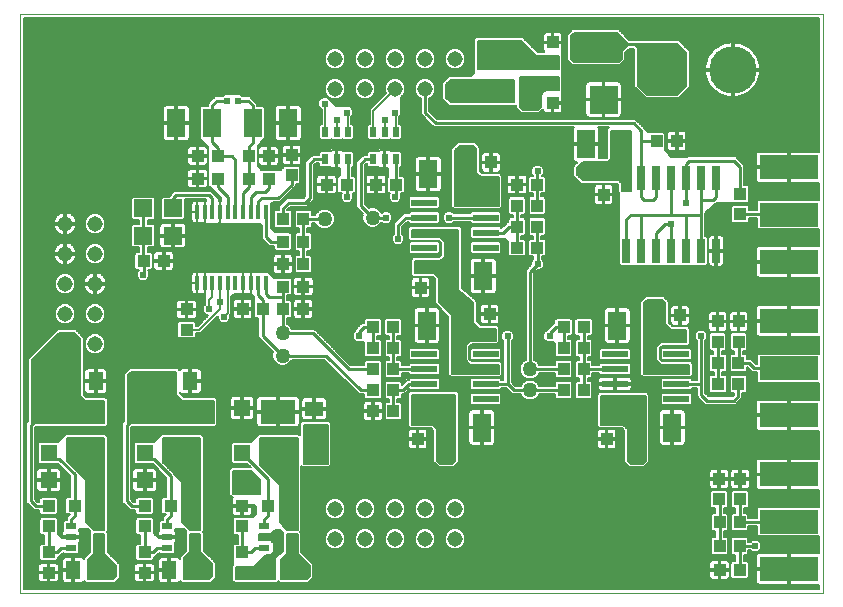
<source format=gtl>
G75*
G70*
%OFA0B0*%
%FSLAX24Y24*%
%IPPOS*%
%LPD*%
%AMOC8*
5,1,8,0,0,1.08239X$1,22.5*
%
%ADD10C,0.0000*%
%ADD11C,0.0515*%
%ADD12R,0.0630X0.0591*%
%ADD13R,0.0118X0.0500*%
%ADD14R,0.0394X0.0433*%
%ADD15R,0.0433X0.0394*%
%ADD16R,0.0236X0.0354*%
%ADD17R,0.0630X0.0945*%
%ADD18C,0.0500*%
%ADD19R,0.0866X0.0236*%
%ADD20R,0.0354X0.0236*%
%ADD21R,0.0512X0.0591*%
%ADD22R,0.0551X0.0551*%
%ADD23R,0.1181X0.0787*%
%ADD24R,0.0591X0.0512*%
%ADD25R,0.1969X0.0787*%
%ADD26C,0.1581*%
%ADD27R,0.0945X0.0945*%
%ADD28R,0.0260X0.0800*%
%ADD29C,0.0238*%
%ADD30C,0.0060*%
%ADD31C,0.0100*%
D10*
X001314Y000380D02*
X001314Y019671D01*
X028086Y019671D01*
X028086Y000380D01*
X001314Y000380D01*
D11*
X011814Y002171D03*
X012814Y002171D03*
X013814Y002171D03*
X014814Y002171D03*
X015814Y002171D03*
X015814Y003171D03*
X014814Y003171D03*
X013814Y003171D03*
X012814Y003171D03*
X011814Y003171D03*
X003814Y008671D03*
X002814Y008671D03*
X002814Y009671D03*
X003814Y009671D03*
X003814Y010671D03*
X002814Y010671D03*
X002814Y011671D03*
X003814Y011671D03*
X003814Y012671D03*
X002814Y012671D03*
X011814Y017171D03*
X012814Y017171D03*
X013814Y017171D03*
X014814Y017171D03*
X015814Y017171D03*
X015814Y018171D03*
X014814Y018171D03*
X013814Y018171D03*
X012814Y018171D03*
X011814Y018171D03*
D12*
X006406Y013183D03*
X005422Y013183D03*
X005422Y012277D03*
X006406Y012277D03*
D13*
X007212Y013061D03*
X007468Y013061D03*
X007724Y013061D03*
X007980Y013061D03*
X008236Y013061D03*
X008492Y013061D03*
X008748Y013061D03*
X009004Y013061D03*
X009260Y013061D03*
X009515Y013061D03*
X009515Y010699D03*
X009260Y010699D03*
X009004Y010699D03*
X008748Y010699D03*
X008492Y010699D03*
X008236Y010699D03*
X007980Y010699D03*
X007724Y010699D03*
X007468Y010699D03*
X007212Y010699D03*
D14*
X008729Y009830D03*
X009399Y009830D03*
X010079Y009830D03*
X010749Y009830D03*
X010749Y011330D03*
X010079Y011330D03*
X010079Y012080D03*
X010749Y012080D03*
X010749Y012830D03*
X010079Y012830D03*
X010364Y014295D03*
X010364Y014965D03*
X014664Y011215D03*
X014664Y010545D03*
X016964Y009665D03*
X016964Y008995D03*
X019429Y008530D03*
X020099Y008530D03*
X020099Y007830D03*
X019429Y007830D03*
X019429Y007130D03*
X020099Y007130D03*
X020864Y006165D03*
X020864Y005495D03*
X024614Y004165D03*
X025314Y004165D03*
X025314Y003495D03*
X024614Y003495D03*
X024629Y002730D03*
X025299Y002730D03*
X025299Y001930D03*
X024629Y001930D03*
X024579Y007330D03*
X025249Y007330D03*
X025249Y008030D03*
X024579Y008030D03*
X024564Y008745D03*
X025264Y008745D03*
X025264Y009415D03*
X024564Y009415D03*
X023314Y009615D03*
X023314Y008945D03*
X018549Y012580D03*
X017879Y012580D03*
X017879Y013280D03*
X018549Y013280D03*
X017014Y014045D03*
X017014Y014715D03*
X019064Y016695D03*
X019064Y017365D03*
X019064Y018045D03*
X019064Y018715D03*
X022529Y015430D03*
X023199Y015430D03*
X020764Y014315D03*
X020764Y013645D03*
X013749Y008530D03*
X013079Y008530D03*
X013079Y007830D03*
X013749Y007830D03*
X013749Y007130D03*
X013079Y007130D03*
X013079Y006430D03*
X013749Y006430D03*
X014564Y006165D03*
X014564Y005495D03*
D15*
X010249Y003280D03*
X009579Y003280D03*
X008714Y003265D03*
X008714Y002595D03*
X008714Y001715D03*
X008714Y001045D03*
X006999Y003280D03*
X006329Y003280D03*
X005464Y003265D03*
X005464Y002595D03*
X005464Y001715D03*
X005464Y001045D03*
X003799Y003280D03*
X003129Y003280D03*
X002264Y003265D03*
X002264Y002595D03*
X002264Y001715D03*
X002264Y001045D03*
X006864Y009145D03*
X006864Y009815D03*
X006099Y011430D03*
X005429Y011430D03*
X007229Y014180D03*
X007899Y014180D03*
X007899Y014930D03*
X007229Y014930D03*
X008929Y014930D03*
X009599Y014930D03*
X009599Y014180D03*
X008929Y014180D03*
X011529Y013980D03*
X012199Y013980D03*
X013179Y013980D03*
X013849Y013980D03*
X017879Y013980D03*
X018549Y013980D03*
X018549Y011880D03*
X017879Y011880D03*
X019429Y009230D03*
X020099Y009230D03*
X025314Y012995D03*
X025314Y013665D03*
X018314Y017395D03*
X018314Y018065D03*
X010749Y010580D03*
X010079Y010580D03*
X013079Y009230D03*
X013749Y009230D03*
X024629Y001130D03*
X025299Y001130D03*
D16*
X013838Y014827D03*
X013464Y014827D03*
X013090Y014827D03*
X012238Y014827D03*
X011864Y014827D03*
X011490Y014827D03*
X011490Y015733D03*
X011864Y015733D03*
X012238Y015733D03*
X013090Y015733D03*
X013464Y015733D03*
X013838Y015733D03*
D17*
X014923Y014330D03*
X016104Y014330D03*
X020173Y015330D03*
X021354Y015330D03*
X016754Y010930D03*
X015573Y010930D03*
X016054Y009280D03*
X014873Y009280D03*
X015523Y005880D03*
X016704Y005880D03*
X021223Y009280D03*
X022404Y009280D03*
X021873Y005880D03*
X023054Y005880D03*
X010254Y016030D03*
X009073Y016030D03*
X007704Y016030D03*
X006523Y016030D03*
D18*
X011464Y012830D03*
X013064Y012880D03*
X010064Y009030D03*
X010064Y008280D03*
X011314Y004980D03*
X005464Y007380D03*
X002264Y007380D03*
X018314Y007130D03*
X018314Y007830D03*
D19*
X016837Y007830D03*
X016837Y007330D03*
X016837Y006830D03*
X016837Y008330D03*
X014790Y008330D03*
X014790Y007830D03*
X014790Y007330D03*
X014790Y006830D03*
X021140Y006830D03*
X021140Y007330D03*
X021140Y007830D03*
X021140Y008330D03*
X023187Y008330D03*
X023187Y007830D03*
X023187Y007330D03*
X023187Y006830D03*
X016837Y011880D03*
X016837Y012380D03*
X016837Y012880D03*
X016837Y013380D03*
X014790Y013380D03*
X014790Y012880D03*
X014790Y012380D03*
X014790Y011880D03*
D20*
X010367Y002604D03*
X010367Y002230D03*
X010367Y001856D03*
X009461Y001856D03*
X009461Y002230D03*
X009461Y002604D03*
X007117Y002604D03*
X007117Y002230D03*
X007117Y001856D03*
X006211Y001856D03*
X006211Y002230D03*
X006211Y002604D03*
X003917Y002604D03*
X003917Y002230D03*
X003917Y001856D03*
X003011Y001856D03*
X003011Y002230D03*
X003011Y002604D03*
D21*
X003090Y001130D03*
X003838Y001130D03*
X006290Y001130D03*
X007038Y001130D03*
X009540Y001130D03*
X010288Y001130D03*
X006988Y007430D03*
X006240Y007430D03*
X003838Y007430D03*
X003090Y007430D03*
D22*
X002264Y006528D03*
X002264Y005032D03*
X002266Y004130D03*
X003762Y004130D03*
X005466Y004130D03*
X005464Y005032D03*
X006962Y004130D03*
X008716Y004130D03*
X008714Y005032D03*
X010212Y004130D03*
X008714Y006528D03*
X005464Y006528D03*
D23*
X006664Y006410D03*
X006664Y005150D03*
X003464Y005150D03*
X003464Y006410D03*
X009914Y006410D03*
X009914Y005150D03*
X017164Y017100D03*
X017164Y018360D03*
D24*
X011114Y006504D03*
X011114Y005756D03*
D25*
X026942Y006286D03*
X026942Y007860D03*
X026942Y009435D03*
X026942Y011404D03*
X026942Y012978D03*
X026942Y014553D03*
X026942Y004317D03*
X026942Y002742D03*
X026942Y001167D03*
D26*
X025067Y017803D03*
X022705Y017803D03*
D27*
X020764Y018546D03*
X020764Y016814D03*
D28*
X021514Y014190D03*
X022014Y014190D03*
X022514Y014190D03*
X023014Y014190D03*
X023514Y014190D03*
X024014Y014190D03*
X024514Y014190D03*
X024514Y011770D03*
X024014Y011770D03*
X023514Y011770D03*
X023014Y011770D03*
X022514Y011770D03*
X022014Y011770D03*
X021514Y011770D03*
D29*
X020314Y011530D03*
X020014Y011530D03*
X020014Y012530D03*
X020314Y012530D03*
X020814Y013130D03*
X020314Y014430D03*
X020014Y014430D03*
X020764Y015180D03*
X020764Y015480D03*
X021664Y016430D03*
X021664Y016730D03*
X021664Y017030D03*
X019664Y016730D03*
X018514Y016880D03*
X018314Y016630D03*
X018114Y016880D03*
X019814Y018280D03*
X019814Y018580D03*
X019814Y018880D03*
X016364Y015080D03*
X016014Y015080D03*
X015514Y014530D03*
X015514Y014130D03*
X015614Y012880D03*
X013914Y012180D03*
X013514Y012880D03*
X013814Y013580D03*
X013464Y014430D03*
X013464Y015280D03*
X013464Y016130D03*
X013814Y016380D03*
X012214Y016380D03*
X011864Y016130D03*
X011464Y016680D03*
X011864Y015280D03*
X011864Y014430D03*
X012214Y013580D03*
X009714Y015380D03*
X009714Y015730D03*
X008564Y016780D03*
X008214Y016780D03*
X008214Y017580D03*
X008564Y017580D03*
X008564Y018430D03*
X008214Y018430D03*
X006514Y015280D03*
X006814Y014530D03*
X004964Y014530D03*
X004164Y014530D03*
X007614Y012430D03*
X006664Y011430D03*
X005414Y010980D03*
X005864Y010330D03*
X006214Y010330D03*
X006214Y009530D03*
X005864Y009530D03*
X007614Y009830D03*
X007964Y010080D03*
X008114Y009580D03*
X007164Y007980D03*
X006864Y007980D03*
X007564Y006580D03*
X007564Y006230D03*
X010164Y007030D03*
X010464Y007030D03*
X010914Y005130D03*
X010914Y004830D03*
X009214Y004080D03*
X009214Y003780D03*
X009914Y002380D03*
X009914Y002080D03*
X010814Y001280D03*
X010814Y000980D03*
X007564Y000980D03*
X007564Y001280D03*
X006664Y002080D03*
X006664Y002380D03*
X006014Y003780D03*
X006014Y004080D03*
X004464Y002930D03*
X004464Y002630D03*
X003464Y002380D03*
X003464Y002080D03*
X004364Y001280D03*
X004364Y000980D03*
X002814Y003780D03*
X002814Y004080D03*
X003714Y007980D03*
X004014Y007980D03*
X008864Y011380D03*
X011314Y011080D03*
X014164Y010630D03*
X015364Y010180D03*
X015664Y010180D03*
X015964Y010030D03*
X016264Y010030D03*
X016164Y010630D03*
X016164Y010930D03*
X016164Y011580D03*
X018564Y011330D03*
X015464Y009180D03*
X015464Y008680D03*
X017564Y008930D03*
X018964Y008930D03*
X021814Y008680D03*
X021814Y009180D03*
X022314Y009980D03*
X022614Y009980D03*
X024014Y008930D03*
X024414Y010430D03*
X024414Y010730D03*
X026714Y012180D03*
X027164Y012180D03*
X027164Y013780D03*
X026714Y013780D03*
X024514Y012880D03*
X024514Y012530D03*
X023514Y013380D03*
X023014Y012680D03*
X018564Y014430D03*
X017614Y014830D03*
X012614Y008930D03*
X016114Y006080D03*
X016114Y005680D03*
X015514Y005130D03*
X015514Y004830D03*
X014014Y004430D03*
X013714Y004430D03*
X013714Y005580D03*
X014014Y005580D03*
X020014Y005580D03*
X020314Y005580D03*
X021864Y005130D03*
X021864Y004830D03*
X021064Y004430D03*
X020764Y004430D03*
X022464Y005680D03*
X022464Y006080D03*
X024064Y005880D03*
X024414Y005880D03*
X026714Y007080D03*
X027164Y007080D03*
X027164Y008630D03*
X026714Y008630D03*
X021814Y007330D03*
X026714Y003530D03*
X027164Y003530D03*
X027164Y001980D03*
X026714Y001980D03*
X025814Y001930D03*
D30*
X025963Y002077D02*
X027956Y002077D01*
X027956Y002135D02*
X025905Y002135D01*
X025900Y002139D02*
X025727Y002139D01*
X025658Y002070D01*
X025585Y002070D01*
X025585Y002184D01*
X025533Y002237D01*
X025064Y002237D01*
X025012Y002184D01*
X025012Y001676D01*
X025064Y001623D01*
X025159Y001623D01*
X025159Y001417D01*
X025045Y001417D01*
X024992Y001364D01*
X024992Y000896D01*
X025045Y000843D01*
X025552Y000843D01*
X025605Y000896D01*
X025605Y001364D01*
X025552Y001417D01*
X025439Y001417D01*
X025439Y001623D01*
X025533Y001623D01*
X025585Y001676D01*
X025585Y001790D01*
X025658Y001790D01*
X025727Y001721D01*
X025900Y001721D01*
X026023Y001843D01*
X026023Y002017D01*
X025900Y002139D01*
X025921Y002259D02*
X027956Y002259D01*
X027956Y001688D01*
X027944Y001691D01*
X026972Y001691D01*
X026972Y001197D01*
X026912Y001197D01*
X026912Y001137D01*
X026972Y001137D01*
X026972Y000644D01*
X027944Y000644D01*
X027956Y000647D01*
X027956Y000510D01*
X001444Y000510D01*
X001444Y019541D01*
X027956Y019541D01*
X027956Y015074D01*
X027944Y015077D01*
X026972Y015077D01*
X026972Y014583D01*
X026912Y014583D01*
X026912Y014523D01*
X026972Y014523D01*
X026972Y014030D01*
X027944Y014030D01*
X027956Y014033D01*
X027956Y013462D01*
X025921Y013462D01*
X025868Y013409D01*
X025868Y013135D01*
X025620Y013135D01*
X025620Y013229D01*
X025568Y013282D01*
X025060Y013282D01*
X025007Y013229D01*
X025007Y012761D01*
X025060Y012709D01*
X025568Y012709D01*
X025620Y012761D01*
X025620Y012855D01*
X025868Y012855D01*
X025868Y012547D01*
X025921Y012495D01*
X027956Y012495D01*
X027956Y011924D01*
X027944Y011927D01*
X026972Y011927D01*
X026972Y011434D01*
X026912Y011434D01*
X026912Y011927D01*
X025941Y011927D01*
X025908Y011918D01*
X025878Y011901D01*
X025854Y011877D01*
X025837Y011848D01*
X025828Y011814D01*
X025828Y011434D01*
X026912Y011434D01*
X026912Y011374D01*
X025828Y011374D01*
X025828Y010993D01*
X025837Y010960D01*
X025854Y010930D01*
X025878Y010906D01*
X025908Y010889D01*
X025941Y010880D01*
X026912Y010880D01*
X026912Y011374D01*
X026972Y011374D01*
X026972Y010880D01*
X027944Y010880D01*
X027956Y010883D01*
X027956Y009956D01*
X027944Y009959D01*
X026972Y009959D01*
X026972Y009465D01*
X026912Y009465D01*
X026912Y009405D01*
X025828Y009405D01*
X025828Y009024D01*
X025837Y008991D01*
X025854Y008962D01*
X025878Y008937D01*
X025908Y008920D01*
X025941Y008911D01*
X026912Y008911D01*
X026912Y009405D01*
X026972Y009405D01*
X026972Y008911D01*
X027944Y008911D01*
X027956Y008915D01*
X027956Y008344D01*
X025921Y008344D01*
X025868Y008291D01*
X025868Y008000D01*
X025842Y008000D01*
X025754Y008088D01*
X025672Y008170D01*
X025535Y008170D01*
X025535Y008284D01*
X025483Y008337D01*
X025404Y008337D01*
X025404Y008439D01*
X025498Y008439D01*
X025551Y008492D01*
X025551Y008999D01*
X025498Y009052D01*
X025030Y009052D01*
X024977Y008999D01*
X024977Y008492D01*
X025030Y008439D01*
X025124Y008439D01*
X025124Y008337D01*
X025014Y008337D01*
X024962Y008284D01*
X024962Y007776D01*
X025014Y007723D01*
X025483Y007723D01*
X025535Y007776D01*
X025535Y007890D01*
X025556Y007890D01*
X025726Y007720D01*
X025868Y007720D01*
X025868Y007429D01*
X025921Y007377D01*
X027956Y007377D01*
X027956Y006806D01*
X027944Y006809D01*
X026972Y006809D01*
X026972Y006316D01*
X026912Y006316D01*
X026912Y006809D01*
X025941Y006809D01*
X025908Y006800D01*
X025878Y006783D01*
X025854Y006759D01*
X025837Y006729D01*
X025828Y006696D01*
X025828Y006316D01*
X026912Y006316D01*
X026912Y006256D01*
X025828Y006256D01*
X025828Y005875D01*
X025837Y005842D01*
X025854Y005812D01*
X025878Y005788D01*
X025908Y005771D01*
X025941Y005762D01*
X026912Y005762D01*
X026972Y005762D01*
X027944Y005762D01*
X027956Y005762D01*
X027956Y005765D02*
X027956Y004838D01*
X027944Y004841D01*
X026972Y004841D01*
X026972Y004347D01*
X026912Y004347D01*
X026912Y004287D01*
X025828Y004287D01*
X025828Y003906D01*
X025837Y003873D01*
X025854Y003843D01*
X025878Y003819D01*
X025908Y003802D01*
X025941Y003793D01*
X026912Y003793D01*
X026912Y004287D01*
X026972Y004287D01*
X026972Y003793D01*
X027944Y003793D01*
X027956Y003797D01*
X027956Y003226D01*
X025921Y003226D01*
X025868Y003173D01*
X025868Y002870D01*
X025585Y002870D01*
X025585Y002984D01*
X025533Y003037D01*
X025439Y003037D01*
X025439Y003189D01*
X025548Y003189D01*
X025601Y003242D01*
X025601Y003749D01*
X025548Y003802D01*
X025080Y003802D01*
X025027Y003749D01*
X025027Y003242D01*
X025080Y003189D01*
X025159Y003189D01*
X025159Y003037D01*
X025064Y003037D01*
X025012Y002984D01*
X025012Y002476D01*
X025064Y002423D01*
X025533Y002423D01*
X025585Y002476D01*
X025585Y002590D01*
X025868Y002590D01*
X025868Y002311D01*
X025921Y002259D01*
X025869Y002311D02*
X024769Y002311D01*
X024769Y002369D02*
X025868Y002369D01*
X025868Y002428D02*
X025537Y002428D01*
X025585Y002486D02*
X025868Y002486D01*
X025868Y002545D02*
X025585Y002545D01*
X025585Y002896D02*
X025868Y002896D01*
X025868Y002954D02*
X025585Y002954D01*
X025557Y003013D02*
X025868Y003013D01*
X025868Y003071D02*
X025439Y003071D01*
X025439Y003130D02*
X025868Y003130D01*
X025883Y003188D02*
X025439Y003188D01*
X025601Y003247D02*
X027956Y003247D01*
X027956Y003305D02*
X025601Y003305D01*
X025601Y003364D02*
X027956Y003364D01*
X027956Y003422D02*
X025601Y003422D01*
X025601Y003481D02*
X027956Y003481D01*
X027956Y003539D02*
X025601Y003539D01*
X025601Y003598D02*
X027956Y003598D01*
X027956Y003656D02*
X025601Y003656D01*
X025601Y003715D02*
X027956Y003715D01*
X027956Y003773D02*
X025577Y003773D01*
X025561Y003827D02*
X025591Y003844D01*
X025615Y003868D01*
X025632Y003898D01*
X025641Y003931D01*
X025641Y004135D01*
X025344Y004135D01*
X025344Y004195D01*
X025284Y004195D01*
X025284Y004511D01*
X025100Y004511D01*
X025067Y004502D01*
X025037Y004485D01*
X025013Y004461D01*
X024996Y004431D01*
X024987Y004398D01*
X024987Y004195D01*
X025284Y004195D01*
X025284Y004135D01*
X024987Y004135D01*
X024987Y003931D01*
X024996Y003898D01*
X025013Y003868D01*
X025037Y003844D01*
X025067Y003827D01*
X025100Y003818D01*
X025284Y003818D01*
X025284Y004135D01*
X025344Y004135D01*
X025344Y003818D01*
X025528Y003818D01*
X025561Y003827D01*
X025569Y003832D02*
X025866Y003832D01*
X025832Y003890D02*
X025627Y003890D01*
X025641Y003949D02*
X025828Y003949D01*
X025828Y004007D02*
X025641Y004007D01*
X025641Y004066D02*
X025828Y004066D01*
X025828Y004124D02*
X025641Y004124D01*
X025641Y004195D02*
X025641Y004398D01*
X025632Y004431D01*
X025615Y004461D01*
X025591Y004485D01*
X025561Y004502D01*
X025528Y004511D01*
X025344Y004511D01*
X025344Y004195D01*
X025641Y004195D01*
X025641Y004241D02*
X025828Y004241D01*
X025828Y004183D02*
X025344Y004183D01*
X025344Y004241D02*
X025284Y004241D01*
X025284Y004183D02*
X024644Y004183D01*
X024644Y004195D02*
X024941Y004195D01*
X024941Y004398D01*
X024932Y004431D01*
X024915Y004461D01*
X024891Y004485D01*
X024861Y004502D01*
X024828Y004511D01*
X024644Y004511D01*
X024644Y004195D01*
X024584Y004195D01*
X024584Y004511D01*
X024400Y004511D01*
X024367Y004502D01*
X024337Y004485D01*
X024313Y004461D01*
X024296Y004431D01*
X024287Y004398D01*
X024287Y004195D01*
X024584Y004195D01*
X024584Y004135D01*
X024287Y004135D01*
X024287Y003931D01*
X024296Y003898D01*
X024313Y003868D01*
X024337Y003844D01*
X024367Y003827D01*
X024400Y003818D01*
X024584Y003818D01*
X024584Y004135D01*
X024644Y004135D01*
X024644Y004195D01*
X024644Y004241D02*
X024584Y004241D01*
X024584Y004183D02*
X010684Y004183D01*
X010684Y004241D02*
X024287Y004241D01*
X024287Y004300D02*
X010684Y004300D01*
X010684Y004358D02*
X024287Y004358D01*
X024292Y004417D02*
X010684Y004417D01*
X010684Y004475D02*
X024327Y004475D01*
X024584Y004475D02*
X024644Y004475D01*
X024644Y004417D02*
X024584Y004417D01*
X024584Y004358D02*
X024644Y004358D01*
X024644Y004300D02*
X024584Y004300D01*
X024644Y004135D02*
X024941Y004135D01*
X024941Y003931D01*
X024932Y003898D01*
X024915Y003868D01*
X024891Y003844D01*
X024861Y003827D01*
X024828Y003818D01*
X024644Y003818D01*
X024644Y004135D01*
X024644Y004124D02*
X024584Y004124D01*
X024584Y004066D02*
X024644Y004066D01*
X024644Y004007D02*
X024584Y004007D01*
X024584Y003949D02*
X024644Y003949D01*
X024644Y003890D02*
X024584Y003890D01*
X024584Y003832D02*
X024644Y003832D01*
X024848Y003802D02*
X024380Y003802D01*
X024327Y003749D01*
X024327Y003242D01*
X024380Y003189D01*
X024489Y003189D01*
X024489Y003037D01*
X024395Y003037D01*
X024342Y002984D01*
X024342Y002476D01*
X024395Y002423D01*
X024489Y002423D01*
X024489Y002237D01*
X024395Y002237D01*
X024342Y002184D01*
X024342Y001676D01*
X024395Y001623D01*
X024863Y001623D01*
X024916Y001676D01*
X024916Y002184D01*
X024863Y002237D01*
X024769Y002237D01*
X024769Y002423D01*
X024863Y002423D01*
X024916Y002476D01*
X024916Y002984D01*
X024863Y003037D01*
X024769Y003037D01*
X024769Y003189D01*
X024848Y003189D01*
X024901Y003242D01*
X024901Y003749D01*
X024848Y003802D01*
X024869Y003832D02*
X025059Y003832D01*
X025051Y003773D02*
X024877Y003773D01*
X024901Y003715D02*
X025027Y003715D01*
X025027Y003656D02*
X024901Y003656D01*
X024901Y003598D02*
X025027Y003598D01*
X025027Y003539D02*
X024901Y003539D01*
X024901Y003481D02*
X025027Y003481D01*
X025027Y003422D02*
X024901Y003422D01*
X024901Y003364D02*
X025027Y003364D01*
X025027Y003305D02*
X024901Y003305D01*
X024901Y003247D02*
X025027Y003247D01*
X025159Y003188D02*
X024769Y003188D01*
X024769Y003130D02*
X025159Y003130D01*
X025159Y003071D02*
X024769Y003071D01*
X024887Y003013D02*
X025040Y003013D01*
X025012Y002954D02*
X024916Y002954D01*
X024916Y002896D02*
X025012Y002896D01*
X025012Y002837D02*
X024916Y002837D01*
X024916Y002779D02*
X025012Y002779D01*
X025012Y002720D02*
X024916Y002720D01*
X024916Y002662D02*
X025012Y002662D01*
X025012Y002603D02*
X024916Y002603D01*
X024916Y002545D02*
X025012Y002545D01*
X025012Y002486D02*
X024916Y002486D01*
X024867Y002428D02*
X025060Y002428D01*
X025021Y002194D02*
X024906Y002194D01*
X024916Y002135D02*
X025012Y002135D01*
X025012Y002077D02*
X024916Y002077D01*
X024916Y002018D02*
X025012Y002018D01*
X025012Y001960D02*
X024916Y001960D01*
X024916Y001901D02*
X025012Y001901D01*
X025012Y001843D02*
X024916Y001843D01*
X024916Y001784D02*
X025012Y001784D01*
X025012Y001726D02*
X024916Y001726D01*
X024907Y001667D02*
X025021Y001667D01*
X025159Y001609D02*
X010805Y001609D01*
X010747Y001667D02*
X024352Y001667D01*
X024342Y001726D02*
X010688Y001726D01*
X010684Y001730D02*
X010684Y002380D01*
X010659Y002405D01*
X010684Y002430D01*
X010684Y004590D01*
X010714Y004560D01*
X011614Y004560D01*
X011684Y004630D01*
X011684Y006030D01*
X011614Y006100D01*
X011448Y006100D01*
X011446Y006102D01*
X010781Y006102D01*
X010779Y006100D01*
X010714Y006100D01*
X010644Y006030D01*
X010644Y005620D01*
X010614Y005650D01*
X009264Y005650D01*
X009194Y005580D01*
X009194Y005577D01*
X009014Y005398D01*
X008401Y005398D01*
X008348Y005345D01*
X008348Y004719D01*
X008401Y004666D01*
X008880Y004666D01*
X008996Y004550D01*
X008364Y004550D01*
X008294Y004480D01*
X008294Y003630D01*
X008364Y003560D01*
X008412Y003560D01*
X008393Y003541D01*
X008376Y003512D01*
X008367Y003479D01*
X008367Y003295D01*
X008684Y003295D01*
X008684Y003235D01*
X008367Y003235D01*
X008367Y003051D01*
X008376Y003018D01*
X008393Y002988D01*
X008418Y002964D01*
X008447Y002947D01*
X008480Y002938D01*
X008684Y002938D01*
X008684Y003235D01*
X008744Y003235D01*
X008744Y003295D01*
X009060Y003295D01*
X009060Y003300D01*
X009126Y003300D01*
X009184Y003243D01*
X009184Y002992D01*
X009076Y002885D01*
X008901Y002885D01*
X008899Y002882D01*
X008460Y002882D01*
X008407Y002829D01*
X008407Y002361D01*
X008460Y002309D01*
X008574Y002309D01*
X008574Y002001D01*
X008460Y002001D01*
X008407Y001949D01*
X008407Y001481D01*
X008409Y001479D01*
X008409Y001295D01*
X008394Y001280D01*
X008394Y000780D01*
X008464Y000710D01*
X009864Y000710D01*
X009914Y000760D01*
X009964Y000710D01*
X010914Y000710D01*
X010984Y000780D01*
X011084Y000880D01*
X011084Y001330D01*
X011014Y001400D01*
X010684Y001730D01*
X010684Y001784D02*
X024342Y001784D01*
X024342Y001843D02*
X015928Y001843D01*
X015883Y001824D02*
X016011Y001877D01*
X016108Y001975D01*
X016161Y002102D01*
X016161Y002240D01*
X016108Y002368D01*
X016011Y002466D01*
X015883Y002519D01*
X015745Y002519D01*
X015617Y002466D01*
X015519Y002368D01*
X015466Y002240D01*
X015466Y002102D01*
X015519Y001975D01*
X015617Y001877D01*
X015745Y001824D01*
X015883Y001824D01*
X016035Y001901D02*
X024342Y001901D01*
X024342Y001960D02*
X016093Y001960D01*
X016126Y002018D02*
X024342Y002018D01*
X024342Y002077D02*
X016151Y002077D01*
X016161Y002135D02*
X024342Y002135D01*
X024352Y002194D02*
X016161Y002194D01*
X016157Y002252D02*
X024489Y002252D01*
X024489Y002311D02*
X016132Y002311D01*
X016108Y002369D02*
X024489Y002369D01*
X024391Y002428D02*
X016049Y002428D01*
X015962Y002486D02*
X024342Y002486D01*
X024342Y002545D02*
X010684Y002545D01*
X010684Y002603D02*
X024342Y002603D01*
X024342Y002662D02*
X010684Y002662D01*
X010684Y002720D02*
X024342Y002720D01*
X024342Y002779D02*
X010684Y002779D01*
X010684Y002837D02*
X011713Y002837D01*
X011745Y002824D02*
X011883Y002824D01*
X012011Y002877D01*
X012108Y002975D01*
X012161Y003102D01*
X012161Y003240D01*
X012108Y003368D01*
X012011Y003466D01*
X011883Y003519D01*
X011745Y003519D01*
X011617Y003466D01*
X011519Y003368D01*
X011466Y003240D01*
X011466Y003102D01*
X011519Y002975D01*
X011617Y002877D01*
X011745Y002824D01*
X011598Y002896D02*
X010684Y002896D01*
X010684Y002954D02*
X011540Y002954D01*
X011504Y003013D02*
X010684Y003013D01*
X010684Y003071D02*
X011479Y003071D01*
X011466Y003130D02*
X010684Y003130D01*
X010684Y003188D02*
X011466Y003188D01*
X011469Y003247D02*
X010684Y003247D01*
X010684Y003305D02*
X011493Y003305D01*
X011517Y003364D02*
X010684Y003364D01*
X010684Y003422D02*
X011573Y003422D01*
X011652Y003481D02*
X010684Y003481D01*
X010684Y003539D02*
X024327Y003539D01*
X024327Y003481D02*
X015975Y003481D01*
X016011Y003466D02*
X015883Y003519D01*
X015745Y003519D01*
X015617Y003466D01*
X015519Y003368D01*
X015466Y003240D01*
X015466Y003102D01*
X015519Y002975D01*
X015617Y002877D01*
X015745Y002824D01*
X015883Y002824D01*
X016011Y002877D01*
X016108Y002975D01*
X016161Y003102D01*
X016161Y003240D01*
X016108Y003368D01*
X016011Y003466D01*
X016055Y003422D02*
X024327Y003422D01*
X024327Y003364D02*
X016110Y003364D01*
X016135Y003305D02*
X024327Y003305D01*
X024327Y003247D02*
X016159Y003247D01*
X016161Y003188D02*
X024489Y003188D01*
X024489Y003130D02*
X016161Y003130D01*
X016148Y003071D02*
X024489Y003071D01*
X024371Y003013D02*
X016124Y003013D01*
X016088Y002954D02*
X024342Y002954D01*
X024342Y002896D02*
X016029Y002896D01*
X015915Y002837D02*
X024342Y002837D01*
X024769Y002252D02*
X027956Y002252D01*
X027956Y002194D02*
X025576Y002194D01*
X025585Y002135D02*
X025723Y002135D01*
X025665Y002077D02*
X025585Y002077D01*
X025585Y001784D02*
X025664Y001784D01*
X025723Y001726D02*
X025585Y001726D01*
X025576Y001667D02*
X025881Y001667D01*
X025878Y001665D02*
X025854Y001641D01*
X025837Y001611D01*
X025828Y001578D01*
X025828Y001197D01*
X026912Y001197D01*
X026912Y001691D01*
X025941Y001691D01*
X025908Y001682D01*
X025878Y001665D01*
X025905Y001726D02*
X027956Y001726D01*
X027956Y001784D02*
X025964Y001784D01*
X026022Y001843D02*
X027956Y001843D01*
X027956Y001901D02*
X026023Y001901D01*
X026023Y001960D02*
X027956Y001960D01*
X027956Y002018D02*
X026022Y002018D01*
X025836Y001609D02*
X025439Y001609D01*
X025439Y001550D02*
X025828Y001550D01*
X025828Y001492D02*
X025439Y001492D01*
X025439Y001433D02*
X025828Y001433D01*
X025828Y001375D02*
X025595Y001375D01*
X025605Y001316D02*
X025828Y001316D01*
X025828Y001258D02*
X025605Y001258D01*
X025605Y001199D02*
X025828Y001199D01*
X025828Y001137D02*
X025828Y000757D01*
X025837Y000724D01*
X025854Y000694D01*
X025878Y000670D01*
X025908Y000653D01*
X025941Y000644D01*
X026912Y000644D01*
X026912Y001137D01*
X025828Y001137D01*
X025828Y001082D02*
X025605Y001082D01*
X025605Y001024D02*
X025828Y001024D01*
X025828Y000965D02*
X025605Y000965D01*
X025605Y000907D02*
X025828Y000907D01*
X025828Y000848D02*
X025557Y000848D01*
X025828Y000790D02*
X010993Y000790D01*
X011052Y000848D02*
X024314Y000848D01*
X024309Y000853D02*
X024333Y000829D01*
X024363Y000812D01*
X024396Y000803D01*
X024599Y000803D01*
X024599Y001100D01*
X024283Y001100D01*
X024283Y000916D01*
X024292Y000883D01*
X024309Y000853D01*
X024285Y000907D02*
X011084Y000907D01*
X011084Y000965D02*
X024283Y000965D01*
X024283Y001024D02*
X011084Y001024D01*
X011084Y001082D02*
X024283Y001082D01*
X024283Y001160D02*
X024599Y001160D01*
X024599Y001100D01*
X024659Y001100D01*
X024659Y000803D01*
X024863Y000803D01*
X024896Y000812D01*
X024926Y000829D01*
X024950Y000853D01*
X024967Y000883D01*
X024976Y000916D01*
X024976Y001100D01*
X024659Y001100D01*
X024659Y001160D01*
X024599Y001160D01*
X024599Y001457D01*
X024396Y001457D01*
X024363Y001448D01*
X024333Y001431D01*
X024309Y001407D01*
X024292Y001377D01*
X024283Y001344D01*
X024283Y001160D01*
X024283Y001199D02*
X011084Y001199D01*
X011084Y001141D02*
X024599Y001141D01*
X024599Y001199D02*
X024659Y001199D01*
X024659Y001160D02*
X024659Y001457D01*
X024863Y001457D01*
X024896Y001448D01*
X024926Y001431D01*
X024950Y001407D01*
X024967Y001377D01*
X024976Y001344D01*
X024976Y001160D01*
X024659Y001160D01*
X024659Y001141D02*
X024992Y001141D01*
X024992Y001199D02*
X024976Y001199D01*
X024976Y001258D02*
X024992Y001258D01*
X024992Y001316D02*
X024976Y001316D01*
X024968Y001375D02*
X025002Y001375D01*
X024922Y001433D02*
X025159Y001433D01*
X025159Y001492D02*
X010922Y001492D01*
X010864Y001550D02*
X025159Y001550D01*
X024992Y001082D02*
X024976Y001082D01*
X024976Y001024D02*
X024992Y001024D01*
X024992Y000965D02*
X024976Y000965D01*
X024973Y000907D02*
X024992Y000907D01*
X024944Y000848D02*
X025040Y000848D01*
X024659Y000848D02*
X024599Y000848D01*
X024599Y000907D02*
X024659Y000907D01*
X024659Y000965D02*
X024599Y000965D01*
X024599Y001024D02*
X024659Y001024D01*
X024659Y001082D02*
X024599Y001082D01*
X024599Y001258D02*
X024659Y001258D01*
X024659Y001316D02*
X024599Y001316D01*
X024599Y001375D02*
X024659Y001375D01*
X024659Y001433D02*
X024599Y001433D01*
X024337Y001433D02*
X010981Y001433D01*
X011039Y001375D02*
X024291Y001375D01*
X024283Y001316D02*
X011084Y001316D01*
X011084Y001258D02*
X024283Y001258D01*
X025605Y001141D02*
X026912Y001141D01*
X026912Y001199D02*
X026972Y001199D01*
X026972Y001258D02*
X026912Y001258D01*
X026912Y001316D02*
X026972Y001316D01*
X026972Y001375D02*
X026912Y001375D01*
X026912Y001433D02*
X026972Y001433D01*
X026972Y001492D02*
X026912Y001492D01*
X026912Y001550D02*
X026972Y001550D01*
X026972Y001609D02*
X026912Y001609D01*
X026912Y001667D02*
X026972Y001667D01*
X026972Y001082D02*
X026912Y001082D01*
X026912Y001024D02*
X026972Y001024D01*
X026972Y000965D02*
X026912Y000965D01*
X026912Y000907D02*
X026972Y000907D01*
X026972Y000848D02*
X026912Y000848D01*
X026912Y000790D02*
X026972Y000790D01*
X026972Y000731D02*
X026912Y000731D01*
X026912Y000673D02*
X026972Y000673D01*
X027956Y000614D02*
X001444Y000614D01*
X001444Y000556D02*
X027956Y000556D01*
X025875Y000673D02*
X001444Y000673D01*
X001444Y000731D02*
X001991Y000731D01*
X001997Y000727D02*
X001968Y000744D01*
X001943Y000769D01*
X001926Y000798D01*
X001917Y000831D01*
X001917Y001015D01*
X002234Y001015D01*
X002294Y001015D01*
X002294Y000719D01*
X002498Y000719D01*
X002531Y000727D01*
X002560Y000744D01*
X002584Y000769D01*
X002602Y000798D01*
X002610Y000831D01*
X002610Y001015D01*
X002294Y001015D01*
X002294Y001075D01*
X002610Y001075D01*
X002610Y001259D01*
X002602Y001292D01*
X002584Y001322D01*
X002560Y001346D01*
X002531Y001363D01*
X002498Y001372D01*
X002294Y001372D01*
X002294Y001075D01*
X002234Y001075D01*
X002234Y001015D01*
X002234Y000719D01*
X002030Y000719D01*
X001997Y000727D01*
X001931Y000790D02*
X001444Y000790D01*
X001444Y000848D02*
X001917Y000848D01*
X001917Y000907D02*
X001444Y000907D01*
X001444Y000965D02*
X001917Y000965D01*
X001917Y001075D02*
X001917Y001259D01*
X001926Y001292D01*
X001943Y001322D01*
X001968Y001346D01*
X001997Y001363D01*
X002030Y001372D01*
X002234Y001372D01*
X002234Y001075D01*
X001917Y001075D01*
X001917Y001082D02*
X001444Y001082D01*
X001444Y001024D02*
X002234Y001024D01*
X002234Y001082D02*
X002294Y001082D01*
X002294Y001024D02*
X002704Y001024D01*
X002704Y001082D02*
X002610Y001082D01*
X002610Y001141D02*
X003060Y001141D01*
X003060Y001160D02*
X003060Y001100D01*
X003120Y001100D01*
X003120Y000705D01*
X003363Y000705D01*
X003396Y000714D01*
X003426Y000731D01*
X003493Y000731D01*
X003514Y000710D02*
X004464Y000710D01*
X004564Y000810D01*
X004634Y000880D01*
X004634Y001330D01*
X004234Y001730D01*
X004234Y002380D01*
X004209Y002405D01*
X004234Y002430D01*
X004234Y005580D01*
X004164Y005650D01*
X002814Y005650D01*
X002744Y005580D01*
X002744Y005577D01*
X002564Y005398D01*
X001951Y005398D01*
X001898Y005345D01*
X001898Y004719D01*
X001951Y004666D01*
X002577Y004666D01*
X002578Y004668D01*
X002989Y004257D01*
X002989Y003567D01*
X002875Y003567D01*
X002823Y003514D01*
X002823Y003046D01*
X002875Y002993D01*
X002979Y002993D01*
X002953Y002967D01*
X002871Y002885D01*
X002871Y002812D01*
X002797Y002812D01*
X002744Y002759D01*
X002744Y002449D01*
X002747Y002445D01*
X002730Y002428D01*
X002713Y002398D01*
X002704Y002365D01*
X002704Y002259D01*
X002982Y002259D01*
X002982Y002201D01*
X002710Y002201D01*
X002569Y002342D01*
X002569Y002360D01*
X002570Y002361D01*
X002570Y002829D01*
X002518Y002882D01*
X002010Y002882D01*
X001957Y002829D01*
X001957Y002361D01*
X002010Y002309D01*
X002124Y002309D01*
X002124Y002001D01*
X002010Y002001D01*
X001957Y001949D01*
X001957Y001481D01*
X002010Y001428D01*
X002518Y001428D01*
X002570Y001481D01*
X002570Y001575D01*
X002607Y001575D01*
X002744Y001712D01*
X002744Y001701D01*
X002797Y001648D01*
X003226Y001648D01*
X003278Y001701D01*
X003278Y002011D01*
X003275Y002015D01*
X003292Y002032D01*
X003309Y002062D01*
X003318Y002095D01*
X003318Y002201D01*
X003040Y002201D01*
X003040Y002259D01*
X003318Y002259D01*
X003318Y002365D01*
X003309Y002398D01*
X003292Y002428D01*
X003275Y002445D01*
X003278Y002449D01*
X003278Y002505D01*
X003569Y002505D01*
X003644Y002430D01*
X003644Y001730D01*
X003514Y001600D01*
X003444Y001530D01*
X003444Y001511D01*
X003426Y001529D01*
X003396Y001546D01*
X003363Y001555D01*
X003120Y001555D01*
X003120Y001160D01*
X003060Y001160D01*
X003060Y001555D01*
X002817Y001555D01*
X002784Y001546D01*
X002754Y001529D01*
X002730Y001505D01*
X002713Y001475D01*
X002704Y001442D01*
X002704Y001160D01*
X003060Y001160D01*
X003060Y001199D02*
X003120Y001199D01*
X003120Y001258D02*
X003060Y001258D01*
X003060Y001316D02*
X003120Y001316D01*
X003120Y001375D02*
X003060Y001375D01*
X003060Y001433D02*
X003120Y001433D01*
X003120Y001492D02*
X003060Y001492D01*
X003060Y001550D02*
X003120Y001550D01*
X003245Y001667D02*
X003581Y001667D01*
X003523Y001609D02*
X002640Y001609D01*
X002699Y001667D02*
X002778Y001667D01*
X002797Y001550D02*
X002570Y001550D01*
X002570Y001492D02*
X002722Y001492D01*
X002704Y001433D02*
X002523Y001433D01*
X002588Y001316D02*
X002704Y001316D01*
X002704Y001258D02*
X002610Y001258D01*
X002610Y001199D02*
X002704Y001199D01*
X002704Y001100D02*
X002704Y000818D01*
X002713Y000785D01*
X002730Y000755D01*
X002754Y000731D01*
X002537Y000731D01*
X002596Y000790D02*
X002711Y000790D01*
X002704Y000848D02*
X002610Y000848D01*
X002610Y000907D02*
X002704Y000907D01*
X002704Y000965D02*
X002610Y000965D01*
X002704Y001100D02*
X003060Y001100D01*
X003060Y000705D01*
X002817Y000705D01*
X002784Y000714D01*
X002754Y000731D01*
X003060Y000731D02*
X003120Y000731D01*
X003120Y000790D02*
X003060Y000790D01*
X003060Y000848D02*
X003120Y000848D01*
X003120Y000907D02*
X003060Y000907D01*
X003060Y000965D02*
X003120Y000965D01*
X003120Y001024D02*
X003060Y001024D01*
X003060Y001082D02*
X003120Y001082D01*
X002704Y001375D02*
X001444Y001375D01*
X001444Y001433D02*
X002005Y001433D01*
X001957Y001492D02*
X001444Y001492D01*
X001444Y001550D02*
X001957Y001550D01*
X001957Y001609D02*
X001444Y001609D01*
X001444Y001667D02*
X001957Y001667D01*
X001957Y001726D02*
X001444Y001726D01*
X001444Y001784D02*
X001957Y001784D01*
X001957Y001843D02*
X001444Y001843D01*
X001444Y001901D02*
X001957Y001901D01*
X001968Y001960D02*
X001444Y001960D01*
X001444Y002018D02*
X002124Y002018D01*
X002124Y002077D02*
X001444Y002077D01*
X001444Y002135D02*
X002124Y002135D01*
X002124Y002194D02*
X001444Y002194D01*
X001444Y002252D02*
X002124Y002252D01*
X002008Y002311D02*
X001444Y002311D01*
X001444Y002369D02*
X001957Y002369D01*
X001957Y002428D02*
X001444Y002428D01*
X001444Y002486D02*
X001957Y002486D01*
X001957Y002545D02*
X001444Y002545D01*
X001444Y002603D02*
X001957Y002603D01*
X001957Y002662D02*
X001444Y002662D01*
X001444Y002720D02*
X001957Y002720D01*
X001957Y002779D02*
X001444Y002779D01*
X001444Y002837D02*
X001965Y002837D01*
X002010Y002978D02*
X001957Y003031D01*
X001957Y003125D01*
X001771Y003125D01*
X001606Y003290D01*
X001606Y003290D01*
X001524Y003372D01*
X001524Y006038D01*
X001594Y006108D01*
X001594Y008080D01*
X001594Y008180D01*
X002564Y009150D01*
X003164Y009150D01*
X003364Y008950D01*
X003434Y008880D01*
X003434Y007764D01*
X003436Y007763D01*
X003436Y007097D01*
X003434Y007096D01*
X003434Y006980D01*
X003514Y006900D01*
X004164Y006900D01*
X004234Y006830D01*
X004234Y005980D01*
X004164Y005910D01*
X001804Y005910D01*
X001804Y003488D01*
X001887Y003405D01*
X001957Y003405D01*
X001957Y003499D01*
X002010Y003551D01*
X002518Y003551D01*
X002570Y003499D01*
X002570Y003031D01*
X002518Y002978D01*
X002010Y002978D01*
X001975Y003013D02*
X001444Y003013D01*
X001444Y003071D02*
X001957Y003071D01*
X001766Y003130D02*
X001444Y003130D01*
X001444Y003188D02*
X001708Y003188D01*
X001649Y003247D02*
X001444Y003247D01*
X001444Y003305D02*
X001591Y003305D01*
X001532Y003364D02*
X001444Y003364D01*
X001444Y003422D02*
X001524Y003422D01*
X001524Y003481D02*
X001444Y003481D01*
X001444Y003539D02*
X001524Y003539D01*
X001524Y003598D02*
X001444Y003598D01*
X001444Y003656D02*
X001524Y003656D01*
X001524Y003715D02*
X001444Y003715D01*
X001444Y003773D02*
X001524Y003773D01*
X001524Y003832D02*
X001444Y003832D01*
X001444Y003890D02*
X001524Y003890D01*
X001524Y003949D02*
X001444Y003949D01*
X001444Y004007D02*
X001524Y004007D01*
X001524Y004066D02*
X001444Y004066D01*
X001444Y004124D02*
X001524Y004124D01*
X001524Y004183D02*
X001444Y004183D01*
X001444Y004241D02*
X001524Y004241D01*
X001524Y004300D02*
X001444Y004300D01*
X001444Y004358D02*
X001524Y004358D01*
X001524Y004417D02*
X001444Y004417D01*
X001444Y004475D02*
X001524Y004475D01*
X001524Y004534D02*
X001444Y004534D01*
X001444Y004592D02*
X001524Y004592D01*
X001524Y004651D02*
X001444Y004651D01*
X001444Y004709D02*
X001524Y004709D01*
X001524Y004768D02*
X001444Y004768D01*
X001444Y004826D02*
X001524Y004826D01*
X001524Y004885D02*
X001444Y004885D01*
X001444Y004943D02*
X001524Y004943D01*
X001524Y005002D02*
X001444Y005002D01*
X001444Y005060D02*
X001524Y005060D01*
X001524Y005119D02*
X001444Y005119D01*
X001444Y005177D02*
X001524Y005177D01*
X001524Y005236D02*
X001444Y005236D01*
X001444Y005294D02*
X001524Y005294D01*
X001524Y005353D02*
X001444Y005353D01*
X001444Y005411D02*
X001524Y005411D01*
X001524Y005470D02*
X001444Y005470D01*
X001444Y005528D02*
X001524Y005528D01*
X001524Y005587D02*
X001444Y005587D01*
X001444Y005645D02*
X001524Y005645D01*
X001524Y005704D02*
X001444Y005704D01*
X001444Y005762D02*
X001524Y005762D01*
X001524Y005821D02*
X001444Y005821D01*
X001444Y005879D02*
X001524Y005879D01*
X001524Y005938D02*
X001444Y005938D01*
X001444Y005996D02*
X001524Y005996D01*
X001540Y006055D02*
X001444Y006055D01*
X001444Y006113D02*
X001594Y006113D01*
X001594Y006172D02*
X001444Y006172D01*
X001444Y006230D02*
X001594Y006230D01*
X001594Y006289D02*
X001444Y006289D01*
X001444Y006347D02*
X001594Y006347D01*
X001594Y006406D02*
X001444Y006406D01*
X001444Y006464D02*
X001594Y006464D01*
X001594Y006523D02*
X001444Y006523D01*
X001444Y006581D02*
X001594Y006581D01*
X001594Y006640D02*
X001444Y006640D01*
X001444Y006698D02*
X001594Y006698D01*
X001594Y006757D02*
X001444Y006757D01*
X001444Y006815D02*
X001594Y006815D01*
X001594Y006874D02*
X001444Y006874D01*
X001444Y006932D02*
X001594Y006932D01*
X001594Y006991D02*
X001444Y006991D01*
X001444Y007049D02*
X001594Y007049D01*
X001594Y007108D02*
X001444Y007108D01*
X001444Y007166D02*
X001594Y007166D01*
X001594Y007225D02*
X001444Y007225D01*
X001444Y007283D02*
X001594Y007283D01*
X001594Y007342D02*
X001444Y007342D01*
X001444Y007400D02*
X001594Y007400D01*
X001594Y007459D02*
X001444Y007459D01*
X001444Y007517D02*
X001594Y007517D01*
X001594Y007576D02*
X001444Y007576D01*
X001444Y007634D02*
X001594Y007634D01*
X001594Y007693D02*
X001444Y007693D01*
X001444Y007751D02*
X001594Y007751D01*
X001594Y007810D02*
X001444Y007810D01*
X001444Y007868D02*
X001594Y007868D01*
X001594Y007927D02*
X001444Y007927D01*
X001444Y007985D02*
X001594Y007985D01*
X001594Y008044D02*
X001444Y008044D01*
X001444Y008102D02*
X001594Y008102D01*
X001594Y008161D02*
X001444Y008161D01*
X001444Y008219D02*
X001633Y008219D01*
X001692Y008278D02*
X001444Y008278D01*
X001444Y008336D02*
X001750Y008336D01*
X001809Y008395D02*
X001444Y008395D01*
X001444Y008453D02*
X001867Y008453D01*
X001926Y008512D02*
X001444Y008512D01*
X001444Y008570D02*
X001984Y008570D01*
X002043Y008629D02*
X001444Y008629D01*
X001444Y008687D02*
X002101Y008687D01*
X002160Y008746D02*
X001444Y008746D01*
X001444Y008804D02*
X002218Y008804D01*
X002277Y008863D02*
X001444Y008863D01*
X001444Y008921D02*
X002335Y008921D01*
X002394Y008980D02*
X001444Y008980D01*
X001444Y009038D02*
X002452Y009038D01*
X002511Y009097D02*
X001444Y009097D01*
X001444Y009155D02*
X006557Y009155D01*
X006557Y009097D02*
X003217Y009097D01*
X003276Y009038D02*
X006557Y009038D01*
X006557Y008980D02*
X003978Y008980D01*
X004011Y008966D02*
X003883Y009019D01*
X003745Y009019D01*
X003617Y008966D01*
X003519Y008868D01*
X003466Y008740D01*
X003466Y008602D01*
X003519Y008475D01*
X003617Y008377D01*
X003745Y008324D01*
X003883Y008324D01*
X004011Y008377D01*
X004108Y008475D01*
X004161Y008602D01*
X004161Y008740D01*
X004108Y008868D01*
X004011Y008966D01*
X004056Y008921D02*
X006557Y008921D01*
X006557Y008911D02*
X006610Y008859D01*
X007118Y008859D01*
X007170Y008911D01*
X007170Y009025D01*
X007329Y009025D01*
X007905Y009601D01*
X007905Y009493D01*
X008027Y009371D01*
X008200Y009371D01*
X008323Y009493D01*
X008323Y009619D01*
X008356Y009652D01*
X008356Y010235D01*
X008441Y010320D01*
X008667Y010320D01*
X008672Y010319D01*
X008748Y010319D01*
X008824Y010319D01*
X008857Y010328D01*
X008876Y010339D01*
X008894Y010328D01*
X008927Y010319D01*
X009004Y010319D01*
X009023Y010319D01*
X009114Y010228D01*
X009114Y010086D01*
X009112Y010084D01*
X009112Y009576D01*
X009164Y009523D01*
X009259Y009523D01*
X009259Y008887D01*
X009746Y008400D01*
X009724Y008348D01*
X009724Y008212D01*
X009776Y008087D01*
X009871Y007992D01*
X009996Y007940D01*
X010132Y007940D01*
X010256Y007992D01*
X010352Y008087D01*
X010374Y008140D01*
X011456Y008140D01*
X012606Y006990D01*
X012792Y006990D01*
X012792Y006876D01*
X012845Y006823D01*
X013313Y006823D01*
X013366Y006876D01*
X013366Y007315D01*
X013369Y007318D01*
X013369Y007617D01*
X013366Y007620D01*
X013366Y008084D01*
X013313Y008137D01*
X012845Y008137D01*
X012792Y008084D01*
X012792Y007970D01*
X012322Y007970D01*
X011204Y009088D01*
X011122Y009170D01*
X010374Y009170D01*
X010352Y009223D01*
X010256Y009318D01*
X010204Y009340D01*
X010204Y009523D01*
X010313Y009523D01*
X010366Y009576D01*
X010366Y010084D01*
X010313Y010137D01*
X010219Y010137D01*
X010219Y010293D01*
X010333Y010293D01*
X010386Y010346D01*
X010386Y010814D01*
X010333Y010867D01*
X009825Y010867D01*
X009824Y010865D01*
X009786Y010865D01*
X009571Y011080D01*
X009066Y011080D01*
X009065Y011079D01*
X009004Y011079D01*
X009004Y010699D01*
X009004Y010699D01*
X009004Y010319D01*
X009004Y010699D01*
X009004Y010699D01*
X009004Y011079D01*
X008927Y011079D01*
X008894Y011070D01*
X008876Y011059D01*
X008857Y011070D01*
X008824Y011079D01*
X008748Y011079D01*
X008748Y010699D01*
X008748Y010699D01*
X008748Y010319D01*
X008748Y010699D01*
X008748Y010699D01*
X008748Y011079D01*
X008687Y011079D01*
X008686Y011080D01*
X007526Y011080D01*
X007525Y011079D01*
X007468Y011079D01*
X007392Y011079D01*
X007359Y011070D01*
X007340Y011059D01*
X007322Y011070D01*
X007288Y011079D01*
X007212Y011079D01*
X007136Y011079D01*
X007103Y011070D01*
X007073Y011053D01*
X007049Y011029D01*
X007032Y010999D01*
X007023Y010966D01*
X007023Y010699D01*
X007212Y010699D01*
X007212Y010699D01*
X007212Y011079D01*
X007212Y010699D01*
X007212Y010699D01*
X007023Y010699D01*
X007023Y010432D01*
X007032Y010399D01*
X007049Y010369D01*
X007073Y010345D01*
X007103Y010328D01*
X007136Y010319D01*
X007212Y010319D01*
X007212Y010699D01*
X007212Y010699D01*
X007212Y010319D01*
X007288Y010319D01*
X007322Y010328D01*
X007340Y010339D01*
X007359Y010328D01*
X007392Y010319D01*
X007468Y010319D01*
X007468Y010699D01*
X007468Y011079D01*
X007468Y010699D01*
X007468Y010699D01*
X007468Y010699D01*
X007468Y010319D01*
X007469Y010319D01*
X007469Y009981D01*
X007405Y009917D01*
X007405Y009743D01*
X007527Y009621D01*
X007585Y009621D01*
X007230Y009265D01*
X007170Y009265D01*
X007170Y009379D01*
X007118Y009432D01*
X006610Y009432D01*
X006557Y009379D01*
X006557Y008911D01*
X006606Y008863D02*
X004111Y008863D01*
X004135Y008804D02*
X009342Y008804D01*
X009400Y008746D02*
X004159Y008746D01*
X004161Y008687D02*
X009459Y008687D01*
X009517Y008629D02*
X004161Y008629D01*
X004148Y008570D02*
X009576Y008570D01*
X009634Y008512D02*
X004124Y008512D01*
X004087Y008453D02*
X009693Y008453D01*
X009743Y008395D02*
X004028Y008395D01*
X003912Y008336D02*
X009724Y008336D01*
X009724Y008278D02*
X003434Y008278D01*
X003434Y008336D02*
X003715Y008336D01*
X003599Y008395D02*
X003434Y008395D01*
X003434Y008453D02*
X003541Y008453D01*
X003504Y008512D02*
X003434Y008512D01*
X003434Y008570D02*
X003480Y008570D01*
X003466Y008629D02*
X003434Y008629D01*
X003434Y008687D02*
X003466Y008687D01*
X003469Y008746D02*
X003434Y008746D01*
X003434Y008804D02*
X003493Y008804D01*
X003517Y008863D02*
X003434Y008863D01*
X003393Y008921D02*
X003572Y008921D01*
X003650Y008980D02*
X003334Y008980D01*
X003223Y008921D02*
X002505Y008921D01*
X002563Y008980D02*
X003164Y008980D01*
X003114Y009030D02*
X003314Y008830D01*
X003314Y006930D01*
X003464Y006780D01*
X004114Y006780D01*
X004114Y006030D01*
X001714Y006030D01*
X001714Y008130D01*
X002614Y009030D01*
X003114Y009030D01*
X003281Y008863D02*
X002446Y008863D01*
X002388Y008804D02*
X003314Y008804D01*
X003314Y008746D02*
X002329Y008746D01*
X002271Y008687D02*
X003314Y008687D01*
X003314Y008629D02*
X002212Y008629D01*
X002154Y008570D02*
X003314Y008570D01*
X003314Y008512D02*
X002095Y008512D01*
X002037Y008453D02*
X003314Y008453D01*
X003314Y008395D02*
X001978Y008395D01*
X001920Y008336D02*
X003314Y008336D01*
X003314Y008278D02*
X001861Y008278D01*
X001803Y008219D02*
X003314Y008219D01*
X003314Y008161D02*
X001744Y008161D01*
X001714Y008102D02*
X003314Y008102D01*
X003314Y008044D02*
X001714Y008044D01*
X001714Y007985D02*
X003314Y007985D01*
X003314Y007927D02*
X001714Y007927D01*
X001714Y007868D02*
X003314Y007868D01*
X003314Y007810D02*
X001714Y007810D01*
X001714Y007751D02*
X003314Y007751D01*
X003314Y007693D02*
X001714Y007693D01*
X001714Y007634D02*
X003314Y007634D01*
X003314Y007576D02*
X001714Y007576D01*
X001714Y007517D02*
X003314Y007517D01*
X003314Y007459D02*
X001714Y007459D01*
X001714Y007400D02*
X003314Y007400D01*
X003314Y007342D02*
X001714Y007342D01*
X001714Y007283D02*
X003314Y007283D01*
X003314Y007225D02*
X001714Y007225D01*
X001714Y007166D02*
X003314Y007166D01*
X003314Y007108D02*
X001714Y007108D01*
X001714Y007049D02*
X003314Y007049D01*
X003314Y006991D02*
X001714Y006991D01*
X001714Y006932D02*
X003314Y006932D01*
X003370Y006874D02*
X001714Y006874D01*
X001714Y006815D02*
X003429Y006815D01*
X003482Y006932D02*
X004794Y006932D01*
X004794Y006874D02*
X004190Y006874D01*
X004234Y006815D02*
X004794Y006815D01*
X004794Y006757D02*
X004234Y006757D01*
X004234Y006698D02*
X004794Y006698D01*
X004794Y006640D02*
X004234Y006640D01*
X004234Y006581D02*
X004794Y006581D01*
X004794Y006523D02*
X004234Y006523D01*
X004234Y006464D02*
X004794Y006464D01*
X004794Y006406D02*
X004234Y006406D01*
X004234Y006347D02*
X004794Y006347D01*
X004794Y006289D02*
X004234Y006289D01*
X004234Y006230D02*
X004794Y006230D01*
X004794Y006172D02*
X004234Y006172D01*
X004234Y006113D02*
X004794Y006113D01*
X004794Y006108D02*
X004724Y006038D01*
X004724Y003372D01*
X004806Y003290D01*
X004971Y003125D01*
X005157Y003125D01*
X005157Y003031D01*
X005210Y002978D01*
X005718Y002978D01*
X005770Y003031D01*
X005770Y003499D01*
X005718Y003551D01*
X005210Y003551D01*
X005157Y003499D01*
X005157Y003405D01*
X005087Y003405D01*
X005004Y003488D01*
X005004Y005910D01*
X007814Y005910D01*
X007884Y005980D01*
X007884Y006830D01*
X007814Y006900D01*
X006764Y006900D01*
X006634Y007030D01*
X006634Y007049D01*
X006652Y007031D01*
X006682Y007014D01*
X006715Y007005D01*
X006958Y007005D01*
X006958Y007400D01*
X007018Y007400D01*
X007018Y007460D01*
X007374Y007460D01*
X007374Y007742D01*
X007365Y007775D01*
X007348Y007805D01*
X007324Y007829D01*
X007294Y007846D01*
X007261Y007855D01*
X007018Y007855D01*
X007018Y007460D01*
X006958Y007460D01*
X006958Y007855D01*
X006715Y007855D01*
X006682Y007846D01*
X006652Y007829D01*
X006628Y007805D01*
X006621Y007793D01*
X006564Y007850D01*
X004964Y007850D01*
X004894Y007780D01*
X004794Y007680D01*
X004794Y006108D01*
X004740Y006055D02*
X004234Y006055D01*
X004234Y005996D02*
X004724Y005996D01*
X004724Y005938D02*
X004191Y005938D01*
X004114Y006055D02*
X001714Y006055D01*
X001714Y006113D02*
X004114Y006113D01*
X004114Y006172D02*
X001714Y006172D01*
X001714Y006230D02*
X004114Y006230D01*
X004114Y006289D02*
X001714Y006289D01*
X001714Y006347D02*
X004114Y006347D01*
X004114Y006406D02*
X001714Y006406D01*
X001714Y006464D02*
X004114Y006464D01*
X004114Y006523D02*
X001714Y006523D01*
X001714Y006581D02*
X004114Y006581D01*
X004114Y006640D02*
X001714Y006640D01*
X001714Y006698D02*
X004114Y006698D01*
X004114Y006757D02*
X001714Y006757D01*
X001804Y005879D02*
X004724Y005879D01*
X004724Y005821D02*
X001804Y005821D01*
X001804Y005762D02*
X004724Y005762D01*
X004724Y005704D02*
X001804Y005704D01*
X001804Y005645D02*
X002809Y005645D01*
X002751Y005587D02*
X001804Y005587D01*
X001804Y005528D02*
X002694Y005528D01*
X002636Y005470D02*
X001804Y005470D01*
X001804Y005411D02*
X002577Y005411D01*
X002864Y005411D02*
X004114Y005411D01*
X004114Y005353D02*
X002864Y005353D01*
X002864Y005294D02*
X004114Y005294D01*
X004114Y005236D02*
X002864Y005236D01*
X002864Y005177D02*
X004114Y005177D01*
X004114Y005119D02*
X002864Y005119D01*
X002864Y005060D02*
X004114Y005060D01*
X004114Y005002D02*
X002864Y005002D01*
X002864Y004943D02*
X004114Y004943D01*
X004114Y004885D02*
X002864Y004885D01*
X002864Y004826D02*
X004114Y004826D01*
X004114Y004768D02*
X002876Y004768D01*
X002864Y004780D02*
X002864Y005530D01*
X004114Y005530D01*
X004114Y002480D01*
X003764Y002480D01*
X003514Y002730D01*
X003514Y004130D01*
X002864Y004780D01*
X002935Y004709D02*
X004114Y004709D01*
X004114Y004651D02*
X002993Y004651D01*
X003052Y004592D02*
X004114Y004592D01*
X004114Y004534D02*
X003110Y004534D01*
X003169Y004475D02*
X004114Y004475D01*
X004114Y004417D02*
X003227Y004417D01*
X003286Y004358D02*
X004114Y004358D01*
X004114Y004300D02*
X003344Y004300D01*
X003403Y004241D02*
X004114Y004241D01*
X004114Y004183D02*
X003461Y004183D01*
X003514Y004124D02*
X004114Y004124D01*
X004114Y004066D02*
X003514Y004066D01*
X003514Y004007D02*
X004114Y004007D01*
X004114Y003949D02*
X003514Y003949D01*
X003514Y003890D02*
X004114Y003890D01*
X004114Y003832D02*
X003514Y003832D01*
X003514Y003773D02*
X004114Y003773D01*
X004114Y003715D02*
X003514Y003715D01*
X003514Y003656D02*
X004114Y003656D01*
X004114Y003598D02*
X003514Y003598D01*
X003514Y003539D02*
X004114Y003539D01*
X004114Y003481D02*
X003514Y003481D01*
X003514Y003422D02*
X004114Y003422D01*
X004114Y003364D02*
X003514Y003364D01*
X003514Y003305D02*
X004114Y003305D01*
X004114Y003247D02*
X003514Y003247D01*
X003514Y003188D02*
X004114Y003188D01*
X004114Y003130D02*
X003514Y003130D01*
X003514Y003071D02*
X004114Y003071D01*
X004114Y003013D02*
X003514Y003013D01*
X003514Y002954D02*
X004114Y002954D01*
X004114Y002896D02*
X003514Y002896D01*
X003514Y002837D02*
X004114Y002837D01*
X004114Y002779D02*
X003514Y002779D01*
X003524Y002720D02*
X004114Y002720D01*
X004114Y002662D02*
X003582Y002662D01*
X003641Y002603D02*
X004114Y002603D01*
X004114Y002545D02*
X003699Y002545D01*
X003758Y002486D02*
X004114Y002486D01*
X004234Y002486D02*
X005157Y002486D01*
X005157Y002428D02*
X004231Y002428D01*
X004234Y002369D02*
X005157Y002369D01*
X005157Y002361D02*
X005210Y002309D01*
X005324Y002309D01*
X005324Y002001D01*
X005210Y002001D01*
X005157Y001949D01*
X005157Y001481D01*
X005210Y001428D01*
X005718Y001428D01*
X005770Y001481D01*
X005770Y001575D01*
X005807Y001575D01*
X005944Y001712D01*
X005944Y001701D01*
X005997Y001648D01*
X006426Y001648D01*
X006478Y001701D01*
X006478Y002011D01*
X006475Y002015D01*
X006492Y002032D01*
X006509Y002062D01*
X006518Y002095D01*
X006518Y002201D01*
X006240Y002201D01*
X006240Y002259D01*
X006518Y002259D01*
X006518Y002365D01*
X006509Y002398D01*
X006492Y002428D01*
X006475Y002445D01*
X006478Y002449D01*
X006478Y002505D01*
X006769Y002505D01*
X006844Y002430D01*
X006844Y001780D01*
X006644Y001580D01*
X006644Y001511D01*
X006626Y001529D01*
X006596Y001546D01*
X006563Y001555D01*
X006320Y001555D01*
X006320Y001160D01*
X006260Y001160D01*
X006260Y001555D01*
X006017Y001555D01*
X005984Y001546D01*
X005954Y001529D01*
X005930Y001505D01*
X005913Y001475D01*
X005904Y001442D01*
X005904Y001160D01*
X006260Y001160D01*
X006260Y001100D01*
X006320Y001100D01*
X006320Y000705D01*
X006563Y000705D01*
X006596Y000714D01*
X006626Y000731D01*
X006693Y000731D01*
X006714Y000710D02*
X007664Y000710D01*
X007734Y000780D01*
X007834Y000880D01*
X007834Y001380D01*
X007764Y001450D01*
X007434Y001780D01*
X007434Y002380D01*
X007409Y002405D01*
X007434Y002430D01*
X007434Y005580D01*
X007364Y005650D01*
X006014Y005650D01*
X005944Y005580D01*
X005944Y005577D01*
X005764Y005398D01*
X005151Y005398D01*
X005098Y005345D01*
X005098Y004719D01*
X005151Y004666D01*
X005730Y004666D01*
X006189Y004207D01*
X006189Y003567D01*
X006075Y003567D01*
X006023Y003514D01*
X006023Y003046D01*
X006075Y002993D01*
X006179Y002993D01*
X006071Y002885D01*
X006071Y002812D01*
X005997Y002812D01*
X005944Y002759D01*
X005944Y002449D01*
X005947Y002445D01*
X005930Y002428D01*
X005913Y002398D01*
X005904Y002365D01*
X005904Y002259D01*
X006182Y002259D01*
X006182Y002201D01*
X005930Y002201D01*
X005770Y002361D01*
X005770Y002361D01*
X005770Y002829D01*
X005718Y002882D01*
X005210Y002882D01*
X005157Y002829D01*
X005157Y002361D01*
X005208Y002311D02*
X004234Y002311D01*
X004234Y002252D02*
X005324Y002252D01*
X005324Y002194D02*
X004234Y002194D01*
X004234Y002135D02*
X005324Y002135D01*
X005324Y002077D02*
X004234Y002077D01*
X004234Y002018D02*
X005324Y002018D01*
X005168Y001960D02*
X004234Y001960D01*
X004234Y001901D02*
X005157Y001901D01*
X005157Y001843D02*
X004234Y001843D01*
X004234Y001784D02*
X005157Y001784D01*
X005157Y001726D02*
X004238Y001726D01*
X004297Y001667D02*
X005157Y001667D01*
X005157Y001609D02*
X004355Y001609D01*
X004414Y001550D02*
X005157Y001550D01*
X005157Y001492D02*
X004472Y001492D01*
X004531Y001433D02*
X005205Y001433D01*
X005230Y001372D02*
X005197Y001363D01*
X005168Y001346D01*
X005143Y001322D01*
X005126Y001292D01*
X005117Y001259D01*
X005117Y001075D01*
X005434Y001075D01*
X005434Y001015D01*
X005494Y001015D01*
X005494Y000719D01*
X005698Y000719D01*
X005731Y000727D01*
X005760Y000744D01*
X005784Y000769D01*
X005802Y000798D01*
X005810Y000831D01*
X005810Y001015D01*
X005494Y001015D01*
X005494Y001075D01*
X005810Y001075D01*
X005810Y001259D01*
X005802Y001292D01*
X005784Y001322D01*
X005760Y001346D01*
X005731Y001363D01*
X005698Y001372D01*
X005494Y001372D01*
X005494Y001075D01*
X005434Y001075D01*
X005434Y001372D01*
X005230Y001372D01*
X005140Y001316D02*
X004634Y001316D01*
X004634Y001258D02*
X005117Y001258D01*
X005117Y001199D02*
X004634Y001199D01*
X004634Y001141D02*
X005117Y001141D01*
X005117Y001082D02*
X004634Y001082D01*
X004634Y001024D02*
X005434Y001024D01*
X005434Y001015D02*
X005117Y001015D01*
X005117Y000831D01*
X005126Y000798D01*
X005143Y000769D01*
X005168Y000744D01*
X005197Y000727D01*
X005230Y000719D01*
X005434Y000719D01*
X005434Y001015D01*
X005434Y000965D02*
X005494Y000965D01*
X005494Y000907D02*
X005434Y000907D01*
X005434Y000848D02*
X005494Y000848D01*
X005494Y000790D02*
X005434Y000790D01*
X005434Y000731D02*
X005494Y000731D01*
X005737Y000731D02*
X005954Y000731D01*
X005984Y000714D01*
X006017Y000705D01*
X006260Y000705D01*
X006260Y001100D01*
X005904Y001100D01*
X005904Y000818D01*
X005913Y000785D01*
X005930Y000755D01*
X005954Y000731D01*
X005911Y000790D02*
X005796Y000790D01*
X005810Y000848D02*
X005904Y000848D01*
X005904Y000907D02*
X005810Y000907D01*
X005810Y000965D02*
X005904Y000965D01*
X005904Y001024D02*
X005494Y001024D01*
X005494Y001082D02*
X005434Y001082D01*
X005434Y001141D02*
X005494Y001141D01*
X005494Y001199D02*
X005434Y001199D01*
X005434Y001258D02*
X005494Y001258D01*
X005494Y001316D02*
X005434Y001316D01*
X005723Y001433D02*
X005904Y001433D01*
X005904Y001375D02*
X004589Y001375D01*
X004514Y001280D02*
X004514Y000930D01*
X004414Y000830D01*
X003564Y000830D01*
X003564Y001480D01*
X003764Y001680D01*
X003764Y002330D01*
X004114Y002330D01*
X004114Y001680D01*
X004514Y001280D01*
X004514Y001258D02*
X003564Y001258D01*
X003564Y001316D02*
X004478Y001316D01*
X004419Y001375D02*
X003564Y001375D01*
X003564Y001433D02*
X004361Y001433D01*
X004302Y001492D02*
X003575Y001492D01*
X003634Y001550D02*
X004244Y001550D01*
X004185Y001609D02*
X003692Y001609D01*
X003751Y001667D02*
X004127Y001667D01*
X004114Y001726D02*
X003764Y001726D01*
X003764Y001784D02*
X004114Y001784D01*
X004114Y001843D02*
X003764Y001843D01*
X003764Y001901D02*
X004114Y001901D01*
X004114Y001960D02*
X003764Y001960D01*
X003764Y002018D02*
X004114Y002018D01*
X004114Y002077D02*
X003764Y002077D01*
X003764Y002135D02*
X004114Y002135D01*
X004114Y002194D02*
X003764Y002194D01*
X003764Y002252D02*
X004114Y002252D01*
X004114Y002311D02*
X003764Y002311D01*
X003644Y002311D02*
X003318Y002311D01*
X003317Y002369D02*
X003644Y002369D01*
X003644Y002428D02*
X003293Y002428D01*
X003278Y002486D02*
X003588Y002486D01*
X003644Y002252D02*
X003040Y002252D01*
X002982Y002252D02*
X002659Y002252D01*
X002704Y002311D02*
X002601Y002311D01*
X002570Y002369D02*
X002705Y002369D01*
X002730Y002428D02*
X002570Y002428D01*
X002570Y002486D02*
X002744Y002486D01*
X002744Y002545D02*
X002570Y002545D01*
X002570Y002603D02*
X002744Y002603D01*
X002744Y002662D02*
X002570Y002662D01*
X002570Y002720D02*
X002744Y002720D01*
X002763Y002779D02*
X002570Y002779D01*
X002563Y002837D02*
X002871Y002837D01*
X002881Y002896D02*
X001444Y002896D01*
X001444Y002954D02*
X002940Y002954D01*
X002856Y003013D02*
X002552Y003013D01*
X002570Y003071D02*
X002823Y003071D01*
X002823Y003130D02*
X002570Y003130D01*
X002570Y003188D02*
X002823Y003188D01*
X002823Y003247D02*
X002570Y003247D01*
X002570Y003305D02*
X002823Y003305D01*
X002823Y003364D02*
X002570Y003364D01*
X002570Y003422D02*
X002823Y003422D01*
X002823Y003481D02*
X002570Y003481D01*
X002530Y003539D02*
X002848Y003539D01*
X002989Y003598D02*
X001804Y003598D01*
X001804Y003656D02*
X002989Y003656D01*
X002989Y003715D02*
X001804Y003715D01*
X001804Y003773D02*
X001888Y003773D01*
X001886Y003775D02*
X001910Y003750D01*
X001940Y003733D01*
X001973Y003724D01*
X002236Y003724D01*
X002236Y004100D01*
X002296Y004100D01*
X002296Y004160D01*
X002671Y004160D01*
X002671Y004423D01*
X002663Y004456D01*
X002645Y004485D01*
X002621Y004510D01*
X002592Y004527D01*
X002559Y004536D01*
X002296Y004536D01*
X002296Y004160D01*
X002236Y004160D01*
X002236Y004536D01*
X001973Y004536D01*
X001940Y004527D01*
X001910Y004510D01*
X001886Y004485D01*
X001869Y004456D01*
X001860Y004423D01*
X001860Y004160D01*
X002236Y004160D01*
X002236Y004100D01*
X001860Y004100D01*
X001860Y003837D01*
X001869Y003804D01*
X001886Y003775D01*
X001862Y003832D02*
X001804Y003832D01*
X001804Y003890D02*
X001860Y003890D01*
X001860Y003949D02*
X001804Y003949D01*
X001804Y004007D02*
X001860Y004007D01*
X001860Y004066D02*
X001804Y004066D01*
X001804Y004124D02*
X002236Y004124D01*
X002236Y004066D02*
X002296Y004066D01*
X002296Y004100D02*
X002296Y003724D01*
X002559Y003724D01*
X002592Y003733D01*
X002621Y003750D01*
X002645Y003775D01*
X002663Y003804D01*
X002671Y003837D01*
X002671Y004100D01*
X002296Y004100D01*
X002296Y004124D02*
X002989Y004124D01*
X002989Y004066D02*
X002671Y004066D01*
X002671Y004007D02*
X002989Y004007D01*
X002989Y003949D02*
X002671Y003949D01*
X002671Y003890D02*
X002989Y003890D01*
X002989Y003832D02*
X002670Y003832D01*
X002644Y003773D02*
X002989Y003773D01*
X002989Y004183D02*
X002671Y004183D01*
X002671Y004241D02*
X002989Y004241D01*
X002946Y004300D02*
X002671Y004300D01*
X002671Y004358D02*
X002888Y004358D01*
X002829Y004417D02*
X002671Y004417D01*
X002651Y004475D02*
X002771Y004475D01*
X002712Y004534D02*
X002566Y004534D01*
X002654Y004592D02*
X001804Y004592D01*
X001804Y004534D02*
X001965Y004534D01*
X001880Y004475D02*
X001804Y004475D01*
X001804Y004417D02*
X001860Y004417D01*
X001860Y004358D02*
X001804Y004358D01*
X001804Y004300D02*
X001860Y004300D01*
X001860Y004241D02*
X001804Y004241D01*
X001804Y004183D02*
X001860Y004183D01*
X002236Y004183D02*
X002296Y004183D01*
X002296Y004241D02*
X002236Y004241D01*
X002236Y004300D02*
X002296Y004300D01*
X002296Y004358D02*
X002236Y004358D01*
X002236Y004417D02*
X002296Y004417D01*
X002296Y004475D02*
X002236Y004475D01*
X002236Y004534D02*
X002296Y004534D01*
X002595Y004651D02*
X001804Y004651D01*
X001804Y004709D02*
X001908Y004709D01*
X001898Y004768D02*
X001804Y004768D01*
X001804Y004826D02*
X001898Y004826D01*
X001898Y004885D02*
X001804Y004885D01*
X001804Y004943D02*
X001898Y004943D01*
X001898Y005002D02*
X001804Y005002D01*
X001804Y005060D02*
X001898Y005060D01*
X001898Y005119D02*
X001804Y005119D01*
X001804Y005177D02*
X001898Y005177D01*
X001898Y005236D02*
X001804Y005236D01*
X001804Y005294D02*
X001898Y005294D01*
X001906Y005353D02*
X001804Y005353D01*
X002864Y005470D02*
X004114Y005470D01*
X004114Y005528D02*
X002864Y005528D01*
X004169Y005645D02*
X004724Y005645D01*
X004724Y005587D02*
X004227Y005587D01*
X004234Y005528D02*
X004724Y005528D01*
X004724Y005470D02*
X004234Y005470D01*
X004234Y005411D02*
X004724Y005411D01*
X004724Y005353D02*
X004234Y005353D01*
X004234Y005294D02*
X004724Y005294D01*
X004724Y005236D02*
X004234Y005236D01*
X004234Y005177D02*
X004724Y005177D01*
X004724Y005119D02*
X004234Y005119D01*
X004234Y005060D02*
X004724Y005060D01*
X004724Y005002D02*
X004234Y005002D01*
X004234Y004943D02*
X004724Y004943D01*
X004724Y004885D02*
X004234Y004885D01*
X004234Y004826D02*
X004724Y004826D01*
X004724Y004768D02*
X004234Y004768D01*
X004234Y004709D02*
X004724Y004709D01*
X004724Y004651D02*
X004234Y004651D01*
X004234Y004592D02*
X004724Y004592D01*
X004724Y004534D02*
X004234Y004534D01*
X004234Y004475D02*
X004724Y004475D01*
X004724Y004417D02*
X004234Y004417D01*
X004234Y004358D02*
X004724Y004358D01*
X004724Y004300D02*
X004234Y004300D01*
X004234Y004241D02*
X004724Y004241D01*
X004724Y004183D02*
X004234Y004183D01*
X004234Y004124D02*
X004724Y004124D01*
X004724Y004066D02*
X004234Y004066D01*
X004234Y004007D02*
X004724Y004007D01*
X004724Y003949D02*
X004234Y003949D01*
X004234Y003890D02*
X004724Y003890D01*
X004724Y003832D02*
X004234Y003832D01*
X004234Y003773D02*
X004724Y003773D01*
X004724Y003715D02*
X004234Y003715D01*
X004234Y003656D02*
X004724Y003656D01*
X004724Y003598D02*
X004234Y003598D01*
X004234Y003539D02*
X004724Y003539D01*
X004724Y003481D02*
X004234Y003481D01*
X004234Y003422D02*
X004724Y003422D01*
X004732Y003364D02*
X004234Y003364D01*
X004234Y003305D02*
X004791Y003305D01*
X004849Y003247D02*
X004234Y003247D01*
X004234Y003188D02*
X004908Y003188D01*
X004966Y003130D02*
X004234Y003130D01*
X004234Y003071D02*
X005157Y003071D01*
X005175Y003013D02*
X004234Y003013D01*
X004234Y002954D02*
X006140Y002954D01*
X006081Y002896D02*
X004234Y002896D01*
X004234Y002837D02*
X005165Y002837D01*
X005157Y002779D02*
X004234Y002779D01*
X004234Y002720D02*
X005157Y002720D01*
X005157Y002662D02*
X004234Y002662D01*
X004234Y002603D02*
X005157Y002603D01*
X005157Y002545D02*
X004234Y002545D01*
X003644Y002194D02*
X003318Y002194D01*
X003318Y002135D02*
X003644Y002135D01*
X003644Y002077D02*
X003313Y002077D01*
X003278Y002018D02*
X003644Y002018D01*
X003644Y001960D02*
X003278Y001960D01*
X003278Y001901D02*
X003644Y001901D01*
X003644Y001843D02*
X003278Y001843D01*
X003278Y001784D02*
X003644Y001784D01*
X003640Y001726D02*
X003278Y001726D01*
X003383Y001550D02*
X003464Y001550D01*
X003564Y001199D02*
X004514Y001199D01*
X004514Y001141D02*
X003564Y001141D01*
X003564Y001082D02*
X004514Y001082D01*
X004514Y001024D02*
X003564Y001024D01*
X003564Y000965D02*
X004514Y000965D01*
X004490Y000907D02*
X003564Y000907D01*
X003564Y000848D02*
X004432Y000848D01*
X004543Y000790D02*
X005131Y000790D01*
X005117Y000848D02*
X004602Y000848D01*
X004634Y000907D02*
X005117Y000907D01*
X005117Y000965D02*
X004634Y000965D01*
X004485Y000731D02*
X005191Y000731D01*
X005810Y001082D02*
X005904Y001082D01*
X005810Y001141D02*
X006260Y001141D01*
X006260Y001199D02*
X006320Y001199D01*
X006320Y001258D02*
X006260Y001258D01*
X006260Y001316D02*
X006320Y001316D01*
X006320Y001375D02*
X006260Y001375D01*
X006260Y001433D02*
X006320Y001433D01*
X006320Y001492D02*
X006260Y001492D01*
X006260Y001550D02*
X006320Y001550D01*
X006445Y001667D02*
X006731Y001667D01*
X006673Y001609D02*
X005840Y001609D01*
X005899Y001667D02*
X005978Y001667D01*
X005997Y001550D02*
X005770Y001550D01*
X005770Y001492D02*
X005922Y001492D01*
X005904Y001316D02*
X005788Y001316D01*
X005810Y001258D02*
X005904Y001258D01*
X005904Y001199D02*
X005810Y001199D01*
X006260Y001082D02*
X006320Y001082D01*
X006320Y001024D02*
X006260Y001024D01*
X006260Y000965D02*
X006320Y000965D01*
X006320Y000907D02*
X006260Y000907D01*
X006260Y000848D02*
X006320Y000848D01*
X006320Y000790D02*
X006260Y000790D01*
X006260Y000731D02*
X006320Y000731D01*
X006626Y000731D02*
X006650Y000755D01*
X006657Y000767D01*
X006714Y000710D01*
X006764Y000830D02*
X006764Y001530D01*
X006964Y001730D01*
X006964Y002330D01*
X007314Y002330D01*
X007314Y001730D01*
X007714Y001330D01*
X007714Y000930D01*
X007614Y000830D01*
X006764Y000830D01*
X006764Y000848D02*
X007632Y000848D01*
X007690Y000907D02*
X006764Y000907D01*
X006764Y000965D02*
X007714Y000965D01*
X007714Y001024D02*
X006764Y001024D01*
X006764Y001082D02*
X007714Y001082D01*
X007714Y001141D02*
X006764Y001141D01*
X006764Y001199D02*
X007714Y001199D01*
X007714Y001258D02*
X006764Y001258D01*
X006764Y001316D02*
X007714Y001316D01*
X007669Y001375D02*
X006764Y001375D01*
X006764Y001433D02*
X007611Y001433D01*
X007552Y001492D02*
X006764Y001492D01*
X006784Y001550D02*
X007494Y001550D01*
X007435Y001609D02*
X006842Y001609D01*
X006901Y001667D02*
X007377Y001667D01*
X007318Y001726D02*
X006959Y001726D01*
X006964Y001784D02*
X007314Y001784D01*
X007314Y001843D02*
X006964Y001843D01*
X006964Y001901D02*
X007314Y001901D01*
X007314Y001960D02*
X006964Y001960D01*
X006964Y002018D02*
X007314Y002018D01*
X007314Y002077D02*
X006964Y002077D01*
X006964Y002135D02*
X007314Y002135D01*
X007314Y002194D02*
X006964Y002194D01*
X006964Y002252D02*
X007314Y002252D01*
X007314Y002311D02*
X006964Y002311D01*
X006844Y002311D02*
X006518Y002311D01*
X006517Y002369D02*
X006844Y002369D01*
X006844Y002428D02*
X006493Y002428D01*
X006478Y002486D02*
X006788Y002486D01*
X006899Y002545D02*
X007314Y002545D01*
X007314Y002603D02*
X006841Y002603D01*
X006782Y002662D02*
X007314Y002662D01*
X007314Y002720D02*
X006724Y002720D01*
X006714Y002730D02*
X006714Y004080D01*
X006064Y004730D01*
X006064Y005530D01*
X007314Y005530D01*
X007314Y002480D01*
X006964Y002480D01*
X006714Y002730D01*
X006714Y002779D02*
X007314Y002779D01*
X007314Y002837D02*
X006714Y002837D01*
X006714Y002896D02*
X007314Y002896D01*
X007314Y002954D02*
X006714Y002954D01*
X006714Y003013D02*
X007314Y003013D01*
X007314Y003071D02*
X006714Y003071D01*
X006714Y003130D02*
X007314Y003130D01*
X007314Y003188D02*
X006714Y003188D01*
X006714Y003247D02*
X007314Y003247D01*
X007314Y003305D02*
X006714Y003305D01*
X006714Y003364D02*
X007314Y003364D01*
X007314Y003422D02*
X006714Y003422D01*
X006714Y003481D02*
X007314Y003481D01*
X007314Y003539D02*
X006714Y003539D01*
X006714Y003598D02*
X007314Y003598D01*
X007314Y003656D02*
X006714Y003656D01*
X006714Y003715D02*
X007314Y003715D01*
X007314Y003773D02*
X006714Y003773D01*
X006714Y003832D02*
X007314Y003832D01*
X007314Y003890D02*
X006714Y003890D01*
X006714Y003949D02*
X007314Y003949D01*
X007314Y004007D02*
X006714Y004007D01*
X006714Y004066D02*
X007314Y004066D01*
X007314Y004124D02*
X006670Y004124D01*
X006611Y004183D02*
X007314Y004183D01*
X007314Y004241D02*
X006553Y004241D01*
X006494Y004300D02*
X007314Y004300D01*
X007314Y004358D02*
X006436Y004358D01*
X006377Y004417D02*
X007314Y004417D01*
X007314Y004475D02*
X006319Y004475D01*
X006260Y004534D02*
X007314Y004534D01*
X007314Y004592D02*
X006202Y004592D01*
X006143Y004651D02*
X007314Y004651D01*
X007314Y004709D02*
X006085Y004709D01*
X006064Y004768D02*
X007314Y004768D01*
X007314Y004826D02*
X006064Y004826D01*
X006064Y004885D02*
X007314Y004885D01*
X007314Y004943D02*
X006064Y004943D01*
X006064Y005002D02*
X007314Y005002D01*
X007314Y005060D02*
X006064Y005060D01*
X006064Y005119D02*
X007314Y005119D01*
X007314Y005177D02*
X006064Y005177D01*
X006064Y005236D02*
X007314Y005236D01*
X007314Y005294D02*
X006064Y005294D01*
X006064Y005353D02*
X007314Y005353D01*
X007314Y005411D02*
X006064Y005411D01*
X006064Y005470D02*
X007314Y005470D01*
X007314Y005528D02*
X006064Y005528D01*
X005951Y005587D02*
X005004Y005587D01*
X005004Y005645D02*
X006009Y005645D01*
X005894Y005528D02*
X005004Y005528D01*
X005004Y005470D02*
X005836Y005470D01*
X005777Y005411D02*
X005004Y005411D01*
X005004Y005353D02*
X005106Y005353D01*
X005098Y005294D02*
X005004Y005294D01*
X005004Y005236D02*
X005098Y005236D01*
X005098Y005177D02*
X005004Y005177D01*
X005004Y005119D02*
X005098Y005119D01*
X005098Y005060D02*
X005004Y005060D01*
X005004Y005002D02*
X005098Y005002D01*
X005098Y004943D02*
X005004Y004943D01*
X005004Y004885D02*
X005098Y004885D01*
X005098Y004826D02*
X005004Y004826D01*
X005004Y004768D02*
X005098Y004768D01*
X005108Y004709D02*
X005004Y004709D01*
X005004Y004651D02*
X005745Y004651D01*
X005804Y004592D02*
X005004Y004592D01*
X005004Y004534D02*
X005165Y004534D01*
X005173Y004536D02*
X005140Y004527D01*
X005110Y004510D01*
X005086Y004485D01*
X005069Y004456D01*
X005060Y004423D01*
X005060Y004160D01*
X005436Y004160D01*
X005436Y004536D01*
X005173Y004536D01*
X005080Y004475D02*
X005004Y004475D01*
X005004Y004417D02*
X005060Y004417D01*
X005060Y004358D02*
X005004Y004358D01*
X005004Y004300D02*
X005060Y004300D01*
X005060Y004241D02*
X005004Y004241D01*
X005004Y004183D02*
X005060Y004183D01*
X005004Y004124D02*
X005436Y004124D01*
X005436Y004100D02*
X005060Y004100D01*
X005060Y003837D01*
X005069Y003804D01*
X005086Y003775D01*
X005110Y003750D01*
X005140Y003733D01*
X005173Y003724D01*
X005436Y003724D01*
X005436Y004100D01*
X005496Y004100D01*
X005496Y004160D01*
X005871Y004160D01*
X005871Y004423D01*
X005863Y004456D01*
X005845Y004485D01*
X005821Y004510D01*
X005792Y004527D01*
X005759Y004536D01*
X005496Y004536D01*
X005496Y004160D01*
X005436Y004160D01*
X005436Y004100D01*
X005436Y004066D02*
X005496Y004066D01*
X005496Y004100D02*
X005496Y003724D01*
X005759Y003724D01*
X005792Y003733D01*
X005821Y003750D01*
X005845Y003775D01*
X005863Y003804D01*
X005871Y003837D01*
X005871Y004100D01*
X005496Y004100D01*
X005496Y004124D02*
X006189Y004124D01*
X006189Y004066D02*
X005871Y004066D01*
X005871Y004007D02*
X006189Y004007D01*
X006189Y003949D02*
X005871Y003949D01*
X005871Y003890D02*
X006189Y003890D01*
X006189Y003832D02*
X005870Y003832D01*
X005844Y003773D02*
X006189Y003773D01*
X006189Y003715D02*
X005004Y003715D01*
X005004Y003773D02*
X005088Y003773D01*
X005062Y003832D02*
X005004Y003832D01*
X005004Y003890D02*
X005060Y003890D01*
X005060Y003949D02*
X005004Y003949D01*
X005004Y004007D02*
X005060Y004007D01*
X005060Y004066D02*
X005004Y004066D01*
X005004Y003656D02*
X006189Y003656D01*
X006189Y003598D02*
X005004Y003598D01*
X005004Y003539D02*
X005198Y003539D01*
X005157Y003481D02*
X005011Y003481D01*
X005070Y003422D02*
X005157Y003422D01*
X005436Y003773D02*
X005496Y003773D01*
X005496Y003832D02*
X005436Y003832D01*
X005436Y003890D02*
X005496Y003890D01*
X005496Y003949D02*
X005436Y003949D01*
X005436Y004007D02*
X005496Y004007D01*
X005496Y004183D02*
X005436Y004183D01*
X005436Y004241D02*
X005496Y004241D01*
X005496Y004300D02*
X005436Y004300D01*
X005436Y004358D02*
X005496Y004358D01*
X005496Y004417D02*
X005436Y004417D01*
X005436Y004475D02*
X005496Y004475D01*
X005496Y004534D02*
X005436Y004534D01*
X005766Y004534D02*
X005862Y004534D01*
X005851Y004475D02*
X005921Y004475D01*
X005871Y004417D02*
X005979Y004417D01*
X006038Y004358D02*
X005871Y004358D01*
X005871Y004300D02*
X006096Y004300D01*
X006155Y004241D02*
X005871Y004241D01*
X005871Y004183D02*
X006189Y004183D01*
X006048Y003539D02*
X005730Y003539D01*
X005770Y003481D02*
X006023Y003481D01*
X006023Y003422D02*
X005770Y003422D01*
X005770Y003364D02*
X006023Y003364D01*
X006023Y003305D02*
X005770Y003305D01*
X005770Y003247D02*
X006023Y003247D01*
X006023Y003188D02*
X005770Y003188D01*
X005770Y003130D02*
X006023Y003130D01*
X006023Y003071D02*
X005770Y003071D01*
X005752Y003013D02*
X006056Y003013D01*
X006071Y002837D02*
X005763Y002837D01*
X005770Y002779D02*
X005963Y002779D01*
X005944Y002720D02*
X005770Y002720D01*
X005770Y002662D02*
X005944Y002662D01*
X005944Y002603D02*
X005770Y002603D01*
X005770Y002545D02*
X005944Y002545D01*
X005944Y002486D02*
X005770Y002486D01*
X005770Y002428D02*
X005930Y002428D01*
X005905Y002369D02*
X005770Y002369D01*
X005821Y002311D02*
X005904Y002311D01*
X005879Y002252D02*
X006182Y002252D01*
X006240Y002252D02*
X006844Y002252D01*
X006844Y002194D02*
X006518Y002194D01*
X006518Y002135D02*
X006844Y002135D01*
X006844Y002077D02*
X006513Y002077D01*
X006478Y002018D02*
X006844Y002018D01*
X006844Y001960D02*
X006478Y001960D01*
X006478Y001901D02*
X006844Y001901D01*
X006844Y001843D02*
X006478Y001843D01*
X006478Y001784D02*
X006844Y001784D01*
X006790Y001726D02*
X006478Y001726D01*
X006583Y001550D02*
X006644Y001550D01*
X007434Y001784D02*
X008407Y001784D01*
X008407Y001726D02*
X007488Y001726D01*
X007547Y001667D02*
X008407Y001667D01*
X008407Y001609D02*
X007605Y001609D01*
X007664Y001550D02*
X008407Y001550D01*
X008407Y001492D02*
X007722Y001492D01*
X007781Y001433D02*
X008409Y001433D01*
X008409Y001375D02*
X007834Y001375D01*
X007834Y001316D02*
X008409Y001316D01*
X008394Y001258D02*
X007834Y001258D01*
X007834Y001199D02*
X008394Y001199D01*
X008394Y001141D02*
X007834Y001141D01*
X007834Y001082D02*
X008394Y001082D01*
X008394Y001024D02*
X007834Y001024D01*
X007834Y000965D02*
X008394Y000965D01*
X008394Y000907D02*
X007834Y000907D01*
X007802Y000848D02*
X008394Y000848D01*
X008394Y000790D02*
X007743Y000790D01*
X007685Y000731D02*
X008443Y000731D01*
X008514Y000830D02*
X008514Y001230D01*
X009114Y001230D01*
X009514Y001630D01*
X009664Y001630D01*
X009764Y001730D01*
X009764Y002030D01*
X009664Y002130D01*
X009264Y002130D01*
X009264Y002330D01*
X009664Y002330D01*
X009814Y002480D01*
X009964Y002480D01*
X010064Y002380D01*
X010064Y001780D01*
X009814Y001530D01*
X009814Y000830D01*
X008514Y000830D01*
X008514Y000848D02*
X009814Y000848D01*
X009814Y000907D02*
X008514Y000907D01*
X008514Y000965D02*
X009814Y000965D01*
X009814Y001024D02*
X008514Y001024D01*
X008514Y001082D02*
X009814Y001082D01*
X009814Y001141D02*
X008514Y001141D01*
X008514Y001199D02*
X009814Y001199D01*
X009814Y001258D02*
X009141Y001258D01*
X009200Y001316D02*
X009814Y001316D01*
X009814Y001375D02*
X009258Y001375D01*
X009317Y001433D02*
X009814Y001433D01*
X009814Y001492D02*
X009375Y001492D01*
X009434Y001550D02*
X009834Y001550D01*
X009892Y001609D02*
X009492Y001609D01*
X009701Y001667D02*
X009951Y001667D01*
X010009Y001726D02*
X009759Y001726D01*
X009764Y001784D02*
X010064Y001784D01*
X010064Y001843D02*
X009764Y001843D01*
X009764Y001901D02*
X010064Y001901D01*
X010064Y001960D02*
X009764Y001960D01*
X009764Y002018D02*
X010064Y002018D01*
X010064Y002077D02*
X009717Y002077D01*
X009703Y002369D02*
X010064Y002369D01*
X010064Y002311D02*
X009264Y002311D01*
X009264Y002252D02*
X010064Y002252D01*
X010064Y002194D02*
X009264Y002194D01*
X009264Y002135D02*
X010064Y002135D01*
X010214Y002135D02*
X010564Y002135D01*
X010564Y002077D02*
X010214Y002077D01*
X010214Y002018D02*
X010564Y002018D01*
X010564Y001960D02*
X010214Y001960D01*
X010214Y001901D02*
X010564Y001901D01*
X010564Y001843D02*
X010214Y001843D01*
X010214Y001784D02*
X010564Y001784D01*
X010564Y001726D02*
X010214Y001726D01*
X010214Y001680D02*
X010214Y002330D01*
X010564Y002330D01*
X010564Y001680D01*
X010964Y001280D01*
X010964Y000930D01*
X010864Y000830D01*
X010014Y000830D01*
X010014Y001480D01*
X010214Y001680D01*
X010201Y001667D02*
X010577Y001667D01*
X010635Y001609D02*
X010142Y001609D01*
X010084Y001550D02*
X010694Y001550D01*
X010752Y001492D02*
X010025Y001492D01*
X010014Y001433D02*
X010811Y001433D01*
X010869Y001375D02*
X010014Y001375D01*
X010014Y001316D02*
X010928Y001316D01*
X010964Y001258D02*
X010014Y001258D01*
X010014Y001199D02*
X010964Y001199D01*
X010964Y001141D02*
X010014Y001141D01*
X010014Y001082D02*
X010964Y001082D01*
X010964Y001024D02*
X010014Y001024D01*
X010014Y000965D02*
X010964Y000965D01*
X010940Y000907D02*
X010014Y000907D01*
X010014Y000848D02*
X010882Y000848D01*
X010935Y000731D02*
X025835Y000731D01*
X024327Y003598D02*
X010684Y003598D01*
X010684Y003656D02*
X024327Y003656D01*
X024327Y003715D02*
X010684Y003715D01*
X010684Y003773D02*
X024351Y003773D01*
X024359Y003832D02*
X010684Y003832D01*
X010684Y003890D02*
X024300Y003890D01*
X024287Y003949D02*
X010684Y003949D01*
X010684Y004007D02*
X024287Y004007D01*
X024287Y004066D02*
X010684Y004066D01*
X010684Y004124D02*
X024287Y004124D01*
X024941Y004124D02*
X024987Y004124D01*
X024987Y004066D02*
X024941Y004066D01*
X024941Y004007D02*
X024987Y004007D01*
X024987Y003949D02*
X024941Y003949D01*
X024927Y003890D02*
X025000Y003890D01*
X025284Y003890D02*
X025344Y003890D01*
X025344Y003832D02*
X025284Y003832D01*
X025284Y003949D02*
X025344Y003949D01*
X025344Y004007D02*
X025284Y004007D01*
X025284Y004066D02*
X025344Y004066D01*
X025344Y004124D02*
X025284Y004124D01*
X025284Y004300D02*
X025344Y004300D01*
X025344Y004358D02*
X025284Y004358D01*
X025284Y004417D02*
X025344Y004417D01*
X025344Y004475D02*
X025284Y004475D01*
X025027Y004475D02*
X024901Y004475D01*
X024936Y004417D02*
X024992Y004417D01*
X024987Y004358D02*
X024941Y004358D01*
X024941Y004300D02*
X024987Y004300D01*
X024987Y004241D02*
X024941Y004241D01*
X025601Y004475D02*
X025828Y004475D01*
X025828Y004417D02*
X025636Y004417D01*
X025641Y004358D02*
X025828Y004358D01*
X025828Y004347D02*
X026912Y004347D01*
X026912Y004841D01*
X025941Y004841D01*
X025908Y004832D01*
X025878Y004815D01*
X025854Y004791D01*
X025837Y004761D01*
X025828Y004728D01*
X025828Y004347D01*
X025828Y004534D02*
X010684Y004534D01*
X010564Y004534D02*
X009410Y004534D01*
X009352Y004592D02*
X010564Y004592D01*
X010564Y004651D02*
X009314Y004651D01*
X009314Y004630D02*
X009314Y005530D01*
X010564Y005530D01*
X010564Y002480D01*
X010214Y002480D01*
X009964Y002730D01*
X009964Y003980D01*
X009314Y004630D01*
X009314Y004709D02*
X010564Y004709D01*
X010564Y004768D02*
X009314Y004768D01*
X009314Y004826D02*
X010564Y004826D01*
X010564Y004885D02*
X009314Y004885D01*
X009314Y004943D02*
X010564Y004943D01*
X010564Y005002D02*
X009314Y005002D01*
X009314Y005060D02*
X010564Y005060D01*
X010564Y005119D02*
X009314Y005119D01*
X009314Y005177D02*
X010564Y005177D01*
X010564Y005236D02*
X009314Y005236D01*
X009314Y005294D02*
X010564Y005294D01*
X010564Y005353D02*
X009314Y005353D01*
X009314Y005411D02*
X010564Y005411D01*
X010564Y005470D02*
X009314Y005470D01*
X009314Y005528D02*
X010564Y005528D01*
X010619Y005645D02*
X010644Y005645D01*
X010644Y005704D02*
X005004Y005704D01*
X005004Y005762D02*
X010644Y005762D01*
X010644Y005821D02*
X005004Y005821D01*
X005004Y005879D02*
X010644Y005879D01*
X010644Y005938D02*
X010609Y005938D01*
X010608Y005936D02*
X010626Y005966D01*
X010634Y005999D01*
X010634Y006380D01*
X009944Y006380D01*
X009944Y006440D01*
X010634Y006440D01*
X010634Y006821D01*
X010626Y006854D01*
X010608Y006883D01*
X010584Y006908D01*
X010555Y006925D01*
X010522Y006934D01*
X009944Y006934D01*
X009944Y006440D01*
X009884Y006440D01*
X009884Y006934D01*
X009306Y006934D01*
X009273Y006925D01*
X009244Y006908D01*
X009219Y006883D01*
X009202Y006854D01*
X009193Y006821D01*
X009193Y006440D01*
X009884Y006440D01*
X009884Y006380D01*
X009944Y006380D01*
X009944Y005886D01*
X010522Y005886D01*
X010555Y005895D01*
X010584Y005912D01*
X010608Y005936D01*
X010634Y005996D02*
X010644Y005996D01*
X010634Y006055D02*
X010669Y006055D01*
X010634Y006113D02*
X012799Y006113D01*
X012803Y006109D02*
X012832Y006092D01*
X012865Y006083D01*
X013049Y006083D01*
X013049Y006400D01*
X012752Y006400D01*
X012752Y006196D01*
X012761Y006163D01*
X012778Y006134D01*
X012803Y006109D01*
X012759Y006172D02*
X011515Y006172D01*
X011513Y006168D02*
X011530Y006198D01*
X011539Y006231D01*
X011539Y006474D01*
X011144Y006474D01*
X011144Y006534D01*
X011539Y006534D01*
X011539Y006777D01*
X011530Y006810D01*
X011513Y006840D01*
X011489Y006864D01*
X011459Y006881D01*
X011426Y006890D01*
X011144Y006890D01*
X011144Y006534D01*
X011084Y006534D01*
X011084Y006890D01*
X010801Y006890D01*
X010768Y006881D01*
X010739Y006864D01*
X010715Y006840D01*
X010697Y006810D01*
X010689Y006777D01*
X010689Y006534D01*
X011084Y006534D01*
X011084Y006474D01*
X011144Y006474D01*
X011144Y006118D01*
X011426Y006118D01*
X011459Y006127D01*
X011489Y006144D01*
X011513Y006168D01*
X011539Y006230D02*
X012752Y006230D01*
X012752Y006289D02*
X011539Y006289D01*
X011539Y006347D02*
X012752Y006347D01*
X012752Y006460D02*
X013049Y006460D01*
X013049Y006400D01*
X013109Y006400D01*
X013109Y006083D01*
X013293Y006083D01*
X013326Y006092D01*
X013356Y006109D01*
X013380Y006134D01*
X013397Y006163D01*
X013406Y006196D01*
X013406Y006400D01*
X013109Y006400D01*
X013109Y006460D01*
X013049Y006460D01*
X013049Y006777D01*
X012865Y006777D01*
X012832Y006768D01*
X012803Y006751D01*
X012778Y006726D01*
X012761Y006697D01*
X012752Y006664D01*
X012752Y006460D01*
X012752Y006464D02*
X011539Y006464D01*
X011539Y006406D02*
X013049Y006406D01*
X013049Y006464D02*
X013109Y006464D01*
X013109Y006460D02*
X013109Y006777D01*
X013293Y006777D01*
X013326Y006768D01*
X013356Y006751D01*
X013380Y006726D01*
X013397Y006697D01*
X013406Y006664D01*
X013406Y006460D01*
X013109Y006460D01*
X013109Y006406D02*
X013462Y006406D01*
X013462Y006464D02*
X013406Y006464D01*
X013406Y006523D02*
X013462Y006523D01*
X013462Y006581D02*
X013406Y006581D01*
X013406Y006640D02*
X013462Y006640D01*
X013462Y006684D02*
X013462Y006176D01*
X013514Y006123D01*
X013983Y006123D01*
X014035Y006176D01*
X014035Y006684D01*
X013983Y006737D01*
X013889Y006737D01*
X013889Y006823D01*
X013983Y006823D01*
X014035Y006876D01*
X014035Y006990D01*
X014122Y006990D01*
X014204Y007072D01*
X014287Y007155D01*
X014320Y007122D01*
X015261Y007122D01*
X015313Y007175D01*
X015313Y007485D01*
X015261Y007538D01*
X014320Y007538D01*
X014267Y007485D01*
X014267Y007470D01*
X014206Y007470D01*
X014035Y007299D01*
X014035Y007384D01*
X013983Y007437D01*
X013514Y007437D01*
X013462Y007384D01*
X013462Y006876D01*
X013514Y006823D01*
X013609Y006823D01*
X013609Y006737D01*
X013514Y006737D01*
X013462Y006684D01*
X013476Y006698D02*
X013396Y006698D01*
X013346Y006757D02*
X013609Y006757D01*
X013609Y006815D02*
X011527Y006815D01*
X011539Y006757D02*
X012813Y006757D01*
X012762Y006698D02*
X011539Y006698D01*
X011539Y006640D02*
X012752Y006640D01*
X012752Y006581D02*
X011539Y006581D01*
X011472Y006874D02*
X012795Y006874D01*
X012792Y006932D02*
X010527Y006932D01*
X010614Y006874D02*
X010755Y006874D01*
X010700Y006815D02*
X010634Y006815D01*
X010634Y006757D02*
X010689Y006757D01*
X010689Y006698D02*
X010634Y006698D01*
X010634Y006640D02*
X010689Y006640D01*
X010689Y006581D02*
X010634Y006581D01*
X010634Y006523D02*
X011084Y006523D01*
X011084Y006474D02*
X010689Y006474D01*
X010689Y006231D01*
X010697Y006198D01*
X010715Y006168D01*
X010739Y006144D01*
X010768Y006127D01*
X010801Y006118D01*
X011084Y006118D01*
X011084Y006474D01*
X011084Y006464D02*
X011144Y006464D01*
X011144Y006406D02*
X011084Y006406D01*
X011084Y006347D02*
X011144Y006347D01*
X011144Y006289D02*
X011084Y006289D01*
X011084Y006230D02*
X011144Y006230D01*
X011144Y006172D02*
X011084Y006172D01*
X010713Y006172D02*
X010634Y006172D01*
X010634Y006230D02*
X010689Y006230D01*
X010689Y006289D02*
X010634Y006289D01*
X010634Y006347D02*
X010689Y006347D01*
X010689Y006406D02*
X009944Y006406D01*
X009944Y006464D02*
X009884Y006464D01*
X009884Y006406D02*
X009119Y006406D01*
X009119Y006464D02*
X009193Y006464D01*
X009193Y006523D02*
X008744Y006523D01*
X008744Y006498D02*
X008744Y006558D01*
X009119Y006558D01*
X009119Y006821D01*
X009111Y006854D01*
X009093Y006883D01*
X009069Y006908D01*
X009040Y006925D01*
X009007Y006934D01*
X008744Y006934D01*
X008744Y006558D01*
X008684Y006558D01*
X008684Y006934D01*
X008421Y006934D01*
X008388Y006925D01*
X008358Y006908D01*
X008334Y006883D01*
X008317Y006854D01*
X008308Y006821D01*
X008308Y006558D01*
X008684Y006558D01*
X008684Y006498D01*
X008744Y006498D01*
X009119Y006498D01*
X009119Y006235D01*
X009111Y006202D01*
X009093Y006173D01*
X009069Y006148D01*
X009040Y006131D01*
X009007Y006122D01*
X008744Y006122D01*
X008744Y006498D01*
X008744Y006464D02*
X008684Y006464D01*
X008684Y006498D02*
X008684Y006122D01*
X008421Y006122D01*
X008388Y006131D01*
X008358Y006148D01*
X008334Y006173D01*
X008317Y006202D01*
X008308Y006235D01*
X008308Y006498D01*
X008684Y006498D01*
X008684Y006523D02*
X007884Y006523D01*
X007884Y006581D02*
X008308Y006581D01*
X008308Y006640D02*
X007884Y006640D01*
X007884Y006698D02*
X008308Y006698D01*
X008308Y006757D02*
X007884Y006757D01*
X007884Y006815D02*
X008308Y006815D01*
X008329Y006874D02*
X007840Y006874D01*
X007764Y006780D02*
X007764Y006030D01*
X004914Y006030D01*
X004914Y007630D01*
X005014Y007730D01*
X006514Y007730D01*
X006514Y006980D01*
X006714Y006780D01*
X007764Y006780D01*
X007764Y006757D02*
X004914Y006757D01*
X004914Y006815D02*
X006679Y006815D01*
X006620Y006874D02*
X004914Y006874D01*
X004914Y006932D02*
X006562Y006932D01*
X006514Y006991D02*
X004914Y006991D01*
X004914Y007049D02*
X006514Y007049D01*
X006514Y007108D02*
X004914Y007108D01*
X004914Y007166D02*
X006514Y007166D01*
X006514Y007225D02*
X004914Y007225D01*
X004914Y007283D02*
X006514Y007283D01*
X006514Y007342D02*
X004914Y007342D01*
X004914Y007400D02*
X006514Y007400D01*
X006514Y007459D02*
X004914Y007459D01*
X004914Y007517D02*
X006514Y007517D01*
X006514Y007576D02*
X004914Y007576D01*
X004918Y007634D02*
X006514Y007634D01*
X006514Y007693D02*
X004976Y007693D01*
X004865Y007751D02*
X004221Y007751D01*
X004224Y007742D02*
X004215Y007775D01*
X004198Y007805D01*
X004174Y007829D01*
X004144Y007846D01*
X004111Y007855D01*
X003868Y007855D01*
X003868Y007460D01*
X004224Y007460D01*
X004224Y007742D01*
X004224Y007693D02*
X004807Y007693D01*
X004794Y007634D02*
X004224Y007634D01*
X004224Y007576D02*
X004794Y007576D01*
X004794Y007517D02*
X004224Y007517D01*
X004224Y007400D02*
X003868Y007400D01*
X003868Y007460D01*
X003808Y007460D01*
X003808Y007855D01*
X003565Y007855D01*
X003532Y007846D01*
X003502Y007829D01*
X003478Y007805D01*
X003461Y007775D01*
X003452Y007742D01*
X003452Y007460D01*
X003808Y007460D01*
X003808Y007400D01*
X003868Y007400D01*
X004794Y007400D01*
X004794Y007342D02*
X004224Y007342D01*
X004224Y007400D02*
X004224Y007118D01*
X004215Y007085D01*
X004198Y007055D01*
X004174Y007031D01*
X004144Y007014D01*
X004111Y007005D01*
X003868Y007005D01*
X003868Y007400D01*
X003868Y007342D02*
X003808Y007342D01*
X003808Y007400D02*
X003808Y007005D01*
X003565Y007005D01*
X003532Y007014D01*
X003502Y007031D01*
X003478Y007055D01*
X003461Y007085D01*
X003452Y007118D01*
X003452Y007400D01*
X003808Y007400D01*
X003436Y007400D01*
X003436Y007342D02*
X003452Y007342D01*
X003452Y007283D02*
X003436Y007283D01*
X003436Y007225D02*
X003452Y007225D01*
X003452Y007166D02*
X003436Y007166D01*
X003436Y007108D02*
X003455Y007108D01*
X003434Y007049D02*
X003484Y007049D01*
X003434Y006991D02*
X004794Y006991D01*
X004794Y007049D02*
X004192Y007049D01*
X004221Y007108D02*
X004794Y007108D01*
X004794Y007166D02*
X004224Y007166D01*
X004224Y007225D02*
X004794Y007225D01*
X004794Y007283D02*
X004224Y007283D01*
X003868Y007283D02*
X003808Y007283D01*
X003808Y007225D02*
X003868Y007225D01*
X003868Y007166D02*
X003808Y007166D01*
X003808Y007108D02*
X003868Y007108D01*
X003868Y007049D02*
X003808Y007049D01*
X003808Y007459D02*
X003436Y007459D01*
X003436Y007517D02*
X003452Y007517D01*
X003452Y007576D02*
X003436Y007576D01*
X003436Y007634D02*
X003452Y007634D01*
X003452Y007693D02*
X003436Y007693D01*
X003436Y007751D02*
X003454Y007751D01*
X003434Y007810D02*
X003482Y007810D01*
X003434Y007868D02*
X011728Y007868D01*
X011786Y007810D02*
X007343Y007810D01*
X007371Y007751D02*
X011845Y007751D01*
X011903Y007693D02*
X007374Y007693D01*
X007374Y007634D02*
X011962Y007634D01*
X012020Y007576D02*
X007374Y007576D01*
X007374Y007517D02*
X012079Y007517D01*
X012137Y007459D02*
X007018Y007459D01*
X007018Y007517D02*
X006958Y007517D01*
X006958Y007576D02*
X007018Y007576D01*
X007018Y007634D02*
X006958Y007634D01*
X006958Y007693D02*
X007018Y007693D01*
X007018Y007751D02*
X006958Y007751D01*
X006958Y007810D02*
X007018Y007810D01*
X006632Y007810D02*
X006604Y007810D01*
X007018Y007400D02*
X012196Y007400D01*
X012254Y007342D02*
X007374Y007342D01*
X007374Y007400D02*
X007018Y007400D01*
X007018Y007005D01*
X007261Y007005D01*
X007294Y007014D01*
X007324Y007031D01*
X007348Y007055D01*
X007365Y007085D01*
X007374Y007118D01*
X007374Y007400D01*
X007374Y007283D02*
X012313Y007283D01*
X012371Y007225D02*
X007374Y007225D01*
X007374Y007166D02*
X012430Y007166D01*
X012488Y007108D02*
X007371Y007108D01*
X007342Y007049D02*
X012547Y007049D01*
X012605Y006991D02*
X006673Y006991D01*
X006732Y006932D02*
X008415Y006932D01*
X008684Y006932D02*
X008744Y006932D01*
X008744Y006874D02*
X008684Y006874D01*
X008684Y006815D02*
X008744Y006815D01*
X008744Y006757D02*
X008684Y006757D01*
X008684Y006698D02*
X008744Y006698D01*
X008744Y006640D02*
X008684Y006640D01*
X008684Y006581D02*
X008744Y006581D01*
X008744Y006406D02*
X008684Y006406D01*
X008684Y006347D02*
X008744Y006347D01*
X008744Y006289D02*
X008684Y006289D01*
X008684Y006230D02*
X008744Y006230D01*
X008744Y006172D02*
X008684Y006172D01*
X008335Y006172D02*
X007884Y006172D01*
X007884Y006230D02*
X008310Y006230D01*
X008308Y006289D02*
X007884Y006289D01*
X007884Y006347D02*
X008308Y006347D01*
X008308Y006406D02*
X007884Y006406D01*
X007884Y006464D02*
X008308Y006464D01*
X007764Y006464D02*
X004914Y006464D01*
X004914Y006406D02*
X007764Y006406D01*
X007764Y006347D02*
X004914Y006347D01*
X004914Y006289D02*
X007764Y006289D01*
X007764Y006230D02*
X004914Y006230D01*
X004914Y006172D02*
X007764Y006172D01*
X007764Y006113D02*
X004914Y006113D01*
X004914Y006055D02*
X007764Y006055D01*
X007884Y006055D02*
X009193Y006055D01*
X009193Y005999D02*
X009202Y005966D01*
X009219Y005936D01*
X009244Y005912D01*
X009273Y005895D01*
X009306Y005886D01*
X009884Y005886D01*
X009884Y006380D01*
X009193Y006380D01*
X009193Y005999D01*
X009194Y005996D02*
X007884Y005996D01*
X007841Y005938D02*
X009219Y005938D01*
X009193Y006113D02*
X007884Y006113D01*
X007764Y006523D02*
X004914Y006523D01*
X004914Y006581D02*
X007764Y006581D01*
X007764Y006640D02*
X004914Y006640D01*
X004914Y006698D02*
X007764Y006698D01*
X007018Y007049D02*
X006958Y007049D01*
X006958Y007108D02*
X007018Y007108D01*
X007018Y007166D02*
X006958Y007166D01*
X006958Y007225D02*
X007018Y007225D01*
X007018Y007283D02*
X006958Y007283D01*
X006958Y007342D02*
X007018Y007342D01*
X007122Y008863D02*
X009283Y008863D01*
X009259Y008921D02*
X007170Y008921D01*
X007170Y008980D02*
X009259Y008980D01*
X009259Y009038D02*
X007342Y009038D01*
X007400Y009097D02*
X009259Y009097D01*
X009259Y009155D02*
X007459Y009155D01*
X007517Y009214D02*
X009259Y009214D01*
X009259Y009272D02*
X007576Y009272D01*
X007634Y009331D02*
X009259Y009331D01*
X009259Y009389D02*
X008219Y009389D01*
X008277Y009448D02*
X009259Y009448D01*
X009259Y009506D02*
X009000Y009506D01*
X009006Y009509D02*
X009030Y009534D01*
X009047Y009563D01*
X009056Y009596D01*
X009056Y009800D01*
X008759Y009800D01*
X008759Y009483D01*
X008943Y009483D01*
X008976Y009492D01*
X009006Y009509D01*
X009048Y009565D02*
X009123Y009565D01*
X009112Y009623D02*
X009056Y009623D01*
X009056Y009682D02*
X009112Y009682D01*
X009112Y009740D02*
X009056Y009740D01*
X009056Y009799D02*
X009112Y009799D01*
X009112Y009857D02*
X008759Y009857D01*
X008759Y009860D02*
X009056Y009860D01*
X009056Y010064D01*
X009047Y010097D01*
X009030Y010126D01*
X009006Y010151D01*
X008976Y010168D01*
X008943Y010177D01*
X008759Y010177D01*
X008759Y009860D01*
X008699Y009860D01*
X008699Y009800D01*
X008402Y009800D01*
X008402Y009596D01*
X008411Y009563D01*
X008428Y009534D01*
X008453Y009509D01*
X008482Y009492D01*
X008515Y009483D01*
X008699Y009483D01*
X008699Y009800D01*
X008759Y009800D01*
X008759Y009860D01*
X008759Y009916D02*
X008699Y009916D01*
X008699Y009860D02*
X008699Y010177D01*
X008515Y010177D01*
X008482Y010168D01*
X008453Y010151D01*
X008428Y010126D01*
X008411Y010097D01*
X008402Y010064D01*
X008402Y009860D01*
X008699Y009860D01*
X008699Y009857D02*
X008356Y009857D01*
X008356Y009799D02*
X008402Y009799D01*
X008402Y009740D02*
X008356Y009740D01*
X008356Y009682D02*
X008402Y009682D01*
X008402Y009623D02*
X008327Y009623D01*
X008323Y009565D02*
X008411Y009565D01*
X008458Y009506D02*
X008323Y009506D01*
X008236Y009702D02*
X008114Y009580D01*
X008236Y009702D02*
X008236Y010699D01*
X007980Y010699D02*
X007980Y010096D01*
X007964Y010080D01*
X007964Y009830D01*
X007279Y009145D01*
X006864Y009145D01*
X006557Y009214D02*
X001444Y009214D01*
X001444Y009272D02*
X006557Y009272D01*
X006557Y009331D02*
X003899Y009331D01*
X003883Y009324D02*
X004011Y009377D01*
X004108Y009475D01*
X004161Y009602D01*
X004161Y009740D01*
X006517Y009740D01*
X006517Y009785D02*
X006517Y009601D01*
X006526Y009568D01*
X006543Y009538D01*
X006568Y009514D01*
X006597Y009497D01*
X006630Y009488D01*
X006834Y009488D01*
X006834Y009785D01*
X006517Y009785D01*
X006517Y009845D02*
X006834Y009845D01*
X006834Y010141D01*
X006630Y010141D01*
X006597Y010133D01*
X006568Y010116D01*
X006543Y010091D01*
X001444Y010091D01*
X001444Y010033D02*
X006518Y010033D01*
X006517Y010029D02*
X006517Y009845D01*
X006517Y009857D02*
X004113Y009857D01*
X004108Y009868D02*
X004011Y009966D01*
X003883Y010019D01*
X003745Y010019D01*
X003617Y009966D01*
X003519Y009868D01*
X003466Y009740D01*
X003161Y009740D01*
X003108Y009868D01*
X003011Y009966D01*
X002883Y010019D01*
X002745Y010019D01*
X002617Y009966D01*
X002519Y009868D01*
X002466Y009740D01*
X001444Y009740D01*
X001444Y009682D02*
X002466Y009682D01*
X002466Y009740D02*
X002466Y009602D01*
X002519Y009475D01*
X002617Y009377D01*
X002745Y009324D01*
X002883Y009324D01*
X003011Y009377D01*
X003108Y009475D01*
X003161Y009602D01*
X003161Y009740D01*
X003161Y009682D02*
X003466Y009682D01*
X003466Y009740D02*
X003466Y009602D01*
X003519Y009475D01*
X003617Y009377D01*
X003745Y009324D01*
X003883Y009324D01*
X004023Y009389D02*
X006567Y009389D01*
X006581Y009506D02*
X004122Y009506D01*
X004146Y009565D02*
X006528Y009565D01*
X006517Y009623D02*
X004161Y009623D01*
X004161Y009682D02*
X006517Y009682D01*
X006517Y009916D02*
X004061Y009916D01*
X004108Y009868D02*
X004161Y009740D01*
X004137Y009799D02*
X006834Y009799D01*
X006834Y009785D02*
X006834Y009845D01*
X006894Y009845D01*
X006894Y010141D01*
X007098Y010141D01*
X007131Y010133D01*
X007160Y010116D01*
X007184Y010091D01*
X007202Y010062D01*
X007210Y010029D01*
X007210Y009845D01*
X006894Y009845D01*
X006894Y009785D01*
X007210Y009785D01*
X007210Y009601D01*
X007202Y009568D01*
X007184Y009538D01*
X007160Y009514D01*
X007131Y009497D01*
X007098Y009488D01*
X006894Y009488D01*
X006894Y009785D01*
X006834Y009785D01*
X006834Y009740D02*
X006894Y009740D01*
X006894Y009682D02*
X006834Y009682D01*
X006834Y009623D02*
X006894Y009623D01*
X006894Y009565D02*
X006834Y009565D01*
X006834Y009506D02*
X006894Y009506D01*
X007147Y009506D02*
X007470Y009506D01*
X007412Y009448D02*
X004081Y009448D01*
X003729Y009331D02*
X002899Y009331D01*
X003023Y009389D02*
X003605Y009389D01*
X003546Y009448D02*
X003081Y009448D01*
X003122Y009506D02*
X003506Y009506D01*
X003482Y009565D02*
X003146Y009565D01*
X003161Y009623D02*
X003466Y009623D01*
X003490Y009799D02*
X003137Y009799D01*
X003113Y009857D02*
X003515Y009857D01*
X003567Y009916D02*
X003061Y009916D01*
X002991Y009974D02*
X003637Y009974D01*
X003701Y010299D02*
X003776Y010284D01*
X003784Y010284D01*
X003784Y010641D01*
X003844Y010641D01*
X003844Y010284D01*
X003852Y010284D01*
X003927Y010299D01*
X003997Y010328D01*
X004061Y010370D01*
X004115Y010424D01*
X004157Y010488D01*
X004186Y010558D01*
X004201Y010633D01*
X004201Y010641D01*
X003844Y010641D01*
X003844Y010701D01*
X004201Y010701D01*
X004201Y010710D01*
X004186Y010784D01*
X004157Y010855D01*
X004115Y010918D01*
X004061Y010972D01*
X003997Y011015D01*
X003927Y011044D01*
X003852Y011059D01*
X003844Y011059D01*
X003844Y010701D01*
X003784Y010701D01*
X003784Y010641D01*
X003426Y010641D01*
X003426Y010633D01*
X003441Y010558D01*
X003470Y010488D01*
X003513Y010424D01*
X003567Y010370D01*
X003630Y010328D01*
X003701Y010299D01*
X003637Y010325D02*
X002886Y010325D01*
X002883Y010324D02*
X003011Y010377D01*
X003108Y010475D01*
X003161Y010602D01*
X003161Y010740D01*
X003108Y010868D01*
X003011Y010966D01*
X002883Y011019D01*
X002745Y011019D01*
X002617Y010966D01*
X002519Y010868D01*
X002466Y010740D01*
X002466Y010602D01*
X002519Y010475D01*
X002617Y010377D01*
X002745Y010324D01*
X002883Y010324D01*
X002742Y010325D02*
X001444Y010325D01*
X001444Y010267D02*
X007469Y010267D01*
X007468Y010325D02*
X007468Y010325D01*
X007468Y010384D02*
X007468Y010384D01*
X007468Y010442D02*
X007468Y010442D01*
X007468Y010501D02*
X007468Y010501D01*
X007468Y010559D02*
X007468Y010559D01*
X007468Y010618D02*
X007468Y010618D01*
X007468Y010676D02*
X007468Y010676D01*
X007468Y010735D02*
X007468Y010735D01*
X007468Y010793D02*
X007468Y010793D01*
X007468Y010852D02*
X007468Y010852D01*
X007468Y010910D02*
X007468Y010910D01*
X007468Y010969D02*
X007468Y010969D01*
X007468Y011027D02*
X007468Y011027D01*
X007212Y011027D02*
X007212Y011027D01*
X007212Y010969D02*
X007212Y010969D01*
X007212Y010910D02*
X007212Y010910D01*
X007212Y010852D02*
X007212Y010852D01*
X007212Y010793D02*
X007212Y010793D01*
X007212Y010735D02*
X007212Y010735D01*
X007212Y010676D02*
X007212Y010676D01*
X007212Y010618D02*
X007212Y010618D01*
X007212Y010559D02*
X007212Y010559D01*
X007212Y010501D02*
X007212Y010501D01*
X007212Y010442D02*
X007212Y010442D01*
X007212Y010384D02*
X007212Y010384D01*
X007212Y010325D02*
X007212Y010325D01*
X007113Y010325D02*
X003990Y010325D01*
X004074Y010384D02*
X007041Y010384D01*
X007023Y010442D02*
X004127Y010442D01*
X004163Y010501D02*
X007023Y010501D01*
X007023Y010559D02*
X004187Y010559D01*
X004198Y010618D02*
X007023Y010618D01*
X007023Y010676D02*
X003844Y010676D01*
X003844Y010618D02*
X003784Y010618D01*
X003784Y010676D02*
X003161Y010676D01*
X003161Y010618D02*
X003430Y010618D01*
X003441Y010559D02*
X003143Y010559D01*
X003119Y010501D02*
X003465Y010501D01*
X003501Y010442D02*
X003076Y010442D01*
X003017Y010384D02*
X003554Y010384D01*
X003784Y010384D02*
X003844Y010384D01*
X003844Y010442D02*
X003784Y010442D01*
X003784Y010501D02*
X003844Y010501D01*
X003844Y010559D02*
X003784Y010559D01*
X003784Y010701D02*
X003426Y010701D01*
X003426Y010710D01*
X003441Y010784D01*
X003470Y010855D01*
X003513Y010918D01*
X003567Y010972D01*
X003630Y011015D01*
X003701Y011044D01*
X003776Y011059D01*
X003784Y011059D01*
X003784Y010701D01*
X003784Y010735D02*
X003844Y010735D01*
X003844Y010793D02*
X003784Y010793D01*
X003784Y010852D02*
X003844Y010852D01*
X003844Y010910D02*
X003784Y010910D01*
X003784Y010969D02*
X003844Y010969D01*
X003844Y011027D02*
X003784Y011027D01*
X003660Y011027D02*
X001444Y011027D01*
X001444Y010969D02*
X002623Y010969D01*
X002561Y010910D02*
X001444Y010910D01*
X001444Y010852D02*
X002512Y010852D01*
X002488Y010793D02*
X001444Y010793D01*
X001444Y010735D02*
X002466Y010735D01*
X002466Y010676D02*
X001444Y010676D01*
X001444Y010618D02*
X002466Y010618D01*
X002484Y010559D02*
X001444Y010559D01*
X001444Y010501D02*
X002509Y010501D01*
X002552Y010442D02*
X001444Y010442D01*
X001444Y010384D02*
X002610Y010384D01*
X003161Y010735D02*
X003431Y010735D01*
X003445Y010793D02*
X003140Y010793D01*
X003115Y010852D02*
X003469Y010852D01*
X003507Y010910D02*
X003067Y010910D01*
X003004Y010969D02*
X003563Y010969D01*
X003968Y011027D02*
X005205Y011027D01*
X005205Y011067D02*
X005205Y010893D01*
X005327Y010771D01*
X005500Y010771D01*
X005623Y010893D01*
X005623Y011067D01*
X005569Y011120D01*
X005569Y011143D01*
X005683Y011143D01*
X005736Y011196D01*
X005736Y011664D01*
X005683Y011717D01*
X005562Y011717D01*
X005562Y011892D01*
X005774Y011892D01*
X005827Y011945D01*
X005827Y012610D01*
X005774Y012663D01*
X005562Y012663D01*
X005562Y012797D01*
X005774Y012797D01*
X005827Y012850D01*
X005827Y013515D01*
X005774Y013568D01*
X005070Y013568D01*
X005017Y013515D01*
X005017Y012850D01*
X005070Y012797D01*
X005282Y012797D01*
X005282Y012663D01*
X005070Y012663D01*
X005017Y012610D01*
X005017Y011945D01*
X005070Y011892D01*
X005282Y011892D01*
X005282Y011717D01*
X005175Y011717D01*
X005123Y011664D01*
X005123Y011196D01*
X005175Y011143D01*
X005281Y011143D01*
X005205Y011067D01*
X005224Y011086D02*
X001444Y011086D01*
X001444Y011144D02*
X005175Y011144D01*
X005123Y011203D02*
X001444Y011203D01*
X001444Y011261D02*
X005123Y011261D01*
X005123Y011320D02*
X002977Y011320D01*
X002997Y011328D02*
X003061Y011370D01*
X003115Y011424D01*
X003157Y011488D01*
X003186Y011558D01*
X003201Y011633D01*
X003201Y011641D01*
X002844Y011641D01*
X002844Y011284D01*
X002852Y011284D01*
X002927Y011299D01*
X002997Y011328D01*
X003069Y011378D02*
X003616Y011378D01*
X003617Y011377D02*
X003745Y011324D01*
X003883Y011324D01*
X004011Y011377D01*
X004108Y011475D01*
X004161Y011602D01*
X004161Y011740D01*
X004108Y011868D01*
X004011Y011966D01*
X003883Y012019D01*
X003745Y012019D01*
X003617Y011966D01*
X003519Y011868D01*
X003466Y011740D01*
X003466Y011602D01*
X003519Y011475D01*
X003617Y011377D01*
X003557Y011437D02*
X003123Y011437D01*
X003160Y011495D02*
X003511Y011495D01*
X003487Y011554D02*
X003184Y011554D01*
X003197Y011612D02*
X003466Y011612D01*
X003466Y011671D02*
X002844Y011671D01*
X002844Y011641D02*
X002844Y011701D01*
X003201Y011701D01*
X003201Y011710D01*
X003186Y011784D01*
X003157Y011855D01*
X003115Y011918D01*
X003061Y011972D01*
X002997Y012015D01*
X002927Y012044D01*
X002852Y012059D01*
X002844Y012059D01*
X002844Y011701D01*
X002784Y011701D01*
X002784Y011641D01*
X002844Y011641D01*
X002844Y011612D02*
X002784Y011612D01*
X002784Y011641D02*
X002784Y011284D01*
X002776Y011284D01*
X002701Y011299D01*
X002630Y011328D01*
X002567Y011370D01*
X002513Y011424D01*
X002470Y011488D01*
X002441Y011558D01*
X002426Y011633D01*
X002426Y011641D01*
X002784Y011641D01*
X002784Y011671D02*
X001444Y011671D01*
X001444Y011729D02*
X002430Y011729D01*
X002426Y011710D02*
X002426Y011701D01*
X002784Y011701D01*
X002784Y012059D01*
X002776Y012059D01*
X002701Y012044D01*
X002630Y012015D01*
X002567Y011972D01*
X002513Y011918D01*
X002470Y011855D01*
X002441Y011784D01*
X002426Y011710D01*
X002443Y011788D02*
X001444Y011788D01*
X001444Y011846D02*
X002467Y011846D01*
X002504Y011905D02*
X001444Y011905D01*
X001444Y011963D02*
X002558Y011963D01*
X002647Y012022D02*
X001444Y012022D01*
X001444Y012080D02*
X005017Y012080D01*
X005017Y012022D02*
X002981Y012022D01*
X003070Y011963D02*
X003614Y011963D01*
X003556Y011905D02*
X003124Y011905D01*
X003161Y011846D02*
X003510Y011846D01*
X003486Y011788D02*
X003185Y011788D01*
X003197Y011729D02*
X003466Y011729D01*
X004014Y011963D02*
X005017Y011963D01*
X005057Y011905D02*
X004072Y011905D01*
X004118Y011846D02*
X005282Y011846D01*
X005282Y011788D02*
X004142Y011788D01*
X004161Y011729D02*
X005282Y011729D01*
X005129Y011671D02*
X004161Y011671D01*
X004161Y011612D02*
X005123Y011612D01*
X005123Y011554D02*
X004141Y011554D01*
X004117Y011495D02*
X005123Y011495D01*
X005123Y011437D02*
X004070Y011437D01*
X004012Y011378D02*
X005123Y011378D01*
X005205Y010969D02*
X004065Y010969D01*
X004120Y010910D02*
X005205Y010910D01*
X005247Y010852D02*
X004159Y010852D01*
X004183Y010793D02*
X005305Y010793D01*
X005523Y010793D02*
X007023Y010793D01*
X007023Y010735D02*
X004196Y010735D01*
X003844Y010325D02*
X003784Y010325D01*
X003991Y009974D02*
X006517Y009974D01*
X006517Y010029D02*
X006526Y010062D01*
X006543Y010091D01*
X006834Y010091D02*
X006894Y010091D01*
X006894Y010033D02*
X006834Y010033D01*
X006834Y009974D02*
X006894Y009974D01*
X006894Y009916D02*
X006834Y009916D01*
X006834Y009857D02*
X006894Y009857D01*
X006894Y009799D02*
X007405Y009799D01*
X007405Y009857D02*
X007210Y009857D01*
X007210Y009916D02*
X007405Y009916D01*
X007462Y009974D02*
X007210Y009974D01*
X007209Y010033D02*
X007469Y010033D01*
X007469Y010091D02*
X007185Y010091D01*
X007311Y010325D02*
X007369Y010325D01*
X007469Y010208D02*
X001444Y010208D01*
X001444Y010150D02*
X007469Y010150D01*
X007614Y010130D02*
X007614Y009830D01*
X007467Y009682D02*
X007210Y009682D01*
X007210Y009740D02*
X007408Y009740D01*
X007525Y009623D02*
X007210Y009623D01*
X007200Y009565D02*
X007529Y009565D01*
X007693Y009389D02*
X008009Y009389D01*
X007951Y009448D02*
X007751Y009448D01*
X007810Y009506D02*
X007905Y009506D01*
X007905Y009565D02*
X007868Y009565D01*
X007353Y009389D02*
X007161Y009389D01*
X007170Y009331D02*
X007295Y009331D01*
X007236Y009272D02*
X007170Y009272D01*
X007614Y010130D02*
X007724Y010240D01*
X007724Y010699D01*
X008388Y010267D02*
X009075Y010267D01*
X009114Y010208D02*
X008356Y010208D01*
X008356Y010150D02*
X008452Y010150D01*
X008410Y010091D02*
X008356Y010091D01*
X008356Y010033D02*
X008402Y010033D01*
X008402Y009974D02*
X008356Y009974D01*
X008356Y009916D02*
X008402Y009916D01*
X008699Y009974D02*
X008759Y009974D01*
X008759Y010033D02*
X008699Y010033D01*
X008699Y010091D02*
X008759Y010091D01*
X008759Y010150D02*
X008699Y010150D01*
X008748Y010325D02*
X008748Y010325D01*
X008748Y010384D02*
X008748Y010384D01*
X008748Y010442D02*
X008748Y010442D01*
X008748Y010501D02*
X008748Y010501D01*
X008748Y010559D02*
X008748Y010559D01*
X008748Y010618D02*
X008748Y010618D01*
X008748Y010676D02*
X008748Y010676D01*
X008748Y010735D02*
X008748Y010735D01*
X008748Y010793D02*
X008748Y010793D01*
X008748Y010852D02*
X008748Y010852D01*
X008748Y010910D02*
X008748Y010910D01*
X008748Y010969D02*
X008748Y010969D01*
X008748Y011027D02*
X008748Y011027D01*
X009004Y011027D02*
X009004Y011027D01*
X009004Y010969D02*
X009004Y010969D01*
X009004Y010910D02*
X009004Y010910D01*
X009004Y010852D02*
X009004Y010852D01*
X009004Y010793D02*
X009004Y010793D01*
X009004Y010735D02*
X009004Y010735D01*
X009004Y010676D02*
X009004Y010676D01*
X009004Y010618D02*
X009004Y010618D01*
X009004Y010559D02*
X009004Y010559D01*
X009004Y010501D02*
X009004Y010501D01*
X009004Y010442D02*
X009004Y010442D01*
X009004Y010384D02*
X009004Y010384D01*
X009004Y010325D02*
X009004Y010325D01*
X008905Y010325D02*
X008847Y010325D01*
X009007Y010150D02*
X009114Y010150D01*
X009114Y010091D02*
X009049Y010091D01*
X009056Y010033D02*
X009112Y010033D01*
X009112Y009974D02*
X009056Y009974D01*
X009056Y009916D02*
X009112Y009916D01*
X008759Y009799D02*
X008699Y009799D01*
X008699Y009740D02*
X008759Y009740D01*
X008759Y009682D02*
X008699Y009682D01*
X008699Y009623D02*
X008759Y009623D01*
X008759Y009565D02*
X008699Y009565D01*
X008699Y009506D02*
X008759Y009506D01*
X010204Y009506D02*
X010478Y009506D01*
X010472Y009509D02*
X010501Y009492D01*
X010535Y009483D01*
X010719Y009483D01*
X010719Y009800D01*
X010779Y009800D01*
X010779Y009860D01*
X011075Y009860D01*
X011075Y010064D01*
X011067Y010097D01*
X011049Y010126D01*
X011025Y010151D01*
X010996Y010168D01*
X010962Y010177D01*
X010779Y010177D01*
X010779Y009860D01*
X010719Y009860D01*
X010719Y010177D01*
X010535Y010177D01*
X010501Y010168D01*
X010472Y010151D01*
X010448Y010126D01*
X010431Y010097D01*
X010422Y010064D01*
X010422Y009860D01*
X010719Y009860D01*
X010719Y009800D01*
X010422Y009800D01*
X010422Y009596D01*
X010431Y009563D01*
X010448Y009534D01*
X010472Y009509D01*
X010430Y009565D02*
X010354Y009565D01*
X010366Y009623D02*
X010422Y009623D01*
X010422Y009682D02*
X010366Y009682D01*
X010366Y009740D02*
X010422Y009740D01*
X010422Y009799D02*
X010366Y009799D01*
X010366Y009857D02*
X010719Y009857D01*
X010719Y009799D02*
X010779Y009799D01*
X010779Y009800D02*
X010779Y009483D01*
X010962Y009483D01*
X010996Y009492D01*
X011025Y009509D01*
X011049Y009534D01*
X011067Y009563D01*
X011075Y009596D01*
X011075Y009800D01*
X010779Y009800D01*
X010779Y009857D02*
X014480Y009857D01*
X014479Y009856D02*
X014454Y009832D01*
X014437Y009803D01*
X014428Y009770D01*
X014428Y009310D01*
X014843Y009310D01*
X014843Y009250D01*
X014428Y009250D01*
X014428Y008790D01*
X014437Y008757D01*
X014454Y008728D01*
X014479Y008704D01*
X014508Y008686D01*
X014541Y008678D01*
X014843Y008678D01*
X014843Y009250D01*
X014903Y009250D01*
X014903Y008678D01*
X015205Y008678D01*
X015238Y008686D01*
X015268Y008704D01*
X015292Y008728D01*
X015309Y008757D01*
X015318Y008790D01*
X015318Y009250D01*
X014903Y009250D01*
X014903Y009310D01*
X014843Y009310D01*
X014843Y009882D01*
X014541Y009882D01*
X014508Y009874D01*
X014479Y009856D01*
X014436Y009799D02*
X011075Y009799D01*
X011075Y009740D02*
X014428Y009740D01*
X014428Y009682D02*
X011075Y009682D01*
X011075Y009623D02*
X014428Y009623D01*
X014428Y009565D02*
X011067Y009565D01*
X011019Y009506D02*
X012815Y009506D01*
X012825Y009517D02*
X012773Y009464D01*
X012773Y009370D01*
X012706Y009370D01*
X012556Y009220D01*
X012474Y009138D01*
X012474Y009086D01*
X012405Y009017D01*
X012405Y008843D01*
X012527Y008721D01*
X012700Y008721D01*
X012705Y008725D01*
X012751Y008725D01*
X012792Y008684D01*
X012792Y008276D01*
X012845Y008223D01*
X013313Y008223D01*
X013366Y008276D01*
X013366Y008784D01*
X013313Y008837D01*
X013219Y008837D01*
X013219Y008943D01*
X013333Y008943D01*
X013386Y008996D01*
X013386Y009464D01*
X013333Y009517D01*
X012825Y009517D01*
X012773Y009448D02*
X010204Y009448D01*
X010204Y009389D02*
X012773Y009389D01*
X012666Y009331D02*
X010227Y009331D01*
X010303Y009272D02*
X012608Y009272D01*
X012549Y009214D02*
X010356Y009214D01*
X010719Y009506D02*
X010779Y009506D01*
X010779Y009565D02*
X010719Y009565D01*
X010719Y009623D02*
X010779Y009623D01*
X010779Y009682D02*
X010719Y009682D01*
X010719Y009740D02*
X010779Y009740D01*
X010779Y009916D02*
X010719Y009916D01*
X010719Y009974D02*
X010779Y009974D01*
X010779Y010033D02*
X010719Y010033D01*
X010719Y010091D02*
X010779Y010091D01*
X010779Y010150D02*
X010719Y010150D01*
X010719Y010253D02*
X010515Y010253D01*
X010482Y010262D01*
X010452Y010279D01*
X010428Y010303D01*
X010411Y010333D01*
X010402Y010366D01*
X010402Y010550D01*
X010719Y010550D01*
X010779Y010550D01*
X010779Y010610D01*
X011095Y010610D01*
X011095Y010794D01*
X011086Y010827D01*
X011069Y010857D01*
X011045Y010881D01*
X011015Y010898D01*
X010982Y010907D01*
X010779Y010907D01*
X010779Y010610D01*
X010719Y010610D01*
X010719Y010907D01*
X010515Y010907D01*
X010482Y010898D01*
X010452Y010881D01*
X010428Y010857D01*
X010411Y010827D01*
X010402Y010794D01*
X010402Y010610D01*
X010719Y010610D01*
X010719Y010550D01*
X010719Y010253D01*
X010719Y010267D02*
X010779Y010267D01*
X010779Y010253D02*
X010982Y010253D01*
X011015Y010262D01*
X011045Y010279D01*
X011069Y010303D01*
X011086Y010333D01*
X011095Y010366D01*
X011095Y010550D01*
X010779Y010550D01*
X010779Y010253D01*
X010779Y010325D02*
X010719Y010325D01*
X010719Y010384D02*
X010779Y010384D01*
X010779Y010442D02*
X010719Y010442D01*
X010719Y010501D02*
X010779Y010501D01*
X010779Y010559D02*
X014634Y010559D01*
X014634Y010575D02*
X014634Y010515D01*
X014694Y010515D01*
X014694Y010199D01*
X014878Y010199D01*
X014911Y010208D01*
X014941Y010225D01*
X014965Y010249D01*
X014982Y010279D01*
X014991Y010312D01*
X014991Y010515D01*
X014694Y010515D01*
X014694Y010575D01*
X014991Y010575D01*
X014991Y010779D01*
X014982Y010812D01*
X014965Y010842D01*
X014941Y010866D01*
X014911Y010883D01*
X014878Y010892D01*
X014694Y010892D01*
X014694Y010575D01*
X014634Y010575D01*
X014337Y010575D01*
X014337Y010779D01*
X014346Y010812D01*
X014363Y010842D01*
X014387Y010866D01*
X014417Y010883D01*
X014450Y010892D01*
X014634Y010892D01*
X014634Y010575D01*
X014634Y010618D02*
X014694Y010618D01*
X014694Y010676D02*
X014634Y010676D01*
X014634Y010735D02*
X014694Y010735D01*
X014694Y010793D02*
X014634Y010793D01*
X014634Y010852D02*
X014694Y010852D01*
X014898Y010908D02*
X014430Y010908D01*
X014428Y010910D01*
X014414Y010910D01*
X009741Y010910D01*
X009683Y010969D02*
X014356Y010969D01*
X014344Y010980D02*
X014414Y010910D01*
X014373Y010852D02*
X011072Y010852D01*
X011095Y010793D02*
X014341Y010793D01*
X014337Y010735D02*
X011095Y010735D01*
X011095Y010676D02*
X014337Y010676D01*
X014337Y010618D02*
X011095Y010618D01*
X011095Y010501D02*
X014337Y010501D01*
X014337Y010515D02*
X014337Y010312D01*
X014346Y010279D01*
X014363Y010249D01*
X014387Y010225D01*
X014417Y010208D01*
X014450Y010199D01*
X014634Y010199D01*
X014634Y010515D01*
X014337Y010515D01*
X014337Y010442D02*
X011095Y010442D01*
X011095Y010384D02*
X014337Y010384D01*
X014337Y010325D02*
X011082Y010325D01*
X011023Y010267D02*
X014353Y010267D01*
X014416Y010208D02*
X010219Y010208D01*
X010219Y010150D02*
X010471Y010150D01*
X010429Y010091D02*
X010359Y010091D01*
X010366Y010033D02*
X010422Y010033D01*
X010422Y009974D02*
X010366Y009974D01*
X010366Y009916D02*
X010422Y009916D01*
X010474Y010267D02*
X010219Y010267D01*
X010365Y010325D02*
X010415Y010325D01*
X010402Y010384D02*
X010386Y010384D01*
X010386Y010442D02*
X010402Y010442D01*
X010402Y010501D02*
X010386Y010501D01*
X010386Y010559D02*
X010719Y010559D01*
X010719Y010618D02*
X010779Y010618D01*
X010779Y010676D02*
X010719Y010676D01*
X010719Y010735D02*
X010779Y010735D01*
X010779Y010793D02*
X010719Y010793D01*
X010719Y010852D02*
X010779Y010852D01*
X010983Y011023D02*
X010514Y011023D01*
X010462Y011076D01*
X010462Y011584D01*
X010514Y011637D01*
X010609Y011637D01*
X010609Y011773D01*
X010514Y011773D01*
X010462Y011826D01*
X010462Y012334D01*
X010514Y012387D01*
X010609Y012387D01*
X010609Y012523D01*
X010514Y012523D01*
X010462Y012576D01*
X010462Y013084D01*
X010514Y013137D01*
X010983Y013137D01*
X011035Y013084D01*
X011035Y012970D01*
X011154Y012970D01*
X011176Y013023D01*
X011271Y013118D01*
X011396Y013170D01*
X011532Y013170D01*
X011656Y013118D01*
X011752Y013023D01*
X011804Y012898D01*
X011804Y012762D01*
X011752Y012637D01*
X011656Y012542D01*
X011532Y012490D01*
X011396Y012490D01*
X011271Y012542D01*
X011176Y012637D01*
X011154Y012690D01*
X011035Y012690D01*
X011035Y012576D01*
X010983Y012523D01*
X010889Y012523D01*
X010889Y012387D01*
X010983Y012387D01*
X011035Y012334D01*
X011035Y011826D01*
X010983Y011773D01*
X010889Y011773D01*
X010889Y011637D01*
X010983Y011637D01*
X011035Y011584D01*
X011035Y011076D01*
X010983Y011023D01*
X010986Y011027D02*
X014344Y011027D01*
X014344Y010980D02*
X014344Y011480D01*
X014414Y011550D01*
X015264Y011550D01*
X015344Y011630D01*
X015344Y012030D01*
X015264Y012110D01*
X014314Y012110D01*
X014244Y012180D01*
X014244Y012430D01*
X014244Y012530D01*
X014314Y012600D01*
X015964Y012600D01*
X016034Y012530D01*
X016034Y010534D01*
X016359Y010250D01*
X016364Y010250D01*
X016396Y010218D01*
X016430Y010188D01*
X016431Y010183D01*
X016464Y010150D01*
X016534Y010080D01*
X016534Y009430D01*
X016664Y009300D01*
X016728Y009300D01*
X016730Y009302D01*
X017198Y009302D01*
X017200Y009300D01*
X017214Y009300D01*
X017284Y009230D01*
X017284Y008730D01*
X017214Y008660D01*
X016364Y008660D01*
X016284Y008580D01*
X016284Y008180D01*
X016364Y008100D01*
X017314Y008100D01*
X017384Y008030D01*
X017384Y007630D01*
X017314Y007560D01*
X015664Y007560D01*
X015594Y007630D01*
X015594Y009580D01*
X015214Y009960D01*
X015144Y010030D01*
X015144Y010830D01*
X015064Y010910D01*
X014900Y010910D01*
X014898Y010908D01*
X014955Y010852D02*
X015123Y010852D01*
X015144Y010793D02*
X014987Y010793D01*
X014991Y010735D02*
X015144Y010735D01*
X015144Y010676D02*
X014991Y010676D01*
X014991Y010618D02*
X015144Y010618D01*
X015144Y010559D02*
X014694Y010559D01*
X014694Y010501D02*
X014634Y010501D01*
X014634Y010442D02*
X014694Y010442D01*
X014694Y010384D02*
X014634Y010384D01*
X014634Y010325D02*
X014694Y010325D01*
X014694Y010267D02*
X014634Y010267D01*
X014634Y010208D02*
X014694Y010208D01*
X014912Y010208D02*
X015144Y010208D01*
X015144Y010150D02*
X011026Y010150D01*
X011068Y010091D02*
X015144Y010091D01*
X015144Y010033D02*
X011075Y010033D01*
X011075Y009974D02*
X015200Y009974D01*
X015259Y009916D02*
X011075Y009916D01*
X011137Y009155D02*
X012491Y009155D01*
X012474Y009097D02*
X011195Y009097D01*
X011254Y009038D02*
X012426Y009038D01*
X012405Y008980D02*
X011312Y008980D01*
X011371Y008921D02*
X012405Y008921D01*
X012405Y008863D02*
X011429Y008863D01*
X011488Y008804D02*
X012444Y008804D01*
X012503Y008746D02*
X011546Y008746D01*
X011605Y008687D02*
X012789Y008687D01*
X012792Y008629D02*
X011663Y008629D01*
X011722Y008570D02*
X012792Y008570D01*
X012792Y008512D02*
X011780Y008512D01*
X011839Y008453D02*
X012792Y008453D01*
X012792Y008395D02*
X011897Y008395D01*
X011956Y008336D02*
X012792Y008336D01*
X012792Y008278D02*
X012014Y008278D01*
X012073Y008219D02*
X013609Y008219D01*
X013609Y008223D02*
X013609Y008137D01*
X013514Y008137D01*
X013462Y008084D01*
X013462Y007576D01*
X013514Y007523D01*
X013983Y007523D01*
X014035Y007576D01*
X014035Y007690D01*
X014267Y007690D01*
X014267Y007675D01*
X014320Y007622D01*
X015261Y007622D01*
X015313Y007675D01*
X015313Y007985D01*
X015594Y007985D01*
X015594Y007927D02*
X015313Y007927D01*
X015313Y007985D02*
X015261Y008038D01*
X014320Y008038D01*
X014267Y007985D01*
X014035Y007985D01*
X014035Y007970D02*
X014035Y008084D01*
X013983Y008137D01*
X013889Y008137D01*
X013889Y008223D01*
X013983Y008223D01*
X014035Y008276D01*
X014035Y008784D01*
X013983Y008837D01*
X013889Y008837D01*
X013889Y008943D01*
X014002Y008943D01*
X014055Y008996D01*
X014055Y009464D01*
X014002Y009517D01*
X013495Y009517D01*
X013442Y009464D01*
X013442Y008996D01*
X013495Y008943D01*
X013609Y008943D01*
X013609Y008837D01*
X013514Y008837D01*
X013462Y008784D01*
X013462Y008276D01*
X013514Y008223D01*
X013609Y008223D01*
X013609Y008161D02*
X012131Y008161D01*
X012190Y008102D02*
X012811Y008102D01*
X012792Y008044D02*
X012248Y008044D01*
X012307Y007985D02*
X012792Y007985D01*
X013348Y008102D02*
X013480Y008102D01*
X013462Y008044D02*
X013366Y008044D01*
X013366Y007985D02*
X013462Y007985D01*
X013462Y007927D02*
X013366Y007927D01*
X013366Y007868D02*
X013462Y007868D01*
X013462Y007810D02*
X013366Y007810D01*
X013366Y007751D02*
X013462Y007751D01*
X013462Y007693D02*
X013366Y007693D01*
X013366Y007634D02*
X013462Y007634D01*
X013462Y007576D02*
X013369Y007576D01*
X013369Y007517D02*
X014299Y007517D01*
X014308Y007634D02*
X014035Y007634D01*
X014035Y007576D02*
X015649Y007576D01*
X015594Y007634D02*
X015273Y007634D01*
X015313Y007693D02*
X015594Y007693D01*
X015594Y007751D02*
X015313Y007751D01*
X015313Y007810D02*
X015594Y007810D01*
X015594Y007868D02*
X015313Y007868D01*
X015261Y008122D02*
X015313Y008175D01*
X015313Y008485D01*
X015261Y008538D01*
X014320Y008538D01*
X014267Y008485D01*
X014267Y008175D01*
X014320Y008122D01*
X015261Y008122D01*
X015299Y008161D02*
X015594Y008161D01*
X015594Y008219D02*
X015313Y008219D01*
X015313Y008278D02*
X015594Y008278D01*
X015594Y008336D02*
X015313Y008336D01*
X015313Y008395D02*
X015594Y008395D01*
X015594Y008453D02*
X015313Y008453D01*
X015287Y008512D02*
X015594Y008512D01*
X015594Y008570D02*
X014035Y008570D01*
X014035Y008512D02*
X014293Y008512D01*
X014267Y008453D02*
X014035Y008453D01*
X014035Y008395D02*
X014267Y008395D01*
X014267Y008336D02*
X014035Y008336D01*
X014035Y008278D02*
X014267Y008278D01*
X014267Y008219D02*
X013889Y008219D01*
X013889Y008161D02*
X014281Y008161D01*
X014267Y007985D02*
X014267Y007970D01*
X014035Y007970D01*
X014035Y008044D02*
X015594Y008044D01*
X015594Y008102D02*
X014017Y008102D01*
X013462Y008278D02*
X013366Y008278D01*
X013366Y008336D02*
X013462Y008336D01*
X013462Y008395D02*
X013366Y008395D01*
X013366Y008453D02*
X013462Y008453D01*
X013462Y008512D02*
X013366Y008512D01*
X013366Y008570D02*
X013462Y008570D01*
X013462Y008629D02*
X013366Y008629D01*
X013366Y008687D02*
X013462Y008687D01*
X013462Y008746D02*
X013366Y008746D01*
X013346Y008804D02*
X013482Y008804D01*
X013609Y008863D02*
X013219Y008863D01*
X013219Y008921D02*
X013609Y008921D01*
X013458Y008980D02*
X013369Y008980D01*
X013386Y009038D02*
X013442Y009038D01*
X013442Y009097D02*
X013386Y009097D01*
X013386Y009155D02*
X013442Y009155D01*
X013442Y009214D02*
X013386Y009214D01*
X013386Y009272D02*
X013442Y009272D01*
X013442Y009331D02*
X013386Y009331D01*
X013386Y009389D02*
X013442Y009389D01*
X013442Y009448D02*
X013386Y009448D01*
X013344Y009506D02*
X013484Y009506D01*
X014013Y009506D02*
X014428Y009506D01*
X014428Y009448D02*
X014055Y009448D01*
X014055Y009389D02*
X014428Y009389D01*
X014428Y009331D02*
X014055Y009331D01*
X014055Y009272D02*
X014843Y009272D01*
X014843Y009214D02*
X014903Y009214D01*
X014903Y009272D02*
X015594Y009272D01*
X015594Y009214D02*
X015318Y009214D01*
X015318Y009155D02*
X015594Y009155D01*
X015594Y009097D02*
X015318Y009097D01*
X015318Y009038D02*
X015594Y009038D01*
X015594Y008980D02*
X015318Y008980D01*
X015318Y008921D02*
X015594Y008921D01*
X015594Y008863D02*
X015318Y008863D01*
X015318Y008804D02*
X015594Y008804D01*
X015594Y008746D02*
X015303Y008746D01*
X015240Y008687D02*
X015594Y008687D01*
X015594Y008629D02*
X014035Y008629D01*
X014035Y008687D02*
X014507Y008687D01*
X014444Y008746D02*
X014035Y008746D01*
X014015Y008804D02*
X014428Y008804D01*
X014428Y008863D02*
X013889Y008863D01*
X013889Y008921D02*
X014428Y008921D01*
X014428Y008980D02*
X014039Y008980D01*
X014055Y009038D02*
X014428Y009038D01*
X014428Y009097D02*
X014055Y009097D01*
X014055Y009155D02*
X014428Y009155D01*
X014428Y009214D02*
X014055Y009214D01*
X014843Y009155D02*
X014903Y009155D01*
X014903Y009097D02*
X014843Y009097D01*
X014843Y009038D02*
X014903Y009038D01*
X014903Y008980D02*
X014843Y008980D01*
X014843Y008921D02*
X014903Y008921D01*
X014903Y008863D02*
X014843Y008863D01*
X014843Y008804D02*
X014903Y008804D01*
X014903Y008746D02*
X014843Y008746D01*
X014843Y008687D02*
X014903Y008687D01*
X014903Y009310D02*
X015318Y009310D01*
X015318Y009770D01*
X015309Y009803D01*
X015292Y009832D01*
X015268Y009856D01*
X015238Y009874D01*
X015205Y009882D01*
X014903Y009882D01*
X014903Y009310D01*
X014903Y009331D02*
X014843Y009331D01*
X014843Y009389D02*
X014903Y009389D01*
X014903Y009448D02*
X014843Y009448D01*
X014843Y009506D02*
X014903Y009506D01*
X014903Y009565D02*
X014843Y009565D01*
X014843Y009623D02*
X014903Y009623D01*
X014903Y009682D02*
X014843Y009682D01*
X014843Y009740D02*
X014903Y009740D01*
X014903Y009799D02*
X014843Y009799D01*
X014843Y009857D02*
X014903Y009857D01*
X015267Y009857D02*
X015317Y009857D01*
X015311Y009799D02*
X015376Y009799D01*
X015318Y009740D02*
X015434Y009740D01*
X015493Y009682D02*
X015318Y009682D01*
X015318Y009623D02*
X015551Y009623D01*
X015594Y009565D02*
X015318Y009565D01*
X015318Y009506D02*
X015594Y009506D01*
X015594Y009448D02*
X015318Y009448D01*
X015318Y009389D02*
X015594Y009389D01*
X015594Y009331D02*
X015318Y009331D01*
X015714Y009331D02*
X016463Y009331D01*
X016414Y009380D02*
X016614Y009180D01*
X017164Y009180D01*
X017164Y008780D01*
X016314Y008780D01*
X016164Y008630D01*
X016164Y008130D01*
X016314Y007980D01*
X017264Y007980D01*
X017264Y007680D01*
X015714Y007680D01*
X015714Y009630D01*
X015264Y010080D01*
X015264Y010880D01*
X015114Y011030D01*
X014464Y011030D01*
X014464Y011430D01*
X015314Y011430D01*
X015464Y011580D01*
X015464Y012080D01*
X015314Y012230D01*
X014364Y012230D01*
X014364Y012480D01*
X015914Y012480D01*
X015914Y010480D01*
X016314Y010130D01*
X016414Y010030D01*
X016414Y009380D01*
X016414Y009389D02*
X015714Y009389D01*
X015714Y009448D02*
X016414Y009448D01*
X016414Y009506D02*
X015714Y009506D01*
X015714Y009565D02*
X016414Y009565D01*
X016414Y009623D02*
X015714Y009623D01*
X015662Y009682D02*
X016414Y009682D01*
X016414Y009740D02*
X015604Y009740D01*
X015545Y009799D02*
X016414Y009799D01*
X016414Y009857D02*
X015487Y009857D01*
X015428Y009916D02*
X016414Y009916D01*
X016414Y009974D02*
X015370Y009974D01*
X015311Y010033D02*
X016411Y010033D01*
X016353Y010091D02*
X015264Y010091D01*
X015264Y010150D02*
X016292Y010150D01*
X016225Y010208D02*
X015264Y010208D01*
X015264Y010267D02*
X016158Y010267D01*
X016091Y010325D02*
X015264Y010325D01*
X015264Y010384D02*
X016024Y010384D01*
X015957Y010442D02*
X015264Y010442D01*
X015264Y010501D02*
X015914Y010501D01*
X015914Y010559D02*
X015264Y010559D01*
X015264Y010618D02*
X015914Y010618D01*
X015914Y010676D02*
X015264Y010676D01*
X015264Y010735D02*
X015914Y010735D01*
X015914Y010793D02*
X015264Y010793D01*
X015264Y010852D02*
X015914Y010852D01*
X015914Y010910D02*
X015234Y010910D01*
X015175Y010969D02*
X015914Y010969D01*
X015914Y011027D02*
X015117Y011027D01*
X015320Y011437D02*
X015914Y011437D01*
X015914Y011495D02*
X015379Y011495D01*
X015437Y011554D02*
X015914Y011554D01*
X015914Y011612D02*
X015464Y011612D01*
X015464Y011671D02*
X015914Y011671D01*
X015914Y011729D02*
X015464Y011729D01*
X015464Y011788D02*
X015914Y011788D01*
X015914Y011846D02*
X015464Y011846D01*
X015464Y011905D02*
X015914Y011905D01*
X015914Y011963D02*
X015464Y011963D01*
X015464Y012022D02*
X015914Y012022D01*
X015914Y012080D02*
X015464Y012080D01*
X015405Y012139D02*
X015914Y012139D01*
X015914Y012197D02*
X015347Y012197D01*
X015294Y012080D02*
X015269Y012080D01*
X015261Y012088D02*
X015313Y012035D01*
X015313Y011725D01*
X015261Y011672D01*
X014320Y011672D01*
X014267Y011725D01*
X014267Y012035D01*
X014320Y012088D01*
X015261Y012088D01*
X015313Y012022D02*
X015344Y012022D01*
X015344Y011963D02*
X015313Y011963D01*
X015313Y011905D02*
X015344Y011905D01*
X015344Y011846D02*
X015313Y011846D01*
X015313Y011788D02*
X015344Y011788D01*
X015344Y011729D02*
X015313Y011729D01*
X015344Y011671D02*
X010889Y011671D01*
X010889Y011729D02*
X014267Y011729D01*
X014267Y011788D02*
X010997Y011788D01*
X011035Y011846D02*
X014267Y011846D01*
X014267Y011905D02*
X011035Y011905D01*
X011035Y011963D02*
X014267Y011963D01*
X014267Y012022D02*
X014051Y012022D01*
X014000Y011971D02*
X014123Y012093D01*
X014123Y012267D01*
X014054Y012336D01*
X014054Y012572D01*
X014222Y012740D01*
X014267Y012740D01*
X014267Y012725D01*
X014320Y012672D01*
X015261Y012672D01*
X015313Y012725D01*
X015313Y013035D01*
X015261Y013088D01*
X014320Y013088D01*
X014267Y013035D01*
X014267Y013020D01*
X014106Y013020D01*
X013856Y012770D01*
X013774Y012688D01*
X013774Y012336D01*
X013705Y012267D01*
X013705Y012093D01*
X013827Y011971D01*
X014000Y011971D01*
X014110Y012080D02*
X014312Y012080D01*
X014286Y012139D02*
X014123Y012139D01*
X014123Y012197D02*
X014244Y012197D01*
X014244Y012256D02*
X014123Y012256D01*
X014075Y012314D02*
X014244Y012314D01*
X014244Y012373D02*
X014054Y012373D01*
X014054Y012431D02*
X014244Y012431D01*
X014244Y012490D02*
X014054Y012490D01*
X014054Y012548D02*
X014262Y012548D01*
X014364Y012431D02*
X015914Y012431D01*
X015914Y012373D02*
X014364Y012373D01*
X014364Y012314D02*
X015914Y012314D01*
X015914Y012256D02*
X014364Y012256D01*
X014088Y012607D02*
X017442Y012607D01*
X017474Y012638D02*
X017361Y012525D01*
X017361Y012535D01*
X017308Y012588D01*
X016367Y012588D01*
X016314Y012535D01*
X016314Y012225D01*
X016367Y012172D01*
X017308Y012172D01*
X017311Y012175D01*
X017476Y012175D01*
X017573Y012079D01*
X017573Y011646D01*
X017625Y011593D01*
X018133Y011593D01*
X018186Y011646D01*
X018186Y012114D01*
X018133Y012167D01*
X018019Y012167D01*
X018019Y012273D01*
X018113Y012273D01*
X018166Y012326D01*
X018166Y012834D01*
X018113Y012887D01*
X018019Y012887D01*
X018019Y012973D01*
X018113Y012973D01*
X018166Y013026D01*
X018166Y013534D01*
X018113Y013587D01*
X017645Y013587D01*
X017592Y013534D01*
X017592Y013026D01*
X017645Y012973D01*
X017739Y012973D01*
X017739Y012887D01*
X017645Y012887D01*
X017592Y012834D01*
X017592Y012720D01*
X017556Y012720D01*
X017474Y012638D01*
X017501Y012665D02*
X014147Y012665D01*
X014205Y012724D02*
X014268Y012724D01*
X014043Y012958D02*
X013723Y012958D01*
X013723Y012967D02*
X013600Y013089D01*
X013427Y013089D01*
X013369Y013031D01*
X013352Y013073D01*
X013256Y013168D01*
X013132Y013220D01*
X012996Y013220D01*
X012944Y013198D01*
X012804Y013338D01*
X012804Y014622D01*
X012869Y014687D01*
X012882Y014687D01*
X012882Y014613D01*
X012934Y014560D01*
X013245Y014560D01*
X013249Y014563D01*
X013266Y014546D01*
X013296Y014529D01*
X013329Y014520D01*
X013435Y014520D01*
X013435Y014798D01*
X013493Y014798D01*
X013493Y014520D01*
X013579Y014520D01*
X013579Y014251D01*
X013542Y014214D01*
X013542Y013746D01*
X013595Y013693D01*
X013631Y013693D01*
X013605Y013667D01*
X013605Y013493D01*
X013727Y013371D01*
X013900Y013371D01*
X014023Y013493D01*
X014023Y013667D01*
X013996Y013693D01*
X014102Y013693D01*
X014155Y013746D01*
X014155Y014214D01*
X014102Y014267D01*
X013978Y014267D01*
X013978Y014560D01*
X013993Y014560D01*
X014046Y014613D01*
X014046Y015042D01*
X013993Y015094D01*
X013683Y015094D01*
X013679Y015091D01*
X013662Y015108D01*
X013632Y015126D01*
X013599Y015134D01*
X013493Y015134D01*
X013493Y014856D01*
X013435Y014856D01*
X013435Y015134D01*
X013329Y015134D01*
X013296Y015126D01*
X013266Y015108D01*
X013249Y015091D01*
X013245Y015094D01*
X012934Y015094D01*
X012882Y015042D01*
X012882Y014967D01*
X012753Y014967D01*
X012606Y014820D01*
X012524Y014738D01*
X012524Y013222D01*
X012606Y013140D01*
X012746Y013000D01*
X012724Y012948D01*
X012724Y012812D01*
X012776Y012687D01*
X012871Y012592D01*
X012996Y012540D01*
X013132Y012540D01*
X013256Y012592D01*
X013352Y012687D01*
X013369Y012729D01*
X013427Y012671D01*
X013600Y012671D01*
X013723Y012793D01*
X013723Y012967D01*
X013723Y012899D02*
X013985Y012899D01*
X013926Y012841D02*
X013723Y012841D01*
X013712Y012782D02*
X013868Y012782D01*
X013809Y012724D02*
X013653Y012724D01*
X013774Y012665D02*
X013330Y012665D01*
X013367Y012724D02*
X013375Y012724D01*
X013271Y012607D02*
X013774Y012607D01*
X013774Y012548D02*
X013151Y012548D01*
X012977Y012548D02*
X011663Y012548D01*
X011721Y012607D02*
X012856Y012607D01*
X012798Y012665D02*
X011764Y012665D01*
X011788Y012724D02*
X012761Y012724D01*
X012736Y012782D02*
X011804Y012782D01*
X011804Y012841D02*
X012724Y012841D01*
X012724Y012899D02*
X011803Y012899D01*
X011779Y012958D02*
X012728Y012958D01*
X012730Y013016D02*
X011755Y013016D01*
X011700Y013075D02*
X012671Y013075D01*
X012613Y013133D02*
X011621Y013133D01*
X011307Y013133D02*
X010986Y013133D01*
X011035Y013075D02*
X011228Y013075D01*
X011173Y013016D02*
X011035Y013016D01*
X011035Y012665D02*
X011164Y012665D01*
X011206Y012607D02*
X011035Y012607D01*
X011007Y012548D02*
X011265Y012548D01*
X010997Y012373D02*
X013774Y012373D01*
X013774Y012431D02*
X010889Y012431D01*
X010889Y012490D02*
X013774Y012490D01*
X013752Y012314D02*
X011035Y012314D01*
X011035Y012256D02*
X013705Y012256D01*
X013705Y012197D02*
X011035Y012197D01*
X011035Y012139D02*
X013705Y012139D01*
X013718Y012080D02*
X011035Y012080D01*
X011035Y012022D02*
X013777Y012022D01*
X014359Y011495D02*
X011035Y011495D01*
X011035Y011437D02*
X014344Y011437D01*
X014344Y011378D02*
X011035Y011378D01*
X011035Y011320D02*
X014344Y011320D01*
X014344Y011261D02*
X011035Y011261D01*
X011035Y011203D02*
X014344Y011203D01*
X014344Y011144D02*
X011035Y011144D01*
X011035Y011086D02*
X014344Y011086D01*
X014464Y011086D02*
X015914Y011086D01*
X015914Y011144D02*
X014464Y011144D01*
X014464Y011203D02*
X015914Y011203D01*
X015914Y011261D02*
X014464Y011261D01*
X014464Y011320D02*
X015914Y011320D01*
X015914Y011378D02*
X014464Y011378D01*
X015268Y011554D02*
X011035Y011554D01*
X011007Y011612D02*
X015326Y011612D01*
X016034Y011612D02*
X017607Y011612D01*
X017573Y011671D02*
X016034Y011671D01*
X016034Y011729D02*
X016314Y011729D01*
X016314Y011725D02*
X016367Y011672D01*
X017308Y011672D01*
X017361Y011725D01*
X017361Y012035D01*
X017308Y012088D01*
X016367Y012088D01*
X016314Y012035D01*
X016314Y011725D01*
X016314Y011788D02*
X016034Y011788D01*
X016034Y011846D02*
X016314Y011846D01*
X016314Y011905D02*
X016034Y011905D01*
X016034Y011963D02*
X016314Y011963D01*
X016314Y012022D02*
X016034Y012022D01*
X016034Y012080D02*
X016359Y012080D01*
X016342Y012197D02*
X016034Y012197D01*
X016034Y012139D02*
X017513Y012139D01*
X017571Y012080D02*
X017316Y012080D01*
X017361Y012022D02*
X017573Y012022D01*
X017573Y011963D02*
X017361Y011963D01*
X017361Y011905D02*
X017573Y011905D01*
X017573Y011846D02*
X017361Y011846D01*
X017361Y011788D02*
X017573Y011788D01*
X017573Y011729D02*
X017361Y011729D01*
X017149Y011506D02*
X017120Y011524D01*
X017087Y011532D01*
X016784Y011532D01*
X016784Y010960D01*
X016724Y010960D01*
X016724Y010900D01*
X016309Y010900D01*
X016309Y010440D01*
X016318Y010407D01*
X016335Y010378D01*
X016360Y010354D01*
X016389Y010336D01*
X016422Y010328D01*
X016724Y010328D01*
X016724Y010900D01*
X016784Y010900D01*
X016784Y010328D01*
X017087Y010328D01*
X017120Y010336D01*
X017149Y010354D01*
X017173Y010378D01*
X017191Y010407D01*
X017199Y010440D01*
X017199Y010900D01*
X016784Y010900D01*
X016784Y010960D01*
X017199Y010960D01*
X017199Y011420D01*
X017191Y011453D01*
X017173Y011482D01*
X017149Y011506D01*
X017161Y011495D02*
X018424Y011495D01*
X018424Y011486D02*
X018355Y011417D01*
X018355Y011319D01*
X018174Y011138D01*
X018174Y008140D01*
X018121Y008118D01*
X018026Y008023D01*
X017974Y007898D01*
X017974Y007762D01*
X018026Y007637D01*
X018121Y007542D01*
X018246Y007490D01*
X018382Y007490D01*
X018506Y007542D01*
X018602Y007637D01*
X018624Y007690D01*
X019142Y007690D01*
X019142Y007576D01*
X019195Y007523D01*
X019663Y007523D01*
X019716Y007576D01*
X019716Y008084D01*
X019663Y008137D01*
X019195Y008137D01*
X019142Y008084D01*
X019142Y007970D01*
X018624Y007970D01*
X018602Y008023D01*
X018506Y008118D01*
X018454Y008140D01*
X018454Y011022D01*
X018553Y011121D01*
X018650Y011121D01*
X018773Y011243D01*
X018773Y011417D01*
X018704Y011486D01*
X018704Y011593D01*
X018802Y011593D01*
X018855Y011646D01*
X018855Y012114D01*
X018802Y012167D01*
X018689Y012167D01*
X018689Y012273D01*
X018783Y012273D01*
X018835Y012326D01*
X018835Y012834D01*
X018783Y012887D01*
X018314Y012887D01*
X018262Y012834D01*
X018262Y012326D01*
X018314Y012273D01*
X018409Y012273D01*
X018409Y012167D01*
X018295Y012167D01*
X018242Y012114D01*
X018242Y011646D01*
X018295Y011593D01*
X018424Y011593D01*
X018424Y011486D01*
X018424Y011554D02*
X016034Y011554D01*
X016034Y011495D02*
X016348Y011495D01*
X016360Y011506D02*
X016335Y011482D01*
X016318Y011453D01*
X016309Y011420D01*
X016309Y010960D01*
X016724Y010960D01*
X016724Y011532D01*
X016422Y011532D01*
X016389Y011524D01*
X016360Y011506D01*
X016314Y011437D02*
X016034Y011437D01*
X016034Y011378D02*
X016309Y011378D01*
X016309Y011320D02*
X016034Y011320D01*
X016034Y011261D02*
X016309Y011261D01*
X016309Y011203D02*
X016034Y011203D01*
X016034Y011144D02*
X016309Y011144D01*
X016309Y011086D02*
X016034Y011086D01*
X016034Y011027D02*
X016309Y011027D01*
X016309Y010969D02*
X016034Y010969D01*
X016034Y010910D02*
X016724Y010910D01*
X016724Y010852D02*
X016784Y010852D01*
X016784Y010910D02*
X018174Y010910D01*
X018174Y010852D02*
X017199Y010852D01*
X017199Y010793D02*
X018174Y010793D01*
X018174Y010735D02*
X017199Y010735D01*
X017199Y010676D02*
X018174Y010676D01*
X018174Y010618D02*
X017199Y010618D01*
X017199Y010559D02*
X018174Y010559D01*
X018174Y010501D02*
X017199Y010501D01*
X017199Y010442D02*
X018174Y010442D01*
X018174Y010384D02*
X017177Y010384D01*
X017178Y010011D02*
X016994Y010011D01*
X016994Y009695D01*
X016934Y009695D01*
X016934Y010011D01*
X016750Y010011D01*
X016717Y010002D01*
X016687Y009985D01*
X016663Y009961D01*
X016646Y009931D01*
X016637Y009898D01*
X016637Y009695D01*
X016934Y009695D01*
X016934Y009635D01*
X016637Y009635D01*
X016637Y009431D01*
X016646Y009398D01*
X016663Y009368D01*
X016687Y009344D01*
X016717Y009327D01*
X016750Y009318D01*
X016934Y009318D01*
X016934Y009635D01*
X016994Y009635D01*
X016994Y009695D01*
X017291Y009695D01*
X017291Y009898D01*
X017282Y009931D01*
X017265Y009961D01*
X017241Y009985D01*
X017211Y010002D01*
X017178Y010011D01*
X017252Y009974D02*
X018174Y009974D01*
X018174Y009916D02*
X017286Y009916D01*
X017291Y009857D02*
X018174Y009857D01*
X018174Y009799D02*
X017291Y009799D01*
X017291Y009740D02*
X018174Y009740D01*
X018174Y009682D02*
X016994Y009682D01*
X016994Y009635D02*
X017291Y009635D01*
X017291Y009431D01*
X017282Y009398D01*
X017265Y009368D01*
X017241Y009344D01*
X017211Y009327D01*
X017178Y009318D01*
X016994Y009318D01*
X016994Y009635D01*
X016994Y009623D02*
X016934Y009623D01*
X016934Y009565D02*
X016994Y009565D01*
X016994Y009506D02*
X016934Y009506D01*
X016934Y009448D02*
X016994Y009448D01*
X016994Y009389D02*
X016934Y009389D01*
X016934Y009331D02*
X016994Y009331D01*
X017217Y009331D02*
X018174Y009331D01*
X018174Y009389D02*
X017277Y009389D01*
X017291Y009448D02*
X018174Y009448D01*
X018174Y009506D02*
X017291Y009506D01*
X017291Y009565D02*
X018174Y009565D01*
X018174Y009623D02*
X017291Y009623D01*
X016994Y009740D02*
X016934Y009740D01*
X016934Y009682D02*
X016534Y009682D01*
X016534Y009740D02*
X016637Y009740D01*
X016637Y009799D02*
X016534Y009799D01*
X016534Y009857D02*
X016637Y009857D01*
X016642Y009916D02*
X016534Y009916D01*
X016534Y009974D02*
X016676Y009974D01*
X016534Y010033D02*
X018174Y010033D01*
X018174Y010091D02*
X016523Y010091D01*
X016464Y010150D02*
X018174Y010150D01*
X018174Y010208D02*
X016407Y010208D01*
X016340Y010267D02*
X018174Y010267D01*
X018174Y010325D02*
X016273Y010325D01*
X016332Y010384D02*
X016206Y010384D01*
X016139Y010442D02*
X016309Y010442D01*
X016309Y010501D02*
X016073Y010501D01*
X016034Y010559D02*
X016309Y010559D01*
X016309Y010618D02*
X016034Y010618D01*
X016034Y010676D02*
X016309Y010676D01*
X016309Y010735D02*
X016034Y010735D01*
X016034Y010793D02*
X016309Y010793D01*
X016309Y010852D02*
X016034Y010852D01*
X016724Y010793D02*
X016784Y010793D01*
X016784Y010735D02*
X016724Y010735D01*
X016724Y010676D02*
X016784Y010676D01*
X016784Y010618D02*
X016724Y010618D01*
X016724Y010559D02*
X016784Y010559D01*
X016784Y010501D02*
X016724Y010501D01*
X016724Y010442D02*
X016784Y010442D01*
X016784Y010384D02*
X016724Y010384D01*
X016724Y010969D02*
X016784Y010969D01*
X016784Y011027D02*
X016724Y011027D01*
X016724Y011086D02*
X016784Y011086D01*
X016784Y011144D02*
X016724Y011144D01*
X016724Y011203D02*
X016784Y011203D01*
X016784Y011261D02*
X016724Y011261D01*
X016724Y011320D02*
X016784Y011320D01*
X016784Y011378D02*
X016724Y011378D01*
X016724Y011437D02*
X016784Y011437D01*
X016784Y011495D02*
X016724Y011495D01*
X017195Y011437D02*
X018375Y011437D01*
X018355Y011378D02*
X017199Y011378D01*
X017199Y011320D02*
X018355Y011320D01*
X018297Y011261D02*
X017199Y011261D01*
X017199Y011203D02*
X018238Y011203D01*
X018180Y011144D02*
X017199Y011144D01*
X017199Y011086D02*
X018174Y011086D01*
X018174Y011027D02*
X017199Y011027D01*
X017199Y010969D02*
X018174Y010969D01*
X018454Y010969D02*
X025834Y010969D01*
X025828Y011027D02*
X018459Y011027D01*
X018517Y011086D02*
X025828Y011086D01*
X025828Y011144D02*
X018674Y011144D01*
X018732Y011203D02*
X025828Y011203D01*
X025828Y011261D02*
X024715Y011261D01*
X024724Y011266D02*
X024748Y011290D01*
X024765Y011320D01*
X024774Y011353D01*
X024774Y011740D01*
X024544Y011740D01*
X024544Y011800D01*
X024774Y011800D01*
X024774Y012187D01*
X024765Y012220D01*
X024748Y012250D01*
X024724Y012274D01*
X024694Y012291D01*
X024661Y012300D01*
X024544Y012300D01*
X024544Y011800D01*
X024484Y011800D01*
X024484Y012300D01*
X024367Y012300D01*
X024334Y012291D01*
X024304Y012274D01*
X024280Y012250D01*
X024263Y012220D01*
X024254Y012187D01*
X024254Y011800D01*
X024484Y011800D01*
X024484Y011740D01*
X024544Y011740D01*
X024544Y011240D01*
X024661Y011240D01*
X024694Y011249D01*
X024724Y011266D01*
X024765Y011320D02*
X025828Y011320D01*
X025828Y011437D02*
X024774Y011437D01*
X024774Y011495D02*
X025828Y011495D01*
X025828Y011554D02*
X024774Y011554D01*
X024774Y011612D02*
X025828Y011612D01*
X025828Y011671D02*
X024774Y011671D01*
X024774Y011729D02*
X025828Y011729D01*
X025828Y011788D02*
X024544Y011788D01*
X024544Y011846D02*
X024484Y011846D01*
X024484Y011788D02*
X024234Y011788D01*
X024254Y011740D02*
X024254Y011353D01*
X024263Y011320D01*
X024280Y011290D01*
X024304Y011266D01*
X024334Y011249D01*
X024367Y011240D01*
X024484Y011240D01*
X024484Y011740D01*
X024254Y011740D01*
X024254Y011729D02*
X024234Y011729D01*
X024234Y011671D02*
X024254Y011671D01*
X024254Y011612D02*
X024234Y011612D01*
X024234Y011554D02*
X024254Y011554D01*
X024254Y011495D02*
X024234Y011495D01*
X024234Y011437D02*
X024254Y011437D01*
X024254Y011378D02*
X024234Y011378D01*
X024234Y011333D02*
X024234Y012207D01*
X024181Y012260D01*
X024154Y012260D01*
X024154Y013028D01*
X024466Y013340D01*
X024472Y013340D01*
X024507Y013375D01*
X025076Y013375D01*
X025079Y013378D01*
X025568Y013378D01*
X025620Y013431D01*
X025620Y013899D01*
X025568Y013951D01*
X025454Y013951D01*
X025454Y014638D01*
X025254Y014838D01*
X025172Y014920D01*
X023556Y014920D01*
X023546Y014910D01*
X023026Y014910D01*
X022819Y015117D01*
X022819Y015192D01*
X022816Y015195D01*
X022816Y015684D01*
X022763Y015737D01*
X022295Y015737D01*
X022294Y015735D01*
X022256Y015735D01*
X022154Y015837D01*
X022154Y015838D01*
X022072Y015920D01*
X021822Y016170D01*
X015222Y016170D01*
X014954Y016438D01*
X014954Y016853D01*
X015011Y016877D01*
X015394Y016877D01*
X015394Y016830D02*
X015544Y016680D01*
X015614Y016610D01*
X017814Y016610D01*
X017844Y016640D01*
X017844Y016530D01*
X017944Y016430D01*
X018014Y016360D01*
X018614Y016360D01*
X018714Y016460D01*
X018737Y016483D01*
X018737Y016462D01*
X018746Y016429D01*
X018763Y016399D01*
X018787Y016375D01*
X018817Y016358D01*
X018850Y016349D01*
X019034Y016349D01*
X019034Y016665D01*
X019094Y016665D01*
X019094Y016349D01*
X019278Y016349D01*
X019311Y016358D01*
X019341Y016375D01*
X019365Y016399D01*
X019382Y016429D01*
X019391Y016462D01*
X019391Y016665D01*
X019094Y016665D01*
X019094Y016725D01*
X019391Y016725D01*
X019391Y016929D01*
X019389Y016936D01*
X019389Y018474D01*
X019391Y018481D01*
X019391Y018685D01*
X019094Y018685D01*
X019094Y018745D01*
X019034Y018745D01*
X019034Y019061D01*
X018850Y019061D01*
X018817Y019052D01*
X018787Y019035D01*
X018763Y019011D01*
X018746Y018981D01*
X018737Y018948D01*
X018737Y018745D01*
X019034Y018745D01*
X019034Y018685D01*
X018737Y018685D01*
X018737Y018481D01*
X018746Y018448D01*
X018763Y018418D01*
X018781Y018400D01*
X018564Y018400D01*
X018064Y018900D01*
X016514Y018900D01*
X016444Y018830D01*
X016444Y017822D01*
X016444Y017687D01*
X016356Y017600D01*
X015614Y017600D01*
X015464Y017450D01*
X015394Y017380D01*
X015394Y016830D01*
X015406Y016819D02*
X014954Y016819D01*
X014954Y016760D02*
X015464Y016760D01*
X015523Y016702D02*
X014954Y016702D01*
X014954Y016643D02*
X015581Y016643D01*
X015664Y016730D02*
X015514Y016880D01*
X015514Y017330D01*
X015664Y017480D01*
X017764Y017480D01*
X017764Y016730D01*
X015664Y016730D01*
X015634Y016760D02*
X017764Y016760D01*
X017764Y016819D02*
X015575Y016819D01*
X015517Y016877D02*
X017764Y016877D01*
X017764Y016936D02*
X015514Y016936D01*
X015514Y016994D02*
X017764Y016994D01*
X017764Y017053D02*
X015514Y017053D01*
X015514Y017111D02*
X017764Y017111D01*
X017764Y017170D02*
X015514Y017170D01*
X015514Y017228D02*
X017764Y017228D01*
X017764Y017287D02*
X015514Y017287D01*
X015529Y017345D02*
X017764Y017345D01*
X017764Y017404D02*
X015587Y017404D01*
X015646Y017462D02*
X017764Y017462D01*
X017964Y017462D02*
X019264Y017462D01*
X019264Y017404D02*
X017964Y017404D01*
X017964Y017345D02*
X019264Y017345D01*
X019264Y017287D02*
X017964Y017287D01*
X017964Y017228D02*
X019264Y017228D01*
X019264Y017170D02*
X017964Y017170D01*
X017964Y017111D02*
X018795Y017111D01*
X018814Y017130D02*
X018664Y016980D01*
X018664Y016580D01*
X018564Y016480D01*
X018064Y016480D01*
X017964Y016580D01*
X017964Y017580D01*
X019264Y017580D01*
X019264Y017130D01*
X018814Y017130D01*
X018736Y017053D02*
X017964Y017053D01*
X017964Y016994D02*
X018678Y016994D01*
X018664Y016936D02*
X017964Y016936D01*
X017964Y016877D02*
X018664Y016877D01*
X018664Y016819D02*
X017964Y016819D01*
X017964Y016760D02*
X018664Y016760D01*
X018664Y016702D02*
X017964Y016702D01*
X017964Y016643D02*
X018664Y016643D01*
X018664Y016585D02*
X017964Y016585D01*
X018018Y016526D02*
X018610Y016526D01*
X018721Y016468D02*
X018737Y016468D01*
X018757Y016409D02*
X018663Y016409D01*
X018843Y016351D02*
X015041Y016351D01*
X014983Y016409D02*
X017965Y016409D01*
X017907Y016468D02*
X014954Y016468D01*
X014954Y016526D02*
X017848Y016526D01*
X017844Y016585D02*
X014954Y016585D01*
X014674Y016585D02*
X014024Y016585D01*
X014024Y016643D02*
X014674Y016643D01*
X014674Y016702D02*
X014024Y016702D01*
X014024Y016760D02*
X014674Y016760D01*
X014674Y016819D02*
X014024Y016819D01*
X014024Y016877D02*
X014617Y016877D01*
X014674Y016853D01*
X014674Y016322D01*
X015024Y015972D01*
X015106Y015890D01*
X019762Y015890D01*
X019754Y015882D01*
X019737Y015853D01*
X019728Y015820D01*
X019728Y015360D01*
X020143Y015360D01*
X020143Y015300D01*
X019728Y015300D01*
X019728Y014840D01*
X019737Y014807D01*
X019754Y014778D01*
X019779Y014754D01*
X019808Y014736D01*
X019841Y014728D01*
X019892Y014728D01*
X019744Y014580D01*
X019744Y014280D01*
X019814Y014210D01*
X019814Y014210D01*
X019944Y014080D01*
X020014Y014010D01*
X020528Y014010D01*
X020530Y014008D01*
X020998Y014008D01*
X021000Y014010D01*
X021214Y014010D01*
X021244Y013980D01*
X021244Y013730D01*
X021284Y013690D01*
X021284Y012168D01*
X021294Y012158D01*
X021294Y011333D01*
X021334Y011293D01*
X021334Y011293D01*
X021351Y011275D01*
X024176Y011275D01*
X024194Y011293D01*
X024234Y011333D01*
X024221Y011320D02*
X024263Y011320D01*
X024194Y011293D02*
X024194Y011293D01*
X024313Y011261D02*
X018773Y011261D01*
X018773Y011320D02*
X021307Y011320D01*
X021294Y011378D02*
X018773Y011378D01*
X018753Y011437D02*
X021294Y011437D01*
X021294Y011495D02*
X018704Y011495D01*
X018704Y011554D02*
X021294Y011554D01*
X021294Y011612D02*
X018821Y011612D01*
X018855Y011671D02*
X021294Y011671D01*
X021294Y011729D02*
X018855Y011729D01*
X018855Y011788D02*
X021294Y011788D01*
X021294Y011846D02*
X018855Y011846D01*
X018855Y011905D02*
X021294Y011905D01*
X021294Y011963D02*
X018855Y011963D01*
X018855Y012022D02*
X021294Y012022D01*
X021294Y012080D02*
X018855Y012080D01*
X018831Y012139D02*
X021294Y012139D01*
X021284Y012197D02*
X018689Y012197D01*
X018689Y012256D02*
X021284Y012256D01*
X021284Y012314D02*
X018823Y012314D01*
X018835Y012373D02*
X021284Y012373D01*
X021284Y012431D02*
X018835Y012431D01*
X018835Y012490D02*
X021284Y012490D01*
X021284Y012548D02*
X018835Y012548D01*
X018835Y012607D02*
X021284Y012607D01*
X021284Y012665D02*
X018835Y012665D01*
X018835Y012724D02*
X021284Y012724D01*
X021284Y012782D02*
X018835Y012782D01*
X018829Y012841D02*
X021284Y012841D01*
X021284Y012899D02*
X018019Y012899D01*
X018019Y012958D02*
X021284Y012958D01*
X021284Y013016D02*
X018825Y013016D01*
X018835Y013026D02*
X018835Y013534D01*
X018783Y013587D01*
X018689Y013587D01*
X018689Y013693D01*
X018802Y013693D01*
X018855Y013746D01*
X018855Y014214D01*
X018802Y014267D01*
X018696Y014267D01*
X018773Y014343D01*
X018773Y014517D01*
X018650Y014639D01*
X018477Y014639D01*
X018355Y014517D01*
X018355Y014343D01*
X018409Y014290D01*
X018409Y014267D01*
X018295Y014267D01*
X018242Y014214D01*
X018242Y013746D01*
X018295Y013693D01*
X018409Y013693D01*
X018409Y013587D01*
X018314Y013587D01*
X018262Y013534D01*
X018262Y013026D01*
X018314Y012973D01*
X018783Y012973D01*
X018835Y013026D01*
X018835Y013075D02*
X021284Y013075D01*
X021284Y013133D02*
X018835Y013133D01*
X018835Y013192D02*
X021284Y013192D01*
X021284Y013250D02*
X018835Y013250D01*
X018835Y013309D02*
X020515Y013309D01*
X020517Y013308D02*
X020487Y013325D01*
X020463Y013349D01*
X020446Y013379D01*
X020437Y013412D01*
X020437Y013615D01*
X020734Y013615D01*
X020794Y013615D01*
X020794Y013299D01*
X020978Y013299D01*
X021011Y013308D01*
X021041Y013325D01*
X021065Y013349D01*
X021082Y013379D01*
X021091Y013412D01*
X021091Y013615D01*
X020794Y013615D01*
X020794Y013675D01*
X021091Y013675D01*
X021091Y013879D01*
X021082Y013912D01*
X021065Y013942D01*
X021041Y013966D01*
X021011Y013983D01*
X020978Y013992D01*
X020794Y013992D01*
X020794Y013675D01*
X020734Y013675D01*
X020734Y013615D01*
X020734Y013299D01*
X020550Y013299D01*
X020517Y013308D01*
X020453Y013367D02*
X018835Y013367D01*
X018835Y013426D02*
X020437Y013426D01*
X020437Y013484D02*
X018835Y013484D01*
X018827Y013543D02*
X020437Y013543D01*
X020437Y013601D02*
X018689Y013601D01*
X018689Y013660D02*
X020734Y013660D01*
X020734Y013675D02*
X020437Y013675D01*
X020437Y013879D01*
X020446Y013912D01*
X020463Y013942D01*
X020487Y013966D01*
X020517Y013983D01*
X020550Y013992D01*
X020734Y013992D01*
X020734Y013675D01*
X020734Y013718D02*
X020794Y013718D01*
X020794Y013660D02*
X021284Y013660D01*
X021284Y013601D02*
X021091Y013601D01*
X021091Y013543D02*
X021284Y013543D01*
X021284Y013484D02*
X021091Y013484D01*
X021091Y013426D02*
X021284Y013426D01*
X021284Y013367D02*
X021075Y013367D01*
X021012Y013309D02*
X021284Y013309D01*
X021256Y013718D02*
X021091Y013718D01*
X021091Y013777D02*
X021244Y013777D01*
X021244Y013835D02*
X021091Y013835D01*
X021087Y013894D02*
X021244Y013894D01*
X021244Y013952D02*
X021054Y013952D01*
X020794Y013952D02*
X020734Y013952D01*
X020734Y013894D02*
X020794Y013894D01*
X020794Y013835D02*
X020734Y013835D01*
X020734Y013777D02*
X020794Y013777D01*
X020794Y013601D02*
X020734Y013601D01*
X020734Y013543D02*
X020794Y013543D01*
X020794Y013484D02*
X020734Y013484D01*
X020734Y013426D02*
X020794Y013426D01*
X020794Y013367D02*
X020734Y013367D01*
X020734Y013309D02*
X020794Y013309D01*
X020437Y013718D02*
X018827Y013718D01*
X018855Y013777D02*
X020437Y013777D01*
X020437Y013835D02*
X018855Y013835D01*
X018855Y013894D02*
X020441Y013894D01*
X020473Y013952D02*
X018855Y013952D01*
X018855Y014011D02*
X020014Y014011D01*
X019955Y014069D02*
X018855Y014069D01*
X018855Y014128D02*
X019897Y014128D01*
X019944Y014080D02*
X019944Y014080D01*
X020008Y014186D02*
X021664Y014186D01*
X021664Y014128D02*
X021266Y014128D01*
X021264Y014130D02*
X020064Y014130D01*
X019864Y014330D01*
X019864Y014530D01*
X020064Y014730D01*
X020914Y014730D01*
X021014Y014830D01*
X021014Y015780D01*
X021664Y015780D01*
X021664Y013780D01*
X021364Y013780D01*
X021364Y014030D01*
X021264Y014130D01*
X021325Y014069D02*
X021664Y014069D01*
X021664Y014011D02*
X021364Y014011D01*
X021364Y013952D02*
X021664Y013952D01*
X021664Y013894D02*
X021364Y013894D01*
X021364Y013835D02*
X021664Y013835D01*
X021664Y014245D02*
X019949Y014245D01*
X019891Y014303D02*
X021664Y014303D01*
X021664Y014362D02*
X019864Y014362D01*
X019864Y014420D02*
X021664Y014420D01*
X021664Y014479D02*
X019864Y014479D01*
X019871Y014537D02*
X021664Y014537D01*
X021664Y014596D02*
X019929Y014596D01*
X019988Y014654D02*
X021664Y014654D01*
X021664Y014713D02*
X020046Y014713D01*
X019877Y014713D02*
X017044Y014713D01*
X017044Y014685D02*
X017044Y014745D01*
X016984Y014745D01*
X016984Y015061D01*
X016800Y015061D01*
X016767Y015052D01*
X016737Y015035D01*
X016713Y015011D01*
X016696Y014981D01*
X016687Y014948D01*
X016687Y014745D01*
X016984Y014745D01*
X016984Y014685D01*
X016687Y014685D01*
X016687Y014481D01*
X016696Y014448D01*
X016713Y014418D01*
X016737Y014394D01*
X016767Y014377D01*
X016800Y014368D01*
X016984Y014368D01*
X016984Y014685D01*
X017044Y014685D01*
X017341Y014685D01*
X017341Y014481D01*
X017332Y014448D01*
X017315Y014418D01*
X017291Y014394D01*
X017261Y014377D01*
X017228Y014368D01*
X017044Y014368D01*
X017044Y014685D01*
X017044Y014654D02*
X016984Y014654D01*
X016984Y014596D02*
X017044Y014596D01*
X017044Y014537D02*
X016984Y014537D01*
X016984Y014479D02*
X017044Y014479D01*
X017044Y014420D02*
X016984Y014420D01*
X016780Y014352D02*
X016778Y014350D01*
X016714Y014350D01*
X016634Y014430D01*
X016634Y015230D01*
X016564Y015300D01*
X016464Y015400D01*
X015914Y015400D01*
X015694Y015180D01*
X015694Y013230D01*
X015764Y013160D01*
X015864Y013160D01*
X017314Y013160D01*
X017384Y013230D01*
X017384Y014280D01*
X017314Y014350D01*
X017250Y014350D01*
X017248Y014352D01*
X016780Y014352D01*
X016702Y014362D02*
X018355Y014362D01*
X018355Y014420D02*
X017316Y014420D01*
X017340Y014479D02*
X018355Y014479D01*
X018375Y014537D02*
X017341Y014537D01*
X017341Y014596D02*
X018434Y014596D01*
X018694Y014596D02*
X019760Y014596D01*
X019744Y014537D02*
X018752Y014537D01*
X018773Y014479D02*
X019744Y014479D01*
X019744Y014420D02*
X018773Y014420D01*
X018773Y014362D02*
X019744Y014362D01*
X019744Y014303D02*
X018733Y014303D01*
X018825Y014245D02*
X019780Y014245D01*
X019838Y014186D02*
X018855Y014186D01*
X018395Y014303D02*
X018127Y014303D01*
X018113Y014307D02*
X017909Y014307D01*
X017909Y014010D01*
X017849Y014010D01*
X017849Y013950D01*
X017533Y013950D01*
X017533Y013766D01*
X017542Y013733D01*
X017559Y013703D01*
X017583Y013679D01*
X017613Y013662D01*
X017646Y013653D01*
X017849Y013653D01*
X017849Y013950D01*
X017909Y013950D01*
X017909Y013653D01*
X018113Y013653D01*
X018146Y013662D01*
X018176Y013679D01*
X018200Y013703D01*
X018217Y013733D01*
X018226Y013766D01*
X018226Y013950D01*
X017909Y013950D01*
X017909Y014010D01*
X018226Y014010D01*
X018226Y014194D01*
X018217Y014227D01*
X018200Y014257D01*
X018176Y014281D01*
X018146Y014298D01*
X018113Y014307D01*
X018207Y014245D02*
X018272Y014245D01*
X018242Y014186D02*
X018226Y014186D01*
X018226Y014128D02*
X018242Y014128D01*
X018242Y014069D02*
X018226Y014069D01*
X018226Y014011D02*
X018242Y014011D01*
X018242Y013952D02*
X017909Y013952D01*
X017909Y013894D02*
X017849Y013894D01*
X017849Y013952D02*
X017384Y013952D01*
X017384Y013894D02*
X017533Y013894D01*
X017533Y013835D02*
X017384Y013835D01*
X017384Y013777D02*
X017533Y013777D01*
X017550Y013718D02*
X017384Y013718D01*
X017384Y013660D02*
X017622Y013660D01*
X017601Y013543D02*
X017384Y013543D01*
X017384Y013601D02*
X018409Y013601D01*
X018409Y013660D02*
X018137Y013660D01*
X018208Y013718D02*
X018270Y013718D01*
X018242Y013777D02*
X018226Y013777D01*
X018226Y013835D02*
X018242Y013835D01*
X018242Y013894D02*
X018226Y013894D01*
X017909Y013835D02*
X017849Y013835D01*
X017849Y013777D02*
X017909Y013777D01*
X017909Y013718D02*
X017849Y013718D01*
X017849Y013660D02*
X017909Y013660D01*
X018157Y013543D02*
X018270Y013543D01*
X018262Y013484D02*
X018166Y013484D01*
X018166Y013426D02*
X018262Y013426D01*
X018262Y013367D02*
X018166Y013367D01*
X018166Y013309D02*
X018262Y013309D01*
X018262Y013250D02*
X018166Y013250D01*
X018166Y013192D02*
X018262Y013192D01*
X018262Y013133D02*
X018166Y013133D01*
X018166Y013075D02*
X018262Y013075D01*
X018272Y013016D02*
X018156Y013016D01*
X018159Y012841D02*
X018268Y012841D01*
X018262Y012782D02*
X018166Y012782D01*
X018166Y012724D02*
X018262Y012724D01*
X018262Y012665D02*
X018166Y012665D01*
X018166Y012607D02*
X018262Y012607D01*
X018262Y012548D02*
X018166Y012548D01*
X018166Y012490D02*
X018262Y012490D01*
X018262Y012431D02*
X018166Y012431D01*
X018166Y012373D02*
X018262Y012373D01*
X018274Y012314D02*
X018154Y012314D01*
X018019Y012256D02*
X018409Y012256D01*
X018409Y012197D02*
X018019Y012197D01*
X018161Y012139D02*
X018266Y012139D01*
X018242Y012080D02*
X018186Y012080D01*
X018186Y012022D02*
X018242Y012022D01*
X018242Y011963D02*
X018186Y011963D01*
X018186Y011905D02*
X018242Y011905D01*
X018242Y011846D02*
X018186Y011846D01*
X018186Y011788D02*
X018242Y011788D01*
X018242Y011729D02*
X018186Y011729D01*
X018186Y011671D02*
X018242Y011671D01*
X018276Y011612D02*
X018152Y011612D01*
X018454Y010910D02*
X025874Y010910D01*
X026912Y010910D02*
X026972Y010910D01*
X026972Y010969D02*
X026912Y010969D01*
X026912Y011027D02*
X026972Y011027D01*
X026972Y011086D02*
X026912Y011086D01*
X026912Y011144D02*
X026972Y011144D01*
X026972Y011203D02*
X026912Y011203D01*
X026912Y011261D02*
X026972Y011261D01*
X026972Y011320D02*
X026912Y011320D01*
X026912Y011378D02*
X024774Y011378D01*
X024544Y011378D02*
X024484Y011378D01*
X024484Y011320D02*
X024544Y011320D01*
X024544Y011261D02*
X024484Y011261D01*
X024484Y011437D02*
X024544Y011437D01*
X024544Y011495D02*
X024484Y011495D01*
X024484Y011554D02*
X024544Y011554D01*
X024544Y011612D02*
X024484Y011612D01*
X024484Y011671D02*
X024544Y011671D01*
X024544Y011729D02*
X024484Y011729D01*
X024484Y011905D02*
X024544Y011905D01*
X024544Y011963D02*
X024484Y011963D01*
X024484Y012022D02*
X024544Y012022D01*
X024544Y012080D02*
X024484Y012080D01*
X024484Y012139D02*
X024544Y012139D01*
X024544Y012197D02*
X024484Y012197D01*
X024484Y012256D02*
X024544Y012256D01*
X024742Y012256D02*
X027956Y012256D01*
X027956Y012314D02*
X024154Y012314D01*
X024154Y012373D02*
X027956Y012373D01*
X027956Y012431D02*
X024154Y012431D01*
X024154Y012490D02*
X027956Y012490D01*
X027956Y012197D02*
X024771Y012197D01*
X024774Y012139D02*
X027956Y012139D01*
X027956Y012080D02*
X024774Y012080D01*
X024774Y012022D02*
X027956Y012022D01*
X027956Y011963D02*
X024774Y011963D01*
X024774Y011905D02*
X025884Y011905D01*
X025836Y011846D02*
X024774Y011846D01*
X024254Y011846D02*
X024234Y011846D01*
X024234Y011905D02*
X024254Y011905D01*
X024254Y011963D02*
X024234Y011963D01*
X024234Y012022D02*
X024254Y012022D01*
X024254Y012080D02*
X024234Y012080D01*
X024234Y012139D02*
X024254Y012139D01*
X024257Y012197D02*
X024234Y012197D01*
X024186Y012256D02*
X024286Y012256D01*
X024154Y012548D02*
X025868Y012548D01*
X025868Y012607D02*
X024154Y012607D01*
X024154Y012665D02*
X025868Y012665D01*
X025868Y012724D02*
X025583Y012724D01*
X025620Y012782D02*
X025868Y012782D01*
X025868Y012841D02*
X025620Y012841D01*
X025620Y013192D02*
X025868Y013192D01*
X025868Y013250D02*
X025600Y013250D01*
X025615Y013426D02*
X025884Y013426D01*
X025868Y013367D02*
X024499Y013367D01*
X024435Y013309D02*
X025868Y013309D01*
X025620Y013484D02*
X027956Y013484D01*
X027956Y013543D02*
X025620Y013543D01*
X025620Y013601D02*
X027956Y013601D01*
X027956Y013660D02*
X025620Y013660D01*
X025620Y013718D02*
X027956Y013718D01*
X027956Y013777D02*
X025620Y013777D01*
X025620Y013835D02*
X027956Y013835D01*
X027956Y013894D02*
X025620Y013894D01*
X025454Y013952D02*
X027956Y013952D01*
X027956Y014011D02*
X025454Y014011D01*
X025454Y014069D02*
X025865Y014069D01*
X025854Y014080D02*
X025878Y014056D01*
X025908Y014038D01*
X025941Y014030D01*
X026912Y014030D01*
X026912Y014523D01*
X025828Y014523D01*
X025828Y014142D01*
X025837Y014109D01*
X025854Y014080D01*
X025832Y014128D02*
X025454Y014128D01*
X025454Y014186D02*
X025828Y014186D01*
X025828Y014245D02*
X025454Y014245D01*
X025454Y014303D02*
X025828Y014303D01*
X025828Y014362D02*
X025454Y014362D01*
X025454Y014420D02*
X025828Y014420D01*
X025828Y014479D02*
X025454Y014479D01*
X025454Y014537D02*
X026912Y014537D01*
X026912Y014583D02*
X025828Y014583D01*
X025828Y014964D01*
X025837Y014997D01*
X025854Y015027D01*
X025878Y015051D01*
X025908Y015068D01*
X025941Y015077D01*
X026912Y015077D01*
X026912Y014583D01*
X026912Y014596D02*
X026972Y014596D01*
X026972Y014654D02*
X026912Y014654D01*
X026912Y014713D02*
X026972Y014713D01*
X026972Y014771D02*
X026912Y014771D01*
X026912Y014830D02*
X026972Y014830D01*
X026972Y014888D02*
X026912Y014888D01*
X026912Y014947D02*
X026972Y014947D01*
X026972Y015005D02*
X026912Y015005D01*
X026912Y015064D02*
X026972Y015064D01*
X026972Y014479D02*
X026912Y014479D01*
X026912Y014420D02*
X026972Y014420D01*
X026972Y014362D02*
X026912Y014362D01*
X026912Y014303D02*
X026972Y014303D01*
X026972Y014245D02*
X026912Y014245D01*
X026912Y014186D02*
X026972Y014186D01*
X026972Y014128D02*
X026912Y014128D01*
X026912Y014069D02*
X026972Y014069D01*
X025828Y014596D02*
X025454Y014596D01*
X025438Y014654D02*
X025828Y014654D01*
X025828Y014713D02*
X025379Y014713D01*
X025321Y014771D02*
X025828Y014771D01*
X025828Y014830D02*
X025262Y014830D01*
X025204Y014888D02*
X025828Y014888D01*
X025828Y014947D02*
X022990Y014947D01*
X022931Y015005D02*
X025841Y015005D01*
X025900Y015064D02*
X022873Y015064D01*
X022922Y015109D02*
X022951Y015092D01*
X022985Y015083D01*
X023169Y015083D01*
X023169Y015400D01*
X023229Y015400D01*
X023229Y015460D01*
X023525Y015460D01*
X023525Y015664D01*
X023517Y015697D01*
X023499Y015726D01*
X023475Y015751D01*
X023446Y015768D01*
X023412Y015777D01*
X023229Y015777D01*
X023229Y015460D01*
X023169Y015460D01*
X023169Y015777D01*
X022985Y015777D01*
X022951Y015768D01*
X022922Y015751D01*
X022898Y015726D01*
X022881Y015697D01*
X022872Y015664D01*
X022872Y015460D01*
X023169Y015460D01*
X023169Y015400D01*
X022872Y015400D01*
X022872Y015196D01*
X022881Y015163D01*
X022898Y015134D01*
X022922Y015109D01*
X022909Y015122D02*
X022819Y015122D01*
X022819Y015181D02*
X022876Y015181D01*
X022872Y015239D02*
X022816Y015239D01*
X022816Y015298D02*
X022872Y015298D01*
X022872Y015356D02*
X022816Y015356D01*
X022816Y015415D02*
X023169Y015415D01*
X023169Y015473D02*
X023229Y015473D01*
X023229Y015415D02*
X027956Y015415D01*
X027956Y015473D02*
X023525Y015473D01*
X023525Y015532D02*
X027956Y015532D01*
X027956Y015590D02*
X023525Y015590D01*
X023525Y015649D02*
X027956Y015649D01*
X027956Y015707D02*
X023511Y015707D01*
X023449Y015766D02*
X027956Y015766D01*
X027956Y015824D02*
X022167Y015824D01*
X022109Y015883D02*
X027956Y015883D01*
X027956Y015941D02*
X022051Y015941D01*
X021992Y016000D02*
X027956Y016000D01*
X027956Y016058D02*
X021934Y016058D01*
X021875Y016117D02*
X027956Y016117D01*
X027956Y016175D02*
X015217Y016175D01*
X015158Y016234D02*
X020218Y016234D01*
X020212Y016237D02*
X020241Y016220D01*
X020274Y016211D01*
X020734Y016211D01*
X020734Y016784D01*
X020794Y016784D01*
X020794Y016844D01*
X020734Y016844D01*
X020734Y017416D01*
X020274Y017416D01*
X020241Y017407D01*
X020212Y017390D01*
X020187Y017366D01*
X020170Y017336D01*
X020161Y017303D01*
X020161Y016844D01*
X020734Y016844D01*
X020734Y016784D01*
X020161Y016784D01*
X020161Y016324D01*
X020170Y016291D01*
X020187Y016262D01*
X020212Y016237D01*
X020170Y016292D02*
X015100Y016292D01*
X014879Y016117D02*
X013958Y016117D01*
X013958Y016175D02*
X014821Y016175D01*
X014762Y016234D02*
X013963Y016234D01*
X013958Y016228D02*
X013958Y016000D01*
X013993Y016000D01*
X014046Y015947D01*
X014046Y015518D01*
X013993Y015466D01*
X013683Y015466D01*
X013651Y015497D01*
X013619Y015466D01*
X013308Y015466D01*
X013277Y015497D01*
X013245Y015466D01*
X012934Y015466D01*
X012882Y015518D01*
X012882Y015947D01*
X012934Y016000D01*
X012394Y016000D01*
X012393Y016000D02*
X012358Y016000D01*
X012358Y016228D01*
X012423Y016293D01*
X012423Y016467D01*
X012300Y016589D01*
X012187Y016589D01*
X012186Y016590D01*
X011851Y016590D01*
X011651Y016790D01*
X011650Y016790D01*
X011550Y016889D01*
X011377Y016889D01*
X011255Y016767D01*
X011255Y016593D01*
X011370Y016478D01*
X011370Y016000D01*
X011334Y016000D01*
X010699Y016000D01*
X010284Y016000D01*
X010284Y015428D01*
X010587Y015428D01*
X010620Y015436D01*
X010649Y015454D01*
X010673Y015478D01*
X010691Y015507D01*
X010699Y015540D01*
X010699Y016000D01*
X010699Y015941D02*
X011282Y015941D01*
X011282Y015947D02*
X011282Y015518D01*
X011334Y015466D01*
X011645Y015466D01*
X011677Y015497D01*
X011708Y015466D01*
X012019Y015466D01*
X012051Y015497D01*
X012083Y015466D01*
X012393Y015466D01*
X012446Y015518D01*
X012446Y015947D01*
X012393Y016000D01*
X012358Y016058D02*
X012970Y016058D01*
X012970Y016000D02*
X012934Y016000D01*
X012970Y016000D02*
X012970Y016497D01*
X013498Y017025D01*
X013466Y017102D01*
X013466Y017240D01*
X013519Y017368D01*
X013617Y017466D01*
X013745Y017519D01*
X013883Y017519D01*
X014011Y017466D01*
X014108Y017368D01*
X014161Y017240D01*
X014161Y017102D01*
X014108Y016975D01*
X014024Y016890D01*
X014024Y016438D01*
X014023Y016437D01*
X014023Y016293D01*
X013958Y016228D01*
X014022Y016292D02*
X014704Y016292D01*
X014674Y016351D02*
X014023Y016351D01*
X014023Y016409D02*
X014674Y016409D01*
X014674Y016468D02*
X014024Y016468D01*
X014024Y016526D02*
X014674Y016526D01*
X014617Y016877D02*
X014519Y016975D01*
X014466Y017102D01*
X014466Y017240D01*
X014519Y017368D01*
X014617Y017466D01*
X014745Y017519D01*
X014883Y017519D01*
X015011Y017466D01*
X015108Y017368D01*
X015161Y017240D01*
X015161Y017102D01*
X015108Y016975D01*
X015011Y016877D01*
X015070Y016936D02*
X015394Y016936D01*
X015394Y016994D02*
X015117Y016994D01*
X015141Y017053D02*
X015394Y017053D01*
X015394Y017111D02*
X015161Y017111D01*
X015161Y017170D02*
X015394Y017170D01*
X015394Y017228D02*
X015161Y017228D01*
X015142Y017287D02*
X015394Y017287D01*
X015394Y017345D02*
X015118Y017345D01*
X015073Y017404D02*
X015418Y017404D01*
X015476Y017462D02*
X015015Y017462D01*
X014613Y017462D02*
X014015Y017462D01*
X014073Y017404D02*
X014555Y017404D01*
X014510Y017345D02*
X014118Y017345D01*
X014142Y017287D02*
X014485Y017287D01*
X014466Y017228D02*
X014161Y017228D01*
X014161Y017170D02*
X014466Y017170D01*
X014466Y017111D02*
X014161Y017111D01*
X014141Y017053D02*
X014487Y017053D01*
X014511Y016994D02*
X014117Y016994D01*
X014070Y016936D02*
X014558Y016936D01*
X013814Y017171D02*
X013090Y016447D01*
X013090Y015733D01*
X012882Y015707D02*
X012446Y015707D01*
X012446Y015649D02*
X012882Y015649D01*
X012882Y015590D02*
X012446Y015590D01*
X012446Y015532D02*
X012882Y015532D01*
X012927Y015473D02*
X012401Y015473D01*
X012075Y015473D02*
X012027Y015473D01*
X011701Y015473D02*
X011653Y015473D01*
X011327Y015473D02*
X010669Y015473D01*
X010697Y015532D02*
X011282Y015532D01*
X011282Y015590D02*
X010699Y015590D01*
X010699Y015649D02*
X011282Y015649D01*
X011282Y015707D02*
X010699Y015707D01*
X010699Y015766D02*
X011282Y015766D01*
X011282Y015824D02*
X010699Y015824D01*
X010699Y015883D02*
X011282Y015883D01*
X011282Y015947D02*
X011334Y016000D01*
X011370Y016058D02*
X010284Y016058D01*
X010284Y016060D02*
X010699Y016060D01*
X010699Y016520D01*
X010691Y016553D01*
X010673Y016582D01*
X010649Y016606D01*
X010620Y016624D01*
X010587Y016632D01*
X010284Y016632D01*
X010284Y016060D01*
X010224Y016060D01*
X010224Y016000D01*
X009809Y016000D01*
X009809Y015540D01*
X009818Y015507D01*
X009835Y015478D01*
X009860Y015454D01*
X009889Y015436D01*
X009922Y015428D01*
X010224Y015428D01*
X010224Y016000D01*
X010284Y016000D01*
X010284Y016060D01*
X010284Y016117D02*
X010224Y016117D01*
X010224Y016060D02*
X010224Y016632D01*
X009922Y016632D01*
X009889Y016624D01*
X009860Y016606D01*
X009835Y016582D01*
X009818Y016553D01*
X009809Y016520D01*
X009809Y016060D01*
X010224Y016060D01*
X010224Y016058D02*
X009478Y016058D01*
X009478Y016000D02*
X009809Y016000D01*
X009809Y015941D02*
X009478Y015941D01*
X009478Y015883D02*
X009809Y015883D01*
X009809Y015824D02*
X009478Y015824D01*
X009478Y015766D02*
X009809Y015766D01*
X009809Y015707D02*
X009478Y015707D01*
X009478Y015649D02*
X009809Y015649D01*
X009809Y015590D02*
X009478Y015590D01*
X009478Y015532D02*
X009812Y015532D01*
X009840Y015473D02*
X009431Y015473D01*
X009426Y015468D02*
X009478Y015520D01*
X009478Y016540D01*
X009426Y016592D01*
X009213Y016592D01*
X009213Y016679D01*
X009054Y016838D01*
X008972Y016920D01*
X008720Y016920D01*
X008669Y016971D01*
X008669Y016972D01*
X008651Y016990D01*
X008126Y016990D01*
X008109Y016972D01*
X008109Y016971D01*
X008058Y016920D01*
X007806Y016920D01*
X007724Y016838D01*
X007564Y016679D01*
X007564Y016592D01*
X007352Y016592D01*
X007299Y016540D01*
X007299Y015520D01*
X007352Y015468D01*
X007354Y015468D01*
X007594Y015228D01*
X007594Y015166D01*
X007592Y015164D01*
X007592Y014696D01*
X007594Y014694D01*
X007594Y014416D01*
X007592Y014414D01*
X007592Y013946D01*
X007645Y013893D01*
X007648Y013893D01*
X008019Y013523D01*
X008019Y013441D01*
X007980Y013441D01*
X007944Y013441D01*
X007944Y013497D01*
X007864Y013577D01*
X007864Y013578D01*
X007672Y013770D01*
X006456Y013770D01*
X006266Y013580D01*
X006266Y013568D01*
X006054Y013568D01*
X006001Y013515D01*
X006001Y012850D01*
X006054Y012797D01*
X006758Y012797D01*
X006811Y012850D01*
X006811Y013490D01*
X007471Y013490D01*
X007499Y013463D01*
X007499Y013441D01*
X007468Y013441D01*
X007392Y013441D01*
X007359Y013432D01*
X007340Y013421D01*
X007322Y013432D01*
X007288Y013441D01*
X007212Y013441D01*
X007136Y013441D01*
X007103Y013432D01*
X007073Y013415D01*
X007049Y013391D01*
X007032Y013361D01*
X007023Y013328D01*
X007023Y013061D01*
X007023Y012794D01*
X007032Y012761D01*
X007049Y012731D01*
X007073Y012707D01*
X007103Y012690D01*
X007136Y012681D01*
X007212Y012681D01*
X007212Y013061D01*
X007023Y013061D01*
X007212Y013061D01*
X007212Y013061D01*
X007212Y013061D01*
X007212Y013441D01*
X007212Y013061D01*
X007212Y013061D01*
X007212Y012681D01*
X007288Y012681D01*
X007322Y012690D01*
X007340Y012701D01*
X007359Y012690D01*
X007392Y012681D01*
X007468Y012681D01*
X007468Y013061D01*
X007468Y013061D01*
X007468Y012681D01*
X007515Y012681D01*
X007516Y012680D01*
X007926Y012680D01*
X007927Y012681D01*
X007980Y012681D01*
X007980Y013061D01*
X007980Y013061D01*
X007980Y012681D01*
X008010Y012681D01*
X008011Y012680D01*
X009301Y012680D01*
X009375Y012606D01*
X009375Y012170D01*
X009524Y012022D01*
X009606Y011940D01*
X009792Y011940D01*
X009792Y011826D01*
X009845Y011773D01*
X010313Y011773D01*
X010366Y011826D01*
X010366Y012334D01*
X010313Y012387D01*
X009845Y012387D01*
X009844Y012385D01*
X009826Y012385D01*
X009664Y012547D01*
X009664Y012773D01*
X009665Y012774D01*
X009665Y013318D01*
X009736Y013390D01*
X009972Y013390D01*
X010054Y013472D01*
X010504Y013922D01*
X010504Y013989D01*
X010598Y013989D01*
X010651Y014042D01*
X010651Y014549D01*
X010598Y014602D01*
X010130Y014602D01*
X010128Y014600D01*
X010126Y014600D01*
X009991Y014465D01*
X009854Y014465D01*
X009852Y014467D01*
X009369Y014467D01*
X009234Y014602D01*
X009234Y014694D01*
X009236Y014696D01*
X009236Y015164D01*
X009234Y015166D01*
X009234Y015278D01*
X009424Y015468D01*
X009426Y015468D01*
X009371Y015415D02*
X019728Y015415D01*
X019728Y015473D02*
X014001Y015473D01*
X014046Y015532D02*
X019728Y015532D01*
X019728Y015590D02*
X014046Y015590D01*
X014046Y015649D02*
X019728Y015649D01*
X019728Y015707D02*
X014046Y015707D01*
X014046Y015766D02*
X019728Y015766D01*
X019730Y015824D02*
X014046Y015824D01*
X014046Y015883D02*
X019755Y015883D01*
X020161Y016351D02*
X019284Y016351D01*
X019371Y016409D02*
X020161Y016409D01*
X020161Y016468D02*
X019391Y016468D01*
X019391Y016526D02*
X020161Y016526D01*
X020161Y016585D02*
X019391Y016585D01*
X019391Y016643D02*
X020161Y016643D01*
X020161Y016702D02*
X019094Y016702D01*
X019094Y016643D02*
X019034Y016643D01*
X019034Y016585D02*
X019094Y016585D01*
X019094Y016526D02*
X019034Y016526D01*
X019034Y016468D02*
X019094Y016468D01*
X019094Y016409D02*
X019034Y016409D01*
X019034Y016351D02*
X019094Y016351D01*
X019391Y016760D02*
X020161Y016760D01*
X020161Y016877D02*
X019391Y016877D01*
X019391Y016819D02*
X020734Y016819D01*
X020734Y016877D02*
X020794Y016877D01*
X020794Y016844D02*
X020794Y017416D01*
X021253Y017416D01*
X021286Y017407D01*
X021316Y017390D01*
X021340Y017366D01*
X021357Y017336D01*
X021366Y017303D01*
X021366Y016844D01*
X020794Y016844D01*
X020794Y016819D02*
X027956Y016819D01*
X027956Y016877D02*
X023281Y016877D01*
X023264Y016860D02*
X023334Y016930D01*
X023634Y017230D01*
X023634Y018430D01*
X023564Y018500D01*
X023264Y018800D01*
X021614Y018800D01*
X021264Y019150D01*
X019714Y019150D01*
X019644Y019080D01*
X019544Y018980D01*
X019544Y018130D01*
X019614Y018060D01*
X019614Y018060D01*
X019644Y018030D01*
X019714Y017960D01*
X021314Y017960D01*
X021384Y018030D01*
X021484Y018130D01*
X021484Y018380D01*
X021614Y018510D01*
X021764Y018510D01*
X021794Y018480D01*
X021794Y017230D01*
X021864Y017160D01*
X022164Y016860D01*
X023264Y016860D01*
X023339Y016936D02*
X024759Y016936D01*
X024715Y016951D02*
X024812Y016917D01*
X024913Y016894D01*
X025016Y016882D01*
X025037Y016882D01*
X025037Y017773D01*
X024147Y017773D01*
X024147Y017751D01*
X024158Y017648D01*
X024181Y017548D01*
X024216Y017450D01*
X024260Y017357D01*
X024315Y017269D01*
X024380Y017188D01*
X024453Y017115D01*
X024534Y017051D01*
X024621Y016996D01*
X024715Y016951D01*
X024625Y016994D02*
X023398Y016994D01*
X023456Y017053D02*
X024532Y017053D01*
X024458Y017111D02*
X023515Y017111D01*
X023573Y017170D02*
X024399Y017170D01*
X024348Y017228D02*
X023632Y017228D01*
X023634Y017287D02*
X024305Y017287D01*
X024268Y017345D02*
X023634Y017345D01*
X023634Y017404D02*
X024238Y017404D01*
X024211Y017462D02*
X023634Y017462D01*
X023634Y017521D02*
X024191Y017521D01*
X024174Y017579D02*
X023634Y017579D01*
X023634Y017638D02*
X024161Y017638D01*
X024153Y017696D02*
X023634Y017696D01*
X023634Y017755D02*
X024147Y017755D01*
X024147Y017833D02*
X025037Y017833D01*
X025037Y017773D01*
X025097Y017773D01*
X025097Y016882D01*
X025119Y016882D01*
X025222Y016894D01*
X025323Y016917D01*
X025420Y016951D01*
X025513Y016996D01*
X025601Y017051D01*
X025682Y017115D01*
X025755Y017188D01*
X025819Y017269D01*
X025874Y017357D01*
X025919Y017450D01*
X025953Y017548D01*
X025976Y017648D01*
X025988Y017751D01*
X025988Y017773D01*
X025097Y017773D01*
X025097Y017833D01*
X025037Y017833D01*
X025037Y018723D01*
X025016Y018723D01*
X024913Y018712D01*
X024812Y018689D01*
X024715Y018655D01*
X024621Y018610D01*
X024534Y018555D01*
X024453Y018490D01*
X024380Y018417D01*
X024315Y018336D01*
X024260Y018249D01*
X024216Y018156D01*
X024181Y018058D01*
X024158Y017957D01*
X024147Y017855D01*
X024147Y017833D01*
X024149Y017872D02*
X023634Y017872D01*
X023634Y017930D02*
X024155Y017930D01*
X024166Y017989D02*
X023634Y017989D01*
X023634Y018047D02*
X024179Y018047D01*
X024198Y018106D02*
X023634Y018106D01*
X023634Y018164D02*
X024220Y018164D01*
X024248Y018223D02*
X023634Y018223D01*
X023634Y018281D02*
X024281Y018281D01*
X024318Y018340D02*
X023634Y018340D01*
X023634Y018398D02*
X024365Y018398D01*
X024419Y018457D02*
X023607Y018457D01*
X023549Y018515D02*
X024484Y018515D01*
X024564Y018574D02*
X023490Y018574D01*
X023432Y018632D02*
X024668Y018632D01*
X024820Y018691D02*
X023373Y018691D01*
X023315Y018749D02*
X027956Y018749D01*
X027956Y018691D02*
X025315Y018691D01*
X025323Y018689D02*
X025222Y018712D01*
X025119Y018723D01*
X025097Y018723D01*
X025097Y017833D01*
X025988Y017833D01*
X025988Y017855D01*
X025976Y017957D01*
X025953Y018058D01*
X025919Y018156D01*
X025874Y018249D01*
X025819Y018336D01*
X025755Y018417D01*
X025682Y018490D01*
X025601Y018555D01*
X025513Y018610D01*
X025420Y018655D01*
X025323Y018689D01*
X025467Y018632D02*
X027956Y018632D01*
X027956Y018574D02*
X025571Y018574D01*
X025651Y018515D02*
X027956Y018515D01*
X027956Y018457D02*
X025716Y018457D01*
X025770Y018398D02*
X027956Y018398D01*
X027956Y018340D02*
X025817Y018340D01*
X025854Y018281D02*
X027956Y018281D01*
X027956Y018223D02*
X025887Y018223D01*
X025915Y018164D02*
X027956Y018164D01*
X027956Y018106D02*
X025937Y018106D01*
X025956Y018047D02*
X027956Y018047D01*
X027956Y017989D02*
X025969Y017989D01*
X025979Y017930D02*
X027956Y017930D01*
X027956Y017872D02*
X025986Y017872D01*
X025988Y017755D02*
X027956Y017755D01*
X027956Y017813D02*
X025097Y017813D01*
X025097Y017755D02*
X025037Y017755D01*
X025037Y017813D02*
X023634Y017813D01*
X023514Y017813D02*
X021914Y017813D01*
X021914Y017755D02*
X023514Y017755D01*
X023514Y017696D02*
X021914Y017696D01*
X021914Y017638D02*
X023514Y017638D01*
X023514Y017579D02*
X021914Y017579D01*
X021914Y017521D02*
X023514Y017521D01*
X023514Y017462D02*
X021914Y017462D01*
X021914Y017404D02*
X023514Y017404D01*
X023514Y017345D02*
X021914Y017345D01*
X021914Y017287D02*
X023514Y017287D01*
X023514Y017280D02*
X023214Y016980D01*
X022214Y016980D01*
X021914Y017280D01*
X021914Y018530D01*
X021814Y018630D01*
X021564Y018630D01*
X021364Y018430D01*
X021364Y018180D01*
X021264Y018080D01*
X019764Y018080D01*
X019664Y018180D01*
X019664Y018930D01*
X019764Y019030D01*
X021214Y019030D01*
X021564Y018680D01*
X023214Y018680D01*
X023514Y018380D01*
X023514Y017280D01*
X023462Y017228D02*
X021966Y017228D01*
X022024Y017170D02*
X023403Y017170D01*
X023345Y017111D02*
X022083Y017111D01*
X022141Y017053D02*
X023286Y017053D01*
X023228Y016994D02*
X022200Y016994D01*
X022089Y016936D02*
X021366Y016936D01*
X021366Y016994D02*
X022030Y016994D01*
X021972Y017053D02*
X021366Y017053D01*
X021366Y017111D02*
X021913Y017111D01*
X021855Y017170D02*
X021366Y017170D01*
X021366Y017228D02*
X021796Y017228D01*
X021794Y017287D02*
X021366Y017287D01*
X021352Y017345D02*
X021794Y017345D01*
X021794Y017404D02*
X021293Y017404D01*
X020794Y017404D02*
X020734Y017404D01*
X020734Y017345D02*
X020794Y017345D01*
X020794Y017287D02*
X020734Y017287D01*
X020734Y017228D02*
X020794Y017228D01*
X020794Y017170D02*
X020734Y017170D01*
X020734Y017111D02*
X020794Y017111D01*
X020794Y017053D02*
X020734Y017053D01*
X020734Y016994D02*
X020794Y016994D01*
X020794Y016936D02*
X020734Y016936D01*
X020794Y016784D02*
X021366Y016784D01*
X021366Y016324D01*
X021357Y016291D01*
X021340Y016262D01*
X021316Y016237D01*
X021286Y016220D01*
X021253Y016211D01*
X020794Y016211D01*
X020794Y016784D01*
X020794Y016760D02*
X020734Y016760D01*
X020734Y016702D02*
X020794Y016702D01*
X020794Y016643D02*
X020734Y016643D01*
X020734Y016585D02*
X020794Y016585D01*
X020794Y016526D02*
X020734Y016526D01*
X020734Y016468D02*
X020794Y016468D01*
X020794Y016409D02*
X020734Y016409D01*
X020734Y016351D02*
X020794Y016351D01*
X020794Y016292D02*
X020734Y016292D01*
X020734Y016234D02*
X020794Y016234D01*
X020954Y015890D02*
X020585Y015890D01*
X020592Y015882D01*
X020609Y015853D01*
X020618Y015820D01*
X020618Y015360D01*
X020203Y015360D01*
X020203Y015300D01*
X020618Y015300D01*
X020618Y014850D01*
X020864Y014850D01*
X020894Y014880D01*
X020894Y015830D01*
X020954Y015890D01*
X020947Y015883D02*
X020592Y015883D01*
X020617Y015824D02*
X020894Y015824D01*
X020894Y015766D02*
X020618Y015766D01*
X020618Y015707D02*
X020894Y015707D01*
X020894Y015649D02*
X020618Y015649D01*
X020618Y015590D02*
X020894Y015590D01*
X020894Y015532D02*
X020618Y015532D01*
X020618Y015473D02*
X020894Y015473D01*
X020894Y015415D02*
X020618Y015415D01*
X020618Y015298D02*
X020894Y015298D01*
X020894Y015356D02*
X020203Y015356D01*
X020143Y015356D02*
X016508Y015356D01*
X016566Y015298D02*
X019728Y015298D01*
X019728Y015239D02*
X016625Y015239D01*
X016634Y015181D02*
X019728Y015181D01*
X019728Y015122D02*
X016634Y015122D01*
X016634Y015064D02*
X019728Y015064D01*
X019728Y015005D02*
X017318Y015005D01*
X017315Y015011D02*
X017291Y015035D01*
X017261Y015052D01*
X017228Y015061D01*
X017044Y015061D01*
X017044Y014745D01*
X017341Y014745D01*
X017341Y014948D01*
X017332Y014981D01*
X017315Y015011D01*
X017341Y014947D02*
X019728Y014947D01*
X019728Y014888D02*
X017341Y014888D01*
X017341Y014830D02*
X019731Y014830D01*
X019761Y014771D02*
X017341Y014771D01*
X017341Y014654D02*
X019818Y014654D01*
X020618Y014888D02*
X020894Y014888D01*
X020894Y014947D02*
X020618Y014947D01*
X020618Y015005D02*
X020894Y015005D01*
X020894Y015064D02*
X020618Y015064D01*
X020618Y015122D02*
X020894Y015122D01*
X020894Y015181D02*
X020618Y015181D01*
X020618Y015239D02*
X020894Y015239D01*
X021014Y015239D02*
X021664Y015239D01*
X021664Y015181D02*
X021014Y015181D01*
X021014Y015122D02*
X021664Y015122D01*
X021664Y015064D02*
X021014Y015064D01*
X021014Y015005D02*
X021664Y015005D01*
X021664Y014947D02*
X021014Y014947D01*
X021014Y014888D02*
X021664Y014888D01*
X021664Y014830D02*
X021013Y014830D01*
X020955Y014771D02*
X021664Y014771D01*
X021664Y015298D02*
X021014Y015298D01*
X021014Y015356D02*
X021664Y015356D01*
X021664Y015415D02*
X021014Y015415D01*
X021014Y015473D02*
X021664Y015473D01*
X021664Y015532D02*
X021014Y015532D01*
X021014Y015590D02*
X021664Y015590D01*
X021664Y015649D02*
X021014Y015649D01*
X021014Y015707D02*
X021664Y015707D01*
X021664Y015766D02*
X021014Y015766D01*
X021310Y016234D02*
X027956Y016234D01*
X027956Y016292D02*
X021358Y016292D01*
X021366Y016351D02*
X027956Y016351D01*
X027956Y016409D02*
X021366Y016409D01*
X021366Y016468D02*
X027956Y016468D01*
X027956Y016526D02*
X021366Y016526D01*
X021366Y016585D02*
X027956Y016585D01*
X027956Y016643D02*
X021366Y016643D01*
X021366Y016702D02*
X027956Y016702D01*
X027956Y016760D02*
X021366Y016760D01*
X021366Y016877D02*
X022147Y016877D01*
X021794Y017462D02*
X019389Y017462D01*
X019389Y017404D02*
X020235Y017404D01*
X020175Y017345D02*
X019389Y017345D01*
X019389Y017287D02*
X020161Y017287D01*
X020161Y017228D02*
X019389Y017228D01*
X019389Y017170D02*
X020161Y017170D01*
X020161Y017111D02*
X019389Y017111D01*
X019389Y017053D02*
X020161Y017053D01*
X020161Y016994D02*
X019389Y016994D01*
X019389Y016936D02*
X020161Y016936D01*
X019389Y017521D02*
X021794Y017521D01*
X021794Y017579D02*
X019389Y017579D01*
X019389Y017638D02*
X021794Y017638D01*
X021794Y017696D02*
X019389Y017696D01*
X019389Y017755D02*
X021794Y017755D01*
X021794Y017813D02*
X019389Y017813D01*
X019389Y017872D02*
X021794Y017872D01*
X021794Y017930D02*
X019389Y017930D01*
X019389Y017989D02*
X019686Y017989D01*
X019644Y018030D02*
X019644Y018030D01*
X019627Y018047D02*
X019389Y018047D01*
X019389Y018106D02*
X019569Y018106D01*
X019544Y018164D02*
X019389Y018164D01*
X019389Y018223D02*
X019544Y018223D01*
X019544Y018281D02*
X019389Y018281D01*
X019389Y018340D02*
X019544Y018340D01*
X019544Y018398D02*
X019389Y018398D01*
X019389Y018457D02*
X019544Y018457D01*
X019544Y018515D02*
X019391Y018515D01*
X019391Y018574D02*
X019544Y018574D01*
X019544Y018632D02*
X019391Y018632D01*
X019391Y018745D02*
X019094Y018745D01*
X019094Y019061D01*
X019278Y019061D01*
X019311Y019052D01*
X019341Y019035D01*
X019365Y019011D01*
X019382Y018981D01*
X019391Y018948D01*
X019391Y018745D01*
X019391Y018749D02*
X019544Y018749D01*
X019544Y018691D02*
X019094Y018691D01*
X019094Y018749D02*
X019034Y018749D01*
X019034Y018691D02*
X018273Y018691D01*
X018215Y018749D02*
X018737Y018749D01*
X018737Y018808D02*
X018156Y018808D01*
X018098Y018866D02*
X018737Y018866D01*
X018737Y018925D02*
X001444Y018925D01*
X001444Y018983D02*
X018747Y018983D01*
X018798Y019042D02*
X001444Y019042D01*
X001444Y019100D02*
X019664Y019100D01*
X019644Y019080D02*
X019644Y019080D01*
X019606Y019042D02*
X019330Y019042D01*
X019381Y018983D02*
X019547Y018983D01*
X019544Y018925D02*
X019391Y018925D01*
X019391Y018866D02*
X019544Y018866D01*
X019544Y018808D02*
X019391Y018808D01*
X019664Y018808D02*
X021436Y018808D01*
X021378Y018866D02*
X019664Y018866D01*
X019664Y018925D02*
X021319Y018925D01*
X021261Y018983D02*
X019717Y018983D01*
X019664Y018749D02*
X021495Y018749D01*
X021553Y018691D02*
X019664Y018691D01*
X019664Y018632D02*
X023262Y018632D01*
X023320Y018574D02*
X021870Y018574D01*
X021914Y018515D02*
X023379Y018515D01*
X023437Y018457D02*
X021914Y018457D01*
X021914Y018398D02*
X023496Y018398D01*
X023514Y018340D02*
X021914Y018340D01*
X021914Y018281D02*
X023514Y018281D01*
X023514Y018223D02*
X021914Y018223D01*
X021914Y018164D02*
X023514Y018164D01*
X023514Y018106D02*
X021914Y018106D01*
X021914Y018047D02*
X023514Y018047D01*
X023514Y017989D02*
X021914Y017989D01*
X021914Y017930D02*
X023514Y017930D01*
X023514Y017872D02*
X021914Y017872D01*
X021794Y017989D02*
X021342Y017989D01*
X021401Y018047D02*
X021794Y018047D01*
X021794Y018106D02*
X021459Y018106D01*
X021484Y018164D02*
X021794Y018164D01*
X021794Y018223D02*
X021484Y018223D01*
X021484Y018281D02*
X021794Y018281D01*
X021794Y018340D02*
X021484Y018340D01*
X021502Y018398D02*
X021794Y018398D01*
X021794Y018457D02*
X021560Y018457D01*
X021449Y018515D02*
X019664Y018515D01*
X019664Y018457D02*
X021390Y018457D01*
X021364Y018398D02*
X019664Y018398D01*
X019664Y018340D02*
X021364Y018340D01*
X021364Y018281D02*
X019664Y018281D01*
X019664Y018223D02*
X021364Y018223D01*
X021348Y018164D02*
X019680Y018164D01*
X019738Y018106D02*
X021289Y018106D01*
X021507Y018574D02*
X019664Y018574D01*
X019264Y018280D02*
X019264Y017830D01*
X016564Y017830D01*
X016564Y018780D01*
X018014Y018780D01*
X018514Y018280D01*
X019264Y018280D01*
X019264Y018223D02*
X016564Y018223D01*
X016564Y018281D02*
X018513Y018281D01*
X018454Y018340D02*
X016564Y018340D01*
X016564Y018398D02*
X018396Y018398D01*
X018337Y018457D02*
X016564Y018457D01*
X016564Y018515D02*
X018279Y018515D01*
X018220Y018574D02*
X016564Y018574D01*
X016564Y018632D02*
X018162Y018632D01*
X018103Y018691D02*
X016564Y018691D01*
X016564Y018749D02*
X018045Y018749D01*
X018332Y018632D02*
X018737Y018632D01*
X018737Y018574D02*
X018390Y018574D01*
X018449Y018515D02*
X018737Y018515D01*
X018744Y018457D02*
X018507Y018457D01*
X019034Y018808D02*
X019094Y018808D01*
X019094Y018866D02*
X019034Y018866D01*
X019034Y018925D02*
X019094Y018925D01*
X019094Y018983D02*
X019034Y018983D01*
X019034Y019042D02*
X019094Y019042D01*
X019264Y018164D02*
X016564Y018164D01*
X016564Y018106D02*
X019264Y018106D01*
X019264Y018047D02*
X016564Y018047D01*
X016564Y017989D02*
X019264Y017989D01*
X019264Y017930D02*
X016564Y017930D01*
X016564Y017872D02*
X019264Y017872D01*
X019264Y017579D02*
X017964Y017579D01*
X017964Y017521D02*
X019264Y017521D01*
X021314Y019100D02*
X027956Y019100D01*
X027956Y019042D02*
X021372Y019042D01*
X021431Y018983D02*
X027956Y018983D01*
X027956Y018925D02*
X021489Y018925D01*
X021548Y018866D02*
X027956Y018866D01*
X027956Y018808D02*
X021606Y018808D01*
X025037Y018691D02*
X025097Y018691D01*
X025097Y018632D02*
X025037Y018632D01*
X025037Y018574D02*
X025097Y018574D01*
X025097Y018515D02*
X025037Y018515D01*
X025037Y018457D02*
X025097Y018457D01*
X025097Y018398D02*
X025037Y018398D01*
X025037Y018340D02*
X025097Y018340D01*
X025097Y018281D02*
X025037Y018281D01*
X025037Y018223D02*
X025097Y018223D01*
X025097Y018164D02*
X025037Y018164D01*
X025037Y018106D02*
X025097Y018106D01*
X025097Y018047D02*
X025037Y018047D01*
X025037Y017989D02*
X025097Y017989D01*
X025097Y017930D02*
X025037Y017930D01*
X025037Y017872D02*
X025097Y017872D01*
X025097Y017696D02*
X025037Y017696D01*
X025037Y017638D02*
X025097Y017638D01*
X025097Y017579D02*
X025037Y017579D01*
X025037Y017521D02*
X025097Y017521D01*
X025097Y017462D02*
X025037Y017462D01*
X025037Y017404D02*
X025097Y017404D01*
X025097Y017345D02*
X025037Y017345D01*
X025037Y017287D02*
X025097Y017287D01*
X025097Y017228D02*
X025037Y017228D01*
X025037Y017170D02*
X025097Y017170D01*
X025097Y017111D02*
X025037Y017111D01*
X025037Y017053D02*
X025097Y017053D01*
X025097Y016994D02*
X025037Y016994D01*
X025037Y016936D02*
X025097Y016936D01*
X025376Y016936D02*
X027956Y016936D01*
X027956Y016994D02*
X025510Y016994D01*
X025603Y017053D02*
X027956Y017053D01*
X027956Y017111D02*
X025676Y017111D01*
X025736Y017170D02*
X027956Y017170D01*
X027956Y017228D02*
X025786Y017228D01*
X025830Y017287D02*
X027956Y017287D01*
X027956Y017345D02*
X025867Y017345D01*
X025897Y017404D02*
X027956Y017404D01*
X027956Y017462D02*
X025923Y017462D01*
X025944Y017521D02*
X027956Y017521D01*
X027956Y017579D02*
X025961Y017579D01*
X025974Y017638D02*
X027956Y017638D01*
X027956Y017696D02*
X025982Y017696D01*
X027956Y019159D02*
X001444Y019159D01*
X001444Y019217D02*
X027956Y019217D01*
X027956Y019276D02*
X001444Y019276D01*
X001444Y019334D02*
X027956Y019334D01*
X027956Y019393D02*
X001444Y019393D01*
X001444Y019451D02*
X027956Y019451D01*
X027956Y019510D02*
X001444Y019510D01*
X001444Y018866D02*
X016480Y018866D01*
X016444Y018808D02*
X001444Y018808D01*
X001444Y018749D02*
X016444Y018749D01*
X016444Y018691D02*
X001444Y018691D01*
X001444Y018632D02*
X016444Y018632D01*
X016444Y018574D02*
X001444Y018574D01*
X001444Y018515D02*
X011736Y018515D01*
X011745Y018519D02*
X011617Y018466D01*
X011519Y018368D01*
X011466Y018240D01*
X011466Y018102D01*
X011519Y017975D01*
X011617Y017877D01*
X011745Y017824D01*
X011883Y017824D01*
X012011Y017877D01*
X012108Y017975D01*
X012161Y018102D01*
X012161Y018240D01*
X012108Y018368D01*
X012011Y018466D01*
X011883Y018519D01*
X011745Y018519D01*
X011892Y018515D02*
X012736Y018515D01*
X012745Y018519D02*
X012617Y018466D01*
X012519Y018368D01*
X012466Y018240D01*
X012466Y018102D01*
X012519Y017975D01*
X012617Y017877D01*
X012745Y017824D01*
X012883Y017824D01*
X013011Y017877D01*
X013108Y017975D01*
X013161Y018102D01*
X013161Y018240D01*
X013108Y018368D01*
X013011Y018466D01*
X012883Y018519D01*
X012745Y018519D01*
X012892Y018515D02*
X013736Y018515D01*
X013745Y018519D02*
X013617Y018466D01*
X013519Y018368D01*
X013466Y018240D01*
X013466Y018102D01*
X013519Y017975D01*
X013617Y017877D01*
X013745Y017824D01*
X013883Y017824D01*
X014011Y017877D01*
X014108Y017975D01*
X014161Y018102D01*
X014161Y018240D01*
X014108Y018368D01*
X014011Y018466D01*
X013883Y018519D01*
X013745Y018519D01*
X013892Y018515D02*
X014736Y018515D01*
X014745Y018519D02*
X014617Y018466D01*
X014519Y018368D01*
X014466Y018240D01*
X014466Y018102D01*
X014519Y017975D01*
X014617Y017877D01*
X014745Y017824D01*
X014883Y017824D01*
X015011Y017877D01*
X015108Y017975D01*
X015161Y018102D01*
X015161Y018240D01*
X015108Y018368D01*
X015011Y018466D01*
X014883Y018519D01*
X014745Y018519D01*
X014892Y018515D02*
X015736Y018515D01*
X015745Y018519D02*
X015617Y018466D01*
X015519Y018368D01*
X015466Y018240D01*
X015466Y018102D01*
X015519Y017975D01*
X015617Y017877D01*
X015745Y017824D01*
X015883Y017824D01*
X016011Y017877D01*
X016108Y017975D01*
X016161Y018102D01*
X016161Y018240D01*
X016108Y018368D01*
X016011Y018466D01*
X015883Y018519D01*
X015745Y018519D01*
X015892Y018515D02*
X016444Y018515D01*
X016444Y018457D02*
X016020Y018457D01*
X016079Y018398D02*
X016444Y018398D01*
X016444Y018340D02*
X016120Y018340D01*
X016145Y018281D02*
X016444Y018281D01*
X016444Y018223D02*
X016161Y018223D01*
X016161Y018164D02*
X016444Y018164D01*
X016444Y018106D02*
X016161Y018106D01*
X016139Y018047D02*
X016444Y018047D01*
X016444Y017989D02*
X016114Y017989D01*
X016064Y017930D02*
X016444Y017930D01*
X016444Y017872D02*
X015998Y017872D01*
X016444Y017813D02*
X001444Y017813D01*
X001444Y017755D02*
X016444Y017755D01*
X016444Y017696D02*
X001444Y017696D01*
X001444Y017638D02*
X016394Y017638D01*
X015630Y017872D02*
X014998Y017872D01*
X015064Y017930D02*
X015564Y017930D01*
X015513Y017989D02*
X015114Y017989D01*
X015139Y018047D02*
X015489Y018047D01*
X015466Y018106D02*
X015161Y018106D01*
X015161Y018164D02*
X015466Y018164D01*
X015466Y018223D02*
X015161Y018223D01*
X015145Y018281D02*
X015483Y018281D01*
X015507Y018340D02*
X015120Y018340D01*
X015079Y018398D02*
X015549Y018398D01*
X015608Y018457D02*
X015020Y018457D01*
X014608Y018457D02*
X014020Y018457D01*
X014079Y018398D02*
X014549Y018398D01*
X014507Y018340D02*
X014120Y018340D01*
X014145Y018281D02*
X014483Y018281D01*
X014466Y018223D02*
X014161Y018223D01*
X014161Y018164D02*
X014466Y018164D01*
X014466Y018106D02*
X014161Y018106D01*
X014139Y018047D02*
X014489Y018047D01*
X014513Y017989D02*
X014114Y017989D01*
X014064Y017930D02*
X014564Y017930D01*
X014630Y017872D02*
X013998Y017872D01*
X013630Y017872D02*
X012998Y017872D01*
X013064Y017930D02*
X013564Y017930D01*
X013513Y017989D02*
X013114Y017989D01*
X013139Y018047D02*
X013489Y018047D01*
X013466Y018106D02*
X013161Y018106D01*
X013161Y018164D02*
X013466Y018164D01*
X013466Y018223D02*
X013161Y018223D01*
X013145Y018281D02*
X013483Y018281D01*
X013507Y018340D02*
X013120Y018340D01*
X013079Y018398D02*
X013549Y018398D01*
X013608Y018457D02*
X013020Y018457D01*
X012608Y018457D02*
X012020Y018457D01*
X012079Y018398D02*
X012549Y018398D01*
X012507Y018340D02*
X012120Y018340D01*
X012145Y018281D02*
X012483Y018281D01*
X012466Y018223D02*
X012161Y018223D01*
X012161Y018164D02*
X012466Y018164D01*
X012466Y018106D02*
X012161Y018106D01*
X012139Y018047D02*
X012489Y018047D01*
X012513Y017989D02*
X012114Y017989D01*
X012064Y017930D02*
X012564Y017930D01*
X012630Y017872D02*
X011998Y017872D01*
X011883Y017519D02*
X011745Y017519D01*
X011617Y017466D01*
X011519Y017368D01*
X011466Y017240D01*
X011466Y017102D01*
X011519Y016975D01*
X011617Y016877D01*
X011745Y016824D01*
X011883Y016824D01*
X012011Y016877D01*
X012617Y016877D01*
X012745Y016824D01*
X012883Y016824D01*
X013011Y016877D01*
X013350Y016877D01*
X013408Y016936D02*
X013070Y016936D01*
X013108Y016975D02*
X013011Y016877D01*
X013108Y016975D02*
X013161Y017102D01*
X013161Y017240D01*
X013108Y017368D01*
X013011Y017466D01*
X012883Y017519D01*
X012745Y017519D01*
X012617Y017466D01*
X012519Y017368D01*
X012466Y017240D01*
X012466Y017102D01*
X012519Y016975D01*
X012617Y016877D01*
X012558Y016936D02*
X012070Y016936D01*
X012108Y016975D02*
X012161Y017102D01*
X012161Y017240D01*
X012108Y017368D01*
X012011Y017466D01*
X011883Y017519D01*
X012015Y017462D02*
X012613Y017462D01*
X012555Y017404D02*
X012073Y017404D01*
X012118Y017345D02*
X012510Y017345D01*
X012485Y017287D02*
X012142Y017287D01*
X012161Y017228D02*
X012466Y017228D01*
X012466Y017170D02*
X012161Y017170D01*
X012161Y017111D02*
X012466Y017111D01*
X012487Y017053D02*
X012141Y017053D01*
X012117Y016994D02*
X012511Y016994D01*
X012108Y016975D02*
X012011Y016877D01*
X011798Y016643D02*
X013116Y016643D01*
X013174Y016702D02*
X011740Y016702D01*
X011681Y016760D02*
X013233Y016760D01*
X013291Y016819D02*
X011621Y016819D01*
X011617Y016877D02*
X011562Y016877D01*
X011558Y016936D02*
X008704Y016936D01*
X009015Y016877D02*
X011365Y016877D01*
X011307Y016819D02*
X009073Y016819D01*
X009132Y016760D02*
X011255Y016760D01*
X011255Y016702D02*
X009190Y016702D01*
X009213Y016643D02*
X011255Y016643D01*
X011264Y016585D02*
X010671Y016585D01*
X010698Y016526D02*
X011322Y016526D01*
X011370Y016468D02*
X010699Y016468D01*
X010699Y016409D02*
X011370Y016409D01*
X011370Y016351D02*
X010699Y016351D01*
X010699Y016292D02*
X011370Y016292D01*
X011370Y016234D02*
X010699Y016234D01*
X010699Y016175D02*
X011370Y016175D01*
X011370Y016117D02*
X010699Y016117D01*
X010284Y016175D02*
X010224Y016175D01*
X010224Y016234D02*
X010284Y016234D01*
X010284Y016292D02*
X010224Y016292D01*
X010224Y016351D02*
X010284Y016351D01*
X010284Y016409D02*
X010224Y016409D01*
X010224Y016468D02*
X010284Y016468D01*
X010284Y016526D02*
X010224Y016526D01*
X010224Y016585D02*
X010284Y016585D01*
X009838Y016585D02*
X009433Y016585D01*
X009478Y016526D02*
X009811Y016526D01*
X009809Y016468D02*
X009478Y016468D01*
X009478Y016409D02*
X009809Y016409D01*
X009809Y016351D02*
X009478Y016351D01*
X009478Y016292D02*
X009809Y016292D01*
X009809Y016234D02*
X009478Y016234D01*
X009478Y016175D02*
X009809Y016175D01*
X009809Y016117D02*
X009478Y016117D01*
X010224Y016000D02*
X010284Y016000D01*
X010284Y015941D02*
X010224Y015941D01*
X010224Y015883D02*
X010284Y015883D01*
X010284Y015824D02*
X010224Y015824D01*
X010224Y015766D02*
X010284Y015766D01*
X010284Y015707D02*
X010224Y015707D01*
X010224Y015649D02*
X010284Y015649D01*
X010284Y015590D02*
X010224Y015590D01*
X010224Y015532D02*
X010284Y015532D01*
X010284Y015473D02*
X010224Y015473D01*
X010150Y015311D02*
X010117Y015302D01*
X010087Y015285D01*
X010063Y015261D01*
X010046Y015231D01*
X010037Y015198D01*
X010037Y014995D01*
X010334Y014995D01*
X010334Y015311D01*
X010150Y015311D01*
X010109Y015298D02*
X009254Y015298D01*
X009234Y015239D02*
X009316Y015239D01*
X009302Y015231D02*
X009278Y015207D01*
X009261Y015177D01*
X009252Y015144D01*
X009252Y014960D01*
X009569Y014960D01*
X009569Y015257D01*
X009365Y015257D01*
X009332Y015248D01*
X009302Y015231D01*
X009263Y015181D02*
X009234Y015181D01*
X009236Y015122D02*
X009252Y015122D01*
X009252Y015064D02*
X009236Y015064D01*
X009236Y015005D02*
X009252Y015005D01*
X009236Y014947D02*
X009569Y014947D01*
X009569Y014960D02*
X009569Y014900D01*
X009629Y014900D01*
X009629Y014960D01*
X009945Y014960D01*
X009945Y015144D01*
X009936Y015177D01*
X009919Y015207D01*
X009895Y015231D01*
X009865Y015248D01*
X009832Y015257D01*
X009629Y015257D01*
X009629Y014960D01*
X009569Y014960D01*
X009569Y015005D02*
X009629Y015005D01*
X009629Y014947D02*
X010334Y014947D01*
X010334Y014935D02*
X010037Y014935D01*
X010037Y014731D01*
X010046Y014698D01*
X010063Y014668D01*
X010087Y014644D01*
X010117Y014627D01*
X010150Y014618D01*
X010334Y014618D01*
X010334Y014935D01*
X010334Y014995D01*
X010394Y014995D01*
X010394Y015311D01*
X010578Y015311D01*
X010611Y015302D01*
X010641Y015285D01*
X010665Y015261D01*
X010682Y015231D01*
X010691Y015198D01*
X010691Y014995D01*
X010394Y014995D01*
X010394Y014935D01*
X010691Y014935D01*
X010691Y014731D01*
X010682Y014698D01*
X010665Y014668D01*
X010641Y014644D01*
X010611Y014627D01*
X010578Y014618D01*
X010394Y014618D01*
X010394Y014935D01*
X010334Y014935D01*
X010334Y014888D02*
X010394Y014888D01*
X010394Y014830D02*
X010334Y014830D01*
X010334Y014771D02*
X010394Y014771D01*
X010394Y014713D02*
X010334Y014713D01*
X010334Y014654D02*
X010394Y014654D01*
X010604Y014596D02*
X010824Y014596D01*
X010824Y014654D02*
X010651Y014654D01*
X010686Y014713D02*
X010824Y014713D01*
X010824Y014738D02*
X010824Y013588D01*
X010756Y013520D01*
X010206Y013520D01*
X010021Y013335D01*
X009939Y013253D01*
X009939Y013137D01*
X009845Y013137D01*
X009792Y013084D01*
X009792Y012576D01*
X009845Y012523D01*
X010313Y012523D01*
X010366Y012576D01*
X010366Y013084D01*
X010313Y013137D01*
X010219Y013137D01*
X010322Y013240D01*
X010872Y013240D01*
X010954Y013322D01*
X011104Y013472D01*
X011104Y014622D01*
X011169Y014687D01*
X011282Y014687D01*
X011282Y014613D01*
X011334Y014560D01*
X011645Y014560D01*
X011649Y014563D01*
X011666Y014546D01*
X011696Y014529D01*
X011729Y014520D01*
X011835Y014520D01*
X011835Y014798D01*
X011893Y014798D01*
X011893Y014520D01*
X011974Y014520D01*
X011974Y014297D01*
X011894Y014217D01*
X011894Y014216D01*
X011892Y014214D01*
X011892Y013746D01*
X011945Y013693D01*
X012031Y013693D01*
X012005Y013667D01*
X012005Y013493D01*
X012127Y013371D01*
X012300Y013371D01*
X012423Y013493D01*
X012423Y013667D01*
X012396Y013693D01*
X012452Y013693D01*
X012505Y013746D01*
X012505Y014214D01*
X012452Y014267D01*
X012378Y014267D01*
X012378Y014560D01*
X012393Y014560D01*
X012446Y014613D01*
X012446Y015042D01*
X012393Y015094D01*
X012083Y015094D01*
X012079Y015091D01*
X012062Y015108D01*
X012032Y015126D01*
X011999Y015134D01*
X011893Y015134D01*
X011893Y014856D01*
X011835Y014856D01*
X011835Y015134D01*
X011729Y015134D01*
X011696Y015126D01*
X011666Y015108D01*
X011649Y015091D01*
X011645Y015094D01*
X011334Y015094D01*
X011282Y015042D01*
X011282Y014967D01*
X011053Y014967D01*
X010906Y014820D01*
X010824Y014738D01*
X010857Y014771D02*
X010691Y014771D01*
X010691Y014830D02*
X010915Y014830D01*
X010974Y014888D02*
X010691Y014888D01*
X010691Y015005D02*
X011282Y015005D01*
X011304Y015064D02*
X010691Y015064D01*
X010691Y015122D02*
X011690Y015122D01*
X011835Y015122D02*
X011893Y015122D01*
X011893Y015064D02*
X011835Y015064D01*
X011835Y015005D02*
X011893Y015005D01*
X011893Y014947D02*
X011835Y014947D01*
X011835Y014888D02*
X011893Y014888D01*
X011893Y014771D02*
X011835Y014771D01*
X011835Y014713D02*
X011893Y014713D01*
X011893Y014654D02*
X011835Y014654D01*
X011835Y014596D02*
X011893Y014596D01*
X011893Y014537D02*
X011835Y014537D01*
X011974Y014479D02*
X011104Y014479D01*
X011104Y014537D02*
X011682Y014537D01*
X011763Y014307D02*
X011559Y014307D01*
X011559Y014010D01*
X011499Y014010D01*
X011499Y013950D01*
X011183Y013950D01*
X011183Y013766D01*
X011192Y013733D01*
X011209Y013703D01*
X011233Y013679D01*
X011263Y013662D01*
X011296Y013653D01*
X011499Y013653D01*
X011499Y013950D01*
X011559Y013950D01*
X011559Y013653D01*
X011763Y013653D01*
X011796Y013662D01*
X011826Y013679D01*
X011850Y013703D01*
X011867Y013733D01*
X011876Y013766D01*
X011876Y013950D01*
X011559Y013950D01*
X011559Y014010D01*
X011876Y014010D01*
X011876Y014194D01*
X011867Y014227D01*
X011850Y014257D01*
X011826Y014281D01*
X011796Y014298D01*
X011763Y014307D01*
X011777Y014303D02*
X011974Y014303D01*
X011974Y014362D02*
X011104Y014362D01*
X011104Y014420D02*
X011974Y014420D01*
X011921Y014245D02*
X011857Y014245D01*
X011876Y014186D02*
X011892Y014186D01*
X011892Y014128D02*
X011876Y014128D01*
X011876Y014069D02*
X011892Y014069D01*
X011892Y014011D02*
X011876Y014011D01*
X011892Y013952D02*
X011559Y013952D01*
X011559Y013894D02*
X011499Y013894D01*
X011499Y013952D02*
X011104Y013952D01*
X011104Y013894D02*
X011183Y013894D01*
X011183Y013835D02*
X011104Y013835D01*
X011104Y013777D02*
X011183Y013777D01*
X011200Y013718D02*
X011104Y013718D01*
X011104Y013660D02*
X011272Y013660D01*
X011104Y013601D02*
X012005Y013601D01*
X012005Y013543D02*
X011104Y013543D01*
X011104Y013484D02*
X012014Y013484D01*
X012073Y013426D02*
X011057Y013426D01*
X010999Y013367D02*
X012524Y013367D01*
X012524Y013309D02*
X010940Y013309D01*
X010882Y013250D02*
X012524Y013250D01*
X012554Y013192D02*
X010273Y013192D01*
X010317Y013133D02*
X010511Y013133D01*
X010462Y013075D02*
X010366Y013075D01*
X010366Y013016D02*
X010462Y013016D01*
X010462Y012958D02*
X010366Y012958D01*
X010366Y012899D02*
X010462Y012899D01*
X010462Y012841D02*
X010366Y012841D01*
X010366Y012782D02*
X010462Y012782D01*
X010462Y012724D02*
X010366Y012724D01*
X010366Y012665D02*
X010462Y012665D01*
X010462Y012607D02*
X010366Y012607D01*
X010338Y012548D02*
X010490Y012548D01*
X010609Y012490D02*
X009722Y012490D01*
X009664Y012548D02*
X009821Y012548D01*
X009792Y012607D02*
X009664Y012607D01*
X009664Y012665D02*
X009792Y012665D01*
X009792Y012724D02*
X009664Y012724D01*
X009665Y012782D02*
X009792Y012782D01*
X009792Y012841D02*
X009665Y012841D01*
X009665Y012899D02*
X009792Y012899D01*
X009792Y012958D02*
X009665Y012958D01*
X009665Y013016D02*
X009792Y013016D01*
X009792Y013075D02*
X009665Y013075D01*
X009665Y013133D02*
X009842Y013133D01*
X009939Y013192D02*
X009665Y013192D01*
X009665Y013250D02*
X009939Y013250D01*
X009994Y013309D02*
X009665Y013309D01*
X009713Y013367D02*
X010053Y013367D01*
X010007Y013426D02*
X010111Y013426D01*
X010066Y013484D02*
X010170Y013484D01*
X010124Y013543D02*
X010778Y013543D01*
X010824Y013601D02*
X010183Y013601D01*
X010241Y013660D02*
X010824Y013660D01*
X010824Y013718D02*
X010300Y013718D01*
X010358Y013777D02*
X010824Y013777D01*
X010824Y013835D02*
X010417Y013835D01*
X010475Y013894D02*
X010824Y013894D01*
X010824Y013952D02*
X010504Y013952D01*
X010620Y014011D02*
X010824Y014011D01*
X010824Y014069D02*
X010651Y014069D01*
X010651Y014128D02*
X010824Y014128D01*
X010824Y014186D02*
X010651Y014186D01*
X010651Y014245D02*
X010824Y014245D01*
X010824Y014303D02*
X010651Y014303D01*
X010651Y014362D02*
X010824Y014362D01*
X010824Y014420D02*
X010651Y014420D01*
X010651Y014479D02*
X010824Y014479D01*
X010824Y014537D02*
X010651Y014537D01*
X011104Y014596D02*
X011299Y014596D01*
X011282Y014654D02*
X011136Y014654D01*
X011104Y014303D02*
X011281Y014303D01*
X011296Y014307D02*
X011263Y014298D01*
X011233Y014281D01*
X011209Y014257D01*
X011192Y014227D01*
X011183Y014194D01*
X011183Y014010D01*
X011499Y014010D01*
X011499Y014307D01*
X011296Y014307D01*
X011202Y014245D02*
X011104Y014245D01*
X011104Y014186D02*
X011183Y014186D01*
X011183Y014128D02*
X011104Y014128D01*
X011104Y014069D02*
X011183Y014069D01*
X011183Y014011D02*
X011104Y014011D01*
X011499Y014011D02*
X011559Y014011D01*
X011559Y014069D02*
X011499Y014069D01*
X011499Y014128D02*
X011559Y014128D01*
X011559Y014186D02*
X011499Y014186D01*
X011499Y014245D02*
X011559Y014245D01*
X011559Y014303D02*
X011499Y014303D01*
X011876Y013894D02*
X011892Y013894D01*
X011892Y013835D02*
X011876Y013835D01*
X011876Y013777D02*
X011892Y013777D01*
X011920Y013718D02*
X011858Y013718D01*
X011787Y013660D02*
X012005Y013660D01*
X012423Y013660D02*
X012524Y013660D01*
X012524Y013718D02*
X012477Y013718D01*
X012505Y013777D02*
X012524Y013777D01*
X012524Y013835D02*
X012505Y013835D01*
X012505Y013894D02*
X012524Y013894D01*
X012524Y013952D02*
X012505Y013952D01*
X012505Y014011D02*
X012524Y014011D01*
X012524Y014069D02*
X012505Y014069D01*
X012505Y014128D02*
X012524Y014128D01*
X012524Y014186D02*
X012505Y014186D01*
X012524Y014245D02*
X012475Y014245D01*
X012524Y014303D02*
X012378Y014303D01*
X012378Y014362D02*
X012524Y014362D01*
X012524Y014420D02*
X012378Y014420D01*
X012378Y014479D02*
X012524Y014479D01*
X012524Y014537D02*
X012378Y014537D01*
X012429Y014596D02*
X012524Y014596D01*
X012524Y014654D02*
X012446Y014654D01*
X012446Y014713D02*
X012524Y014713D01*
X012557Y014771D02*
X012446Y014771D01*
X012446Y014830D02*
X012615Y014830D01*
X012674Y014888D02*
X012446Y014888D01*
X012446Y014947D02*
X012732Y014947D01*
X012882Y015005D02*
X012446Y015005D01*
X012424Y015064D02*
X012904Y015064D01*
X013290Y015122D02*
X012038Y015122D01*
X011864Y015733D02*
X011864Y016130D01*
X012214Y016380D02*
X012238Y016356D01*
X012238Y015733D01*
X012446Y015766D02*
X012882Y015766D01*
X012882Y015824D02*
X012446Y015824D01*
X012446Y015883D02*
X012882Y015883D01*
X012882Y015941D02*
X012446Y015941D01*
X012358Y016117D02*
X012970Y016117D01*
X012970Y016175D02*
X012358Y016175D01*
X012363Y016234D02*
X012970Y016234D01*
X012970Y016292D02*
X012422Y016292D01*
X012423Y016351D02*
X012970Y016351D01*
X012970Y016409D02*
X012423Y016409D01*
X012422Y016468D02*
X012970Y016468D01*
X012999Y016526D02*
X012363Y016526D01*
X012305Y016585D02*
X013057Y016585D01*
X013117Y016994D02*
X013467Y016994D01*
X013487Y017053D02*
X013141Y017053D01*
X013161Y017111D02*
X013466Y017111D01*
X013466Y017170D02*
X013161Y017170D01*
X013161Y017228D02*
X013466Y017228D01*
X013485Y017287D02*
X013142Y017287D01*
X013118Y017345D02*
X013510Y017345D01*
X013555Y017404D02*
X013073Y017404D01*
X013015Y017462D02*
X013613Y017462D01*
X013814Y016380D02*
X013838Y016356D01*
X013838Y015733D01*
X014046Y015941D02*
X015055Y015941D01*
X014996Y016000D02*
X013994Y016000D01*
X013958Y016058D02*
X014938Y016058D01*
X015812Y015298D02*
X010619Y015298D01*
X010677Y015239D02*
X015753Y015239D01*
X015695Y015181D02*
X010691Y015181D01*
X010394Y015181D02*
X010334Y015181D01*
X010334Y015239D02*
X010394Y015239D01*
X010394Y015298D02*
X010334Y015298D01*
X010334Y015122D02*
X010394Y015122D01*
X010394Y015064D02*
X010334Y015064D01*
X010334Y015005D02*
X010394Y015005D01*
X010394Y014947D02*
X011032Y014947D01*
X010122Y014596D02*
X009241Y014596D01*
X009234Y014654D02*
X009278Y014654D01*
X009278Y014653D02*
X009302Y014629D01*
X009332Y014612D01*
X009365Y014603D01*
X009569Y014603D01*
X009569Y014900D01*
X009252Y014900D01*
X009252Y014716D01*
X009261Y014683D01*
X009278Y014653D01*
X009253Y014713D02*
X009236Y014713D01*
X009236Y014771D02*
X009252Y014771D01*
X009252Y014830D02*
X009236Y014830D01*
X009236Y014888D02*
X009252Y014888D01*
X009569Y014888D02*
X009629Y014888D01*
X009629Y014900D02*
X009629Y014603D01*
X009832Y014603D01*
X009865Y014612D01*
X009895Y014629D01*
X009919Y014653D01*
X009936Y014683D01*
X009945Y014716D01*
X009945Y014900D01*
X009629Y014900D01*
X009629Y014830D02*
X009569Y014830D01*
X009569Y014771D02*
X009629Y014771D01*
X009629Y014713D02*
X009569Y014713D01*
X009569Y014654D02*
X009629Y014654D01*
X009920Y014654D02*
X010077Y014654D01*
X010042Y014713D02*
X009944Y014713D01*
X009945Y014771D02*
X010037Y014771D01*
X010037Y014830D02*
X009945Y014830D01*
X009945Y014888D02*
X010037Y014888D01*
X010037Y015005D02*
X009945Y015005D01*
X009945Y015064D02*
X010037Y015064D01*
X010037Y015122D02*
X009945Y015122D01*
X009934Y015181D02*
X010037Y015181D01*
X010050Y015239D02*
X009881Y015239D01*
X009629Y015239D02*
X009569Y015239D01*
X009569Y015181D02*
X009629Y015181D01*
X009629Y015122D02*
X009569Y015122D01*
X009569Y015064D02*
X009629Y015064D01*
X009312Y015356D02*
X015870Y015356D01*
X015964Y015280D02*
X015814Y015130D01*
X015814Y013280D01*
X017264Y013280D01*
X017264Y014230D01*
X016664Y014230D01*
X016514Y014380D01*
X016514Y015180D01*
X016414Y015280D01*
X015964Y015280D01*
X015923Y015239D02*
X016455Y015239D01*
X016513Y015181D02*
X015864Y015181D01*
X015814Y015122D02*
X016514Y015122D01*
X016514Y015064D02*
X015814Y015064D01*
X015814Y015005D02*
X016514Y015005D01*
X016514Y014947D02*
X015814Y014947D01*
X015814Y014888D02*
X016514Y014888D01*
X016514Y014830D02*
X015814Y014830D01*
X015814Y014771D02*
X016514Y014771D01*
X016514Y014713D02*

... [111635 chars truncated]
</source>
